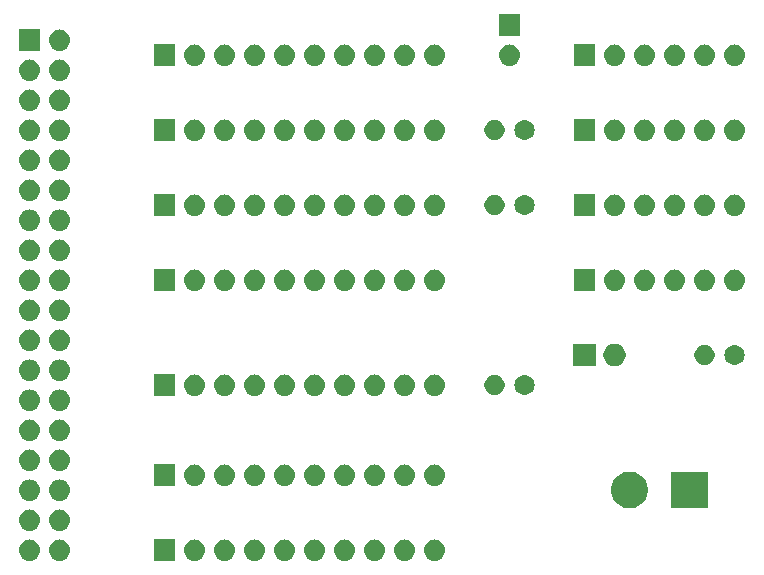
<source format=gbr>
G04 #@! TF.GenerationSoftware,KiCad,Pcbnew,(5.1.2-1)-1*
G04 #@! TF.CreationDate,2019-07-02T22:52:59+10:00*
G04 #@! TF.ProjectId,pcb_combined,7063625f-636f-46d6-9269-6e65642e6b69,rev?*
G04 #@! TF.SameCoordinates,Original*
G04 #@! TF.FileFunction,Soldermask,Bot*
G04 #@! TF.FilePolarity,Negative*
%FSLAX46Y46*%
G04 Gerber Fmt 4.6, Leading zero omitted, Abs format (unit mm)*
G04 Created by KiCad (PCBNEW (5.1.2-1)-1) date 2019-07-02 22:52:59*
%MOMM*%
%LPD*%
G04 APERTURE LIST*
%ADD10C,0.100000*%
G04 APERTURE END LIST*
D10*
G36*
X78850442Y-75305518D02*
G01*
X78916627Y-75312037D01*
X79086466Y-75363557D01*
X79242991Y-75447222D01*
X79278729Y-75476552D01*
X79380186Y-75559814D01*
X79463448Y-75661271D01*
X79492778Y-75697009D01*
X79576443Y-75853534D01*
X79627963Y-76023373D01*
X79645359Y-76200000D01*
X79627963Y-76376627D01*
X79576443Y-76546466D01*
X79492778Y-76702991D01*
X79463448Y-76738729D01*
X79380186Y-76840186D01*
X79278729Y-76923448D01*
X79242991Y-76952778D01*
X79086466Y-77036443D01*
X78916627Y-77087963D01*
X78850442Y-77094482D01*
X78784260Y-77101000D01*
X78695740Y-77101000D01*
X78629558Y-77094482D01*
X78563373Y-77087963D01*
X78393534Y-77036443D01*
X78237009Y-76952778D01*
X78201271Y-76923448D01*
X78099814Y-76840186D01*
X78016552Y-76738729D01*
X77987222Y-76702991D01*
X77903557Y-76546466D01*
X77852037Y-76376627D01*
X77834641Y-76200000D01*
X77852037Y-76023373D01*
X77903557Y-75853534D01*
X77987222Y-75697009D01*
X78016552Y-75661271D01*
X78099814Y-75559814D01*
X78201271Y-75476552D01*
X78237009Y-75447222D01*
X78393534Y-75363557D01*
X78563373Y-75312037D01*
X78629558Y-75305518D01*
X78695740Y-75299000D01*
X78784260Y-75299000D01*
X78850442Y-75305518D01*
X78850442Y-75305518D01*
G37*
G36*
X76310442Y-75305518D02*
G01*
X76376627Y-75312037D01*
X76546466Y-75363557D01*
X76702991Y-75447222D01*
X76738729Y-75476552D01*
X76840186Y-75559814D01*
X76923448Y-75661271D01*
X76952778Y-75697009D01*
X77036443Y-75853534D01*
X77087963Y-76023373D01*
X77105359Y-76200000D01*
X77087963Y-76376627D01*
X77036443Y-76546466D01*
X76952778Y-76702991D01*
X76923448Y-76738729D01*
X76840186Y-76840186D01*
X76738729Y-76923448D01*
X76702991Y-76952778D01*
X76546466Y-77036443D01*
X76376627Y-77087963D01*
X76310442Y-77094482D01*
X76244260Y-77101000D01*
X76155740Y-77101000D01*
X76089558Y-77094482D01*
X76023373Y-77087963D01*
X75853534Y-77036443D01*
X75697009Y-76952778D01*
X75661271Y-76923448D01*
X75559814Y-76840186D01*
X75476552Y-76738729D01*
X75447222Y-76702991D01*
X75363557Y-76546466D01*
X75312037Y-76376627D01*
X75294641Y-76200000D01*
X75312037Y-76023373D01*
X75363557Y-75853534D01*
X75447222Y-75697009D01*
X75476552Y-75661271D01*
X75559814Y-75559814D01*
X75661271Y-75476552D01*
X75697009Y-75447222D01*
X75853534Y-75363557D01*
X76023373Y-75312037D01*
X76089558Y-75305518D01*
X76155740Y-75299000D01*
X76244260Y-75299000D01*
X76310442Y-75305518D01*
X76310442Y-75305518D01*
G37*
G36*
X73770442Y-75305518D02*
G01*
X73836627Y-75312037D01*
X74006466Y-75363557D01*
X74162991Y-75447222D01*
X74198729Y-75476552D01*
X74300186Y-75559814D01*
X74383448Y-75661271D01*
X74412778Y-75697009D01*
X74496443Y-75853534D01*
X74547963Y-76023373D01*
X74565359Y-76200000D01*
X74547963Y-76376627D01*
X74496443Y-76546466D01*
X74412778Y-76702991D01*
X74383448Y-76738729D01*
X74300186Y-76840186D01*
X74198729Y-76923448D01*
X74162991Y-76952778D01*
X74006466Y-77036443D01*
X73836627Y-77087963D01*
X73770442Y-77094482D01*
X73704260Y-77101000D01*
X73615740Y-77101000D01*
X73549558Y-77094482D01*
X73483373Y-77087963D01*
X73313534Y-77036443D01*
X73157009Y-76952778D01*
X73121271Y-76923448D01*
X73019814Y-76840186D01*
X72936552Y-76738729D01*
X72907222Y-76702991D01*
X72823557Y-76546466D01*
X72772037Y-76376627D01*
X72754641Y-76200000D01*
X72772037Y-76023373D01*
X72823557Y-75853534D01*
X72907222Y-75697009D01*
X72936552Y-75661271D01*
X73019814Y-75559814D01*
X73121271Y-75476552D01*
X73157009Y-75447222D01*
X73313534Y-75363557D01*
X73483373Y-75312037D01*
X73549558Y-75305518D01*
X73615740Y-75299000D01*
X73704260Y-75299000D01*
X73770442Y-75305518D01*
X73770442Y-75305518D01*
G37*
G36*
X71230442Y-75305518D02*
G01*
X71296627Y-75312037D01*
X71466466Y-75363557D01*
X71622991Y-75447222D01*
X71658729Y-75476552D01*
X71760186Y-75559814D01*
X71843448Y-75661271D01*
X71872778Y-75697009D01*
X71956443Y-75853534D01*
X72007963Y-76023373D01*
X72025359Y-76200000D01*
X72007963Y-76376627D01*
X71956443Y-76546466D01*
X71872778Y-76702991D01*
X71843448Y-76738729D01*
X71760186Y-76840186D01*
X71658729Y-76923448D01*
X71622991Y-76952778D01*
X71466466Y-77036443D01*
X71296627Y-77087963D01*
X71230442Y-77094482D01*
X71164260Y-77101000D01*
X71075740Y-77101000D01*
X71009558Y-77094482D01*
X70943373Y-77087963D01*
X70773534Y-77036443D01*
X70617009Y-76952778D01*
X70581271Y-76923448D01*
X70479814Y-76840186D01*
X70396552Y-76738729D01*
X70367222Y-76702991D01*
X70283557Y-76546466D01*
X70232037Y-76376627D01*
X70214641Y-76200000D01*
X70232037Y-76023373D01*
X70283557Y-75853534D01*
X70367222Y-75697009D01*
X70396552Y-75661271D01*
X70479814Y-75559814D01*
X70581271Y-75476552D01*
X70617009Y-75447222D01*
X70773534Y-75363557D01*
X70943373Y-75312037D01*
X71009558Y-75305518D01*
X71075740Y-75299000D01*
X71164260Y-75299000D01*
X71230442Y-75305518D01*
X71230442Y-75305518D01*
G37*
G36*
X68690442Y-75305518D02*
G01*
X68756627Y-75312037D01*
X68926466Y-75363557D01*
X69082991Y-75447222D01*
X69118729Y-75476552D01*
X69220186Y-75559814D01*
X69303448Y-75661271D01*
X69332778Y-75697009D01*
X69416443Y-75853534D01*
X69467963Y-76023373D01*
X69485359Y-76200000D01*
X69467963Y-76376627D01*
X69416443Y-76546466D01*
X69332778Y-76702991D01*
X69303448Y-76738729D01*
X69220186Y-76840186D01*
X69118729Y-76923448D01*
X69082991Y-76952778D01*
X68926466Y-77036443D01*
X68756627Y-77087963D01*
X68690442Y-77094482D01*
X68624260Y-77101000D01*
X68535740Y-77101000D01*
X68469558Y-77094482D01*
X68403373Y-77087963D01*
X68233534Y-77036443D01*
X68077009Y-76952778D01*
X68041271Y-76923448D01*
X67939814Y-76840186D01*
X67856552Y-76738729D01*
X67827222Y-76702991D01*
X67743557Y-76546466D01*
X67692037Y-76376627D01*
X67674641Y-76200000D01*
X67692037Y-76023373D01*
X67743557Y-75853534D01*
X67827222Y-75697009D01*
X67856552Y-75661271D01*
X67939814Y-75559814D01*
X68041271Y-75476552D01*
X68077009Y-75447222D01*
X68233534Y-75363557D01*
X68403373Y-75312037D01*
X68469558Y-75305518D01*
X68535740Y-75299000D01*
X68624260Y-75299000D01*
X68690442Y-75305518D01*
X68690442Y-75305518D01*
G37*
G36*
X66150442Y-75305518D02*
G01*
X66216627Y-75312037D01*
X66386466Y-75363557D01*
X66542991Y-75447222D01*
X66578729Y-75476552D01*
X66680186Y-75559814D01*
X66763448Y-75661271D01*
X66792778Y-75697009D01*
X66876443Y-75853534D01*
X66927963Y-76023373D01*
X66945359Y-76200000D01*
X66927963Y-76376627D01*
X66876443Y-76546466D01*
X66792778Y-76702991D01*
X66763448Y-76738729D01*
X66680186Y-76840186D01*
X66578729Y-76923448D01*
X66542991Y-76952778D01*
X66386466Y-77036443D01*
X66216627Y-77087963D01*
X66150442Y-77094482D01*
X66084260Y-77101000D01*
X65995740Y-77101000D01*
X65929558Y-77094482D01*
X65863373Y-77087963D01*
X65693534Y-77036443D01*
X65537009Y-76952778D01*
X65501271Y-76923448D01*
X65399814Y-76840186D01*
X65316552Y-76738729D01*
X65287222Y-76702991D01*
X65203557Y-76546466D01*
X65152037Y-76376627D01*
X65134641Y-76200000D01*
X65152037Y-76023373D01*
X65203557Y-75853534D01*
X65287222Y-75697009D01*
X65316552Y-75661271D01*
X65399814Y-75559814D01*
X65501271Y-75476552D01*
X65537009Y-75447222D01*
X65693534Y-75363557D01*
X65863373Y-75312037D01*
X65929558Y-75305518D01*
X65995740Y-75299000D01*
X66084260Y-75299000D01*
X66150442Y-75305518D01*
X66150442Y-75305518D01*
G37*
G36*
X63610442Y-75305518D02*
G01*
X63676627Y-75312037D01*
X63846466Y-75363557D01*
X64002991Y-75447222D01*
X64038729Y-75476552D01*
X64140186Y-75559814D01*
X64223448Y-75661271D01*
X64252778Y-75697009D01*
X64336443Y-75853534D01*
X64387963Y-76023373D01*
X64405359Y-76200000D01*
X64387963Y-76376627D01*
X64336443Y-76546466D01*
X64252778Y-76702991D01*
X64223448Y-76738729D01*
X64140186Y-76840186D01*
X64038729Y-76923448D01*
X64002991Y-76952778D01*
X63846466Y-77036443D01*
X63676627Y-77087963D01*
X63610442Y-77094482D01*
X63544260Y-77101000D01*
X63455740Y-77101000D01*
X63389558Y-77094482D01*
X63323373Y-77087963D01*
X63153534Y-77036443D01*
X62997009Y-76952778D01*
X62961271Y-76923448D01*
X62859814Y-76840186D01*
X62776552Y-76738729D01*
X62747222Y-76702991D01*
X62663557Y-76546466D01*
X62612037Y-76376627D01*
X62594641Y-76200000D01*
X62612037Y-76023373D01*
X62663557Y-75853534D01*
X62747222Y-75697009D01*
X62776552Y-75661271D01*
X62859814Y-75559814D01*
X62961271Y-75476552D01*
X62997009Y-75447222D01*
X63153534Y-75363557D01*
X63323373Y-75312037D01*
X63389558Y-75305518D01*
X63455740Y-75299000D01*
X63544260Y-75299000D01*
X63610442Y-75305518D01*
X63610442Y-75305518D01*
G37*
G36*
X61070442Y-75305518D02*
G01*
X61136627Y-75312037D01*
X61306466Y-75363557D01*
X61462991Y-75447222D01*
X61498729Y-75476552D01*
X61600186Y-75559814D01*
X61683448Y-75661271D01*
X61712778Y-75697009D01*
X61796443Y-75853534D01*
X61847963Y-76023373D01*
X61865359Y-76200000D01*
X61847963Y-76376627D01*
X61796443Y-76546466D01*
X61712778Y-76702991D01*
X61683448Y-76738729D01*
X61600186Y-76840186D01*
X61498729Y-76923448D01*
X61462991Y-76952778D01*
X61306466Y-77036443D01*
X61136627Y-77087963D01*
X61070442Y-77094482D01*
X61004260Y-77101000D01*
X60915740Y-77101000D01*
X60849558Y-77094482D01*
X60783373Y-77087963D01*
X60613534Y-77036443D01*
X60457009Y-76952778D01*
X60421271Y-76923448D01*
X60319814Y-76840186D01*
X60236552Y-76738729D01*
X60207222Y-76702991D01*
X60123557Y-76546466D01*
X60072037Y-76376627D01*
X60054641Y-76200000D01*
X60072037Y-76023373D01*
X60123557Y-75853534D01*
X60207222Y-75697009D01*
X60236552Y-75661271D01*
X60319814Y-75559814D01*
X60421271Y-75476552D01*
X60457009Y-75447222D01*
X60613534Y-75363557D01*
X60783373Y-75312037D01*
X60849558Y-75305518D01*
X60915740Y-75299000D01*
X61004260Y-75299000D01*
X61070442Y-75305518D01*
X61070442Y-75305518D01*
G37*
G36*
X58530442Y-75305518D02*
G01*
X58596627Y-75312037D01*
X58766466Y-75363557D01*
X58922991Y-75447222D01*
X58958729Y-75476552D01*
X59060186Y-75559814D01*
X59143448Y-75661271D01*
X59172778Y-75697009D01*
X59256443Y-75853534D01*
X59307963Y-76023373D01*
X59325359Y-76200000D01*
X59307963Y-76376627D01*
X59256443Y-76546466D01*
X59172778Y-76702991D01*
X59143448Y-76738729D01*
X59060186Y-76840186D01*
X58958729Y-76923448D01*
X58922991Y-76952778D01*
X58766466Y-77036443D01*
X58596627Y-77087963D01*
X58530442Y-77094482D01*
X58464260Y-77101000D01*
X58375740Y-77101000D01*
X58309558Y-77094482D01*
X58243373Y-77087963D01*
X58073534Y-77036443D01*
X57917009Y-76952778D01*
X57881271Y-76923448D01*
X57779814Y-76840186D01*
X57696552Y-76738729D01*
X57667222Y-76702991D01*
X57583557Y-76546466D01*
X57532037Y-76376627D01*
X57514641Y-76200000D01*
X57532037Y-76023373D01*
X57583557Y-75853534D01*
X57667222Y-75697009D01*
X57696552Y-75661271D01*
X57779814Y-75559814D01*
X57881271Y-75476552D01*
X57917009Y-75447222D01*
X58073534Y-75363557D01*
X58243373Y-75312037D01*
X58309558Y-75305518D01*
X58375740Y-75299000D01*
X58464260Y-75299000D01*
X58530442Y-75305518D01*
X58530442Y-75305518D01*
G37*
G36*
X56781000Y-77101000D02*
G01*
X54979000Y-77101000D01*
X54979000Y-75299000D01*
X56781000Y-75299000D01*
X56781000Y-77101000D01*
X56781000Y-77101000D01*
G37*
G36*
X47100442Y-75305518D02*
G01*
X47166627Y-75312037D01*
X47336466Y-75363557D01*
X47492991Y-75447222D01*
X47528729Y-75476552D01*
X47630186Y-75559814D01*
X47713448Y-75661271D01*
X47742778Y-75697009D01*
X47826443Y-75853534D01*
X47877963Y-76023373D01*
X47895359Y-76200000D01*
X47877963Y-76376627D01*
X47826443Y-76546466D01*
X47742778Y-76702991D01*
X47713448Y-76738729D01*
X47630186Y-76840186D01*
X47528729Y-76923448D01*
X47492991Y-76952778D01*
X47336466Y-77036443D01*
X47166627Y-77087963D01*
X47100442Y-77094482D01*
X47034260Y-77101000D01*
X46945740Y-77101000D01*
X46879558Y-77094482D01*
X46813373Y-77087963D01*
X46643534Y-77036443D01*
X46487009Y-76952778D01*
X46451271Y-76923448D01*
X46349814Y-76840186D01*
X46266552Y-76738729D01*
X46237222Y-76702991D01*
X46153557Y-76546466D01*
X46102037Y-76376627D01*
X46084641Y-76200000D01*
X46102037Y-76023373D01*
X46153557Y-75853534D01*
X46237222Y-75697009D01*
X46266552Y-75661271D01*
X46349814Y-75559814D01*
X46451271Y-75476552D01*
X46487009Y-75447222D01*
X46643534Y-75363557D01*
X46813373Y-75312037D01*
X46879558Y-75305518D01*
X46945740Y-75299000D01*
X47034260Y-75299000D01*
X47100442Y-75305518D01*
X47100442Y-75305518D01*
G37*
G36*
X44560442Y-75305518D02*
G01*
X44626627Y-75312037D01*
X44796466Y-75363557D01*
X44952991Y-75447222D01*
X44988729Y-75476552D01*
X45090186Y-75559814D01*
X45173448Y-75661271D01*
X45202778Y-75697009D01*
X45286443Y-75853534D01*
X45337963Y-76023373D01*
X45355359Y-76200000D01*
X45337963Y-76376627D01*
X45286443Y-76546466D01*
X45202778Y-76702991D01*
X45173448Y-76738729D01*
X45090186Y-76840186D01*
X44988729Y-76923448D01*
X44952991Y-76952778D01*
X44796466Y-77036443D01*
X44626627Y-77087963D01*
X44560442Y-77094482D01*
X44494260Y-77101000D01*
X44405740Y-77101000D01*
X44339558Y-77094482D01*
X44273373Y-77087963D01*
X44103534Y-77036443D01*
X43947009Y-76952778D01*
X43911271Y-76923448D01*
X43809814Y-76840186D01*
X43726552Y-76738729D01*
X43697222Y-76702991D01*
X43613557Y-76546466D01*
X43562037Y-76376627D01*
X43544641Y-76200000D01*
X43562037Y-76023373D01*
X43613557Y-75853534D01*
X43697222Y-75697009D01*
X43726552Y-75661271D01*
X43809814Y-75559814D01*
X43911271Y-75476552D01*
X43947009Y-75447222D01*
X44103534Y-75363557D01*
X44273373Y-75312037D01*
X44339558Y-75305518D01*
X44405740Y-75299000D01*
X44494260Y-75299000D01*
X44560442Y-75305518D01*
X44560442Y-75305518D01*
G37*
G36*
X47100442Y-72765518D02*
G01*
X47166627Y-72772037D01*
X47336466Y-72823557D01*
X47492991Y-72907222D01*
X47528729Y-72936552D01*
X47630186Y-73019814D01*
X47713448Y-73121271D01*
X47742778Y-73157009D01*
X47826443Y-73313534D01*
X47877963Y-73483373D01*
X47895359Y-73660000D01*
X47877963Y-73836627D01*
X47826443Y-74006466D01*
X47742778Y-74162991D01*
X47713448Y-74198729D01*
X47630186Y-74300186D01*
X47528729Y-74383448D01*
X47492991Y-74412778D01*
X47336466Y-74496443D01*
X47166627Y-74547963D01*
X47100442Y-74554482D01*
X47034260Y-74561000D01*
X46945740Y-74561000D01*
X46879558Y-74554482D01*
X46813373Y-74547963D01*
X46643534Y-74496443D01*
X46487009Y-74412778D01*
X46451271Y-74383448D01*
X46349814Y-74300186D01*
X46266552Y-74198729D01*
X46237222Y-74162991D01*
X46153557Y-74006466D01*
X46102037Y-73836627D01*
X46084641Y-73660000D01*
X46102037Y-73483373D01*
X46153557Y-73313534D01*
X46237222Y-73157009D01*
X46266552Y-73121271D01*
X46349814Y-73019814D01*
X46451271Y-72936552D01*
X46487009Y-72907222D01*
X46643534Y-72823557D01*
X46813373Y-72772037D01*
X46879558Y-72765518D01*
X46945740Y-72759000D01*
X47034260Y-72759000D01*
X47100442Y-72765518D01*
X47100442Y-72765518D01*
G37*
G36*
X44560442Y-72765518D02*
G01*
X44626627Y-72772037D01*
X44796466Y-72823557D01*
X44952991Y-72907222D01*
X44988729Y-72936552D01*
X45090186Y-73019814D01*
X45173448Y-73121271D01*
X45202778Y-73157009D01*
X45286443Y-73313534D01*
X45337963Y-73483373D01*
X45355359Y-73660000D01*
X45337963Y-73836627D01*
X45286443Y-74006466D01*
X45202778Y-74162991D01*
X45173448Y-74198729D01*
X45090186Y-74300186D01*
X44988729Y-74383448D01*
X44952991Y-74412778D01*
X44796466Y-74496443D01*
X44626627Y-74547963D01*
X44560442Y-74554482D01*
X44494260Y-74561000D01*
X44405740Y-74561000D01*
X44339558Y-74554482D01*
X44273373Y-74547963D01*
X44103534Y-74496443D01*
X43947009Y-74412778D01*
X43911271Y-74383448D01*
X43809814Y-74300186D01*
X43726552Y-74198729D01*
X43697222Y-74162991D01*
X43613557Y-74006466D01*
X43562037Y-73836627D01*
X43544641Y-73660000D01*
X43562037Y-73483373D01*
X43613557Y-73313534D01*
X43697222Y-73157009D01*
X43726552Y-73121271D01*
X43809814Y-73019814D01*
X43911271Y-72936552D01*
X43947009Y-72907222D01*
X44103534Y-72823557D01*
X44273373Y-72772037D01*
X44339558Y-72765518D01*
X44405740Y-72759000D01*
X44494260Y-72759000D01*
X44560442Y-72765518D01*
X44560442Y-72765518D01*
G37*
G36*
X101881000Y-72671000D02*
G01*
X98779000Y-72671000D01*
X98779000Y-69569000D01*
X101881000Y-69569000D01*
X101881000Y-72671000D01*
X101881000Y-72671000D01*
G37*
G36*
X95552585Y-69598802D02*
G01*
X95702410Y-69628604D01*
X95984674Y-69745521D01*
X96238705Y-69915259D01*
X96454741Y-70131295D01*
X96624479Y-70385326D01*
X96741396Y-70667590D01*
X96801000Y-70967240D01*
X96801000Y-71272760D01*
X96741396Y-71572410D01*
X96624479Y-71854674D01*
X96454741Y-72108705D01*
X96238705Y-72324741D01*
X95984674Y-72494479D01*
X95702410Y-72611396D01*
X95552585Y-72641198D01*
X95402761Y-72671000D01*
X95097239Y-72671000D01*
X94947415Y-72641198D01*
X94797590Y-72611396D01*
X94515326Y-72494479D01*
X94261295Y-72324741D01*
X94045259Y-72108705D01*
X93875521Y-71854674D01*
X93758604Y-71572410D01*
X93699000Y-71272760D01*
X93699000Y-70967240D01*
X93758604Y-70667590D01*
X93875521Y-70385326D01*
X94045259Y-70131295D01*
X94261295Y-69915259D01*
X94515326Y-69745521D01*
X94797590Y-69628604D01*
X94947415Y-69598802D01*
X95097239Y-69569000D01*
X95402761Y-69569000D01*
X95552585Y-69598802D01*
X95552585Y-69598802D01*
G37*
G36*
X44560442Y-70225518D02*
G01*
X44626627Y-70232037D01*
X44796466Y-70283557D01*
X44952991Y-70367222D01*
X44975053Y-70385328D01*
X45090186Y-70479814D01*
X45173448Y-70581271D01*
X45202778Y-70617009D01*
X45286443Y-70773534D01*
X45337963Y-70943373D01*
X45355359Y-71120000D01*
X45337963Y-71296627D01*
X45286443Y-71466466D01*
X45202778Y-71622991D01*
X45173448Y-71658729D01*
X45090186Y-71760186D01*
X44988729Y-71843448D01*
X44952991Y-71872778D01*
X44796466Y-71956443D01*
X44626627Y-72007963D01*
X44560443Y-72014481D01*
X44494260Y-72021000D01*
X44405740Y-72021000D01*
X44339557Y-72014481D01*
X44273373Y-72007963D01*
X44103534Y-71956443D01*
X43947009Y-71872778D01*
X43911271Y-71843448D01*
X43809814Y-71760186D01*
X43726552Y-71658729D01*
X43697222Y-71622991D01*
X43613557Y-71466466D01*
X43562037Y-71296627D01*
X43544641Y-71120000D01*
X43562037Y-70943373D01*
X43613557Y-70773534D01*
X43697222Y-70617009D01*
X43726552Y-70581271D01*
X43809814Y-70479814D01*
X43924947Y-70385328D01*
X43947009Y-70367222D01*
X44103534Y-70283557D01*
X44273373Y-70232037D01*
X44339558Y-70225518D01*
X44405740Y-70219000D01*
X44494260Y-70219000D01*
X44560442Y-70225518D01*
X44560442Y-70225518D01*
G37*
G36*
X47100442Y-70225518D02*
G01*
X47166627Y-70232037D01*
X47336466Y-70283557D01*
X47492991Y-70367222D01*
X47515053Y-70385328D01*
X47630186Y-70479814D01*
X47713448Y-70581271D01*
X47742778Y-70617009D01*
X47826443Y-70773534D01*
X47877963Y-70943373D01*
X47895359Y-71120000D01*
X47877963Y-71296627D01*
X47826443Y-71466466D01*
X47742778Y-71622991D01*
X47713448Y-71658729D01*
X47630186Y-71760186D01*
X47528729Y-71843448D01*
X47492991Y-71872778D01*
X47336466Y-71956443D01*
X47166627Y-72007963D01*
X47100443Y-72014481D01*
X47034260Y-72021000D01*
X46945740Y-72021000D01*
X46879557Y-72014481D01*
X46813373Y-72007963D01*
X46643534Y-71956443D01*
X46487009Y-71872778D01*
X46451271Y-71843448D01*
X46349814Y-71760186D01*
X46266552Y-71658729D01*
X46237222Y-71622991D01*
X46153557Y-71466466D01*
X46102037Y-71296627D01*
X46084641Y-71120000D01*
X46102037Y-70943373D01*
X46153557Y-70773534D01*
X46237222Y-70617009D01*
X46266552Y-70581271D01*
X46349814Y-70479814D01*
X46464947Y-70385328D01*
X46487009Y-70367222D01*
X46643534Y-70283557D01*
X46813373Y-70232037D01*
X46879558Y-70225518D01*
X46945740Y-70219000D01*
X47034260Y-70219000D01*
X47100442Y-70225518D01*
X47100442Y-70225518D01*
G37*
G36*
X63610443Y-68955519D02*
G01*
X63676627Y-68962037D01*
X63846466Y-69013557D01*
X64002991Y-69097222D01*
X64038729Y-69126552D01*
X64140186Y-69209814D01*
X64223448Y-69311271D01*
X64252778Y-69347009D01*
X64336443Y-69503534D01*
X64387963Y-69673373D01*
X64405359Y-69850000D01*
X64387963Y-70026627D01*
X64336443Y-70196466D01*
X64252778Y-70352991D01*
X64223448Y-70388729D01*
X64140186Y-70490186D01*
X64038729Y-70573448D01*
X64002991Y-70602778D01*
X63846466Y-70686443D01*
X63676627Y-70737963D01*
X63610443Y-70744481D01*
X63544260Y-70751000D01*
X63455740Y-70751000D01*
X63389557Y-70744481D01*
X63323373Y-70737963D01*
X63153534Y-70686443D01*
X62997009Y-70602778D01*
X62961271Y-70573448D01*
X62859814Y-70490186D01*
X62776552Y-70388729D01*
X62747222Y-70352991D01*
X62663557Y-70196466D01*
X62612037Y-70026627D01*
X62594641Y-69850000D01*
X62612037Y-69673373D01*
X62663557Y-69503534D01*
X62747222Y-69347009D01*
X62776552Y-69311271D01*
X62859814Y-69209814D01*
X62961271Y-69126552D01*
X62997009Y-69097222D01*
X63153534Y-69013557D01*
X63323373Y-68962037D01*
X63389557Y-68955519D01*
X63455740Y-68949000D01*
X63544260Y-68949000D01*
X63610443Y-68955519D01*
X63610443Y-68955519D01*
G37*
G36*
X61070443Y-68955519D02*
G01*
X61136627Y-68962037D01*
X61306466Y-69013557D01*
X61462991Y-69097222D01*
X61498729Y-69126552D01*
X61600186Y-69209814D01*
X61683448Y-69311271D01*
X61712778Y-69347009D01*
X61796443Y-69503534D01*
X61847963Y-69673373D01*
X61865359Y-69850000D01*
X61847963Y-70026627D01*
X61796443Y-70196466D01*
X61712778Y-70352991D01*
X61683448Y-70388729D01*
X61600186Y-70490186D01*
X61498729Y-70573448D01*
X61462991Y-70602778D01*
X61306466Y-70686443D01*
X61136627Y-70737963D01*
X61070443Y-70744481D01*
X61004260Y-70751000D01*
X60915740Y-70751000D01*
X60849557Y-70744481D01*
X60783373Y-70737963D01*
X60613534Y-70686443D01*
X60457009Y-70602778D01*
X60421271Y-70573448D01*
X60319814Y-70490186D01*
X60236552Y-70388729D01*
X60207222Y-70352991D01*
X60123557Y-70196466D01*
X60072037Y-70026627D01*
X60054641Y-69850000D01*
X60072037Y-69673373D01*
X60123557Y-69503534D01*
X60207222Y-69347009D01*
X60236552Y-69311271D01*
X60319814Y-69209814D01*
X60421271Y-69126552D01*
X60457009Y-69097222D01*
X60613534Y-69013557D01*
X60783373Y-68962037D01*
X60849557Y-68955519D01*
X60915740Y-68949000D01*
X61004260Y-68949000D01*
X61070443Y-68955519D01*
X61070443Y-68955519D01*
G37*
G36*
X58530443Y-68955519D02*
G01*
X58596627Y-68962037D01*
X58766466Y-69013557D01*
X58922991Y-69097222D01*
X58958729Y-69126552D01*
X59060186Y-69209814D01*
X59143448Y-69311271D01*
X59172778Y-69347009D01*
X59256443Y-69503534D01*
X59307963Y-69673373D01*
X59325359Y-69850000D01*
X59307963Y-70026627D01*
X59256443Y-70196466D01*
X59172778Y-70352991D01*
X59143448Y-70388729D01*
X59060186Y-70490186D01*
X58958729Y-70573448D01*
X58922991Y-70602778D01*
X58766466Y-70686443D01*
X58596627Y-70737963D01*
X58530443Y-70744481D01*
X58464260Y-70751000D01*
X58375740Y-70751000D01*
X58309557Y-70744481D01*
X58243373Y-70737963D01*
X58073534Y-70686443D01*
X57917009Y-70602778D01*
X57881271Y-70573448D01*
X57779814Y-70490186D01*
X57696552Y-70388729D01*
X57667222Y-70352991D01*
X57583557Y-70196466D01*
X57532037Y-70026627D01*
X57514641Y-69850000D01*
X57532037Y-69673373D01*
X57583557Y-69503534D01*
X57667222Y-69347009D01*
X57696552Y-69311271D01*
X57779814Y-69209814D01*
X57881271Y-69126552D01*
X57917009Y-69097222D01*
X58073534Y-69013557D01*
X58243373Y-68962037D01*
X58309557Y-68955519D01*
X58375740Y-68949000D01*
X58464260Y-68949000D01*
X58530443Y-68955519D01*
X58530443Y-68955519D01*
G37*
G36*
X56781000Y-70751000D02*
G01*
X54979000Y-70751000D01*
X54979000Y-68949000D01*
X56781000Y-68949000D01*
X56781000Y-70751000D01*
X56781000Y-70751000D01*
G37*
G36*
X78850443Y-68955519D02*
G01*
X78916627Y-68962037D01*
X79086466Y-69013557D01*
X79242991Y-69097222D01*
X79278729Y-69126552D01*
X79380186Y-69209814D01*
X79463448Y-69311271D01*
X79492778Y-69347009D01*
X79576443Y-69503534D01*
X79627963Y-69673373D01*
X79645359Y-69850000D01*
X79627963Y-70026627D01*
X79576443Y-70196466D01*
X79492778Y-70352991D01*
X79463448Y-70388729D01*
X79380186Y-70490186D01*
X79278729Y-70573448D01*
X79242991Y-70602778D01*
X79086466Y-70686443D01*
X78916627Y-70737963D01*
X78850443Y-70744481D01*
X78784260Y-70751000D01*
X78695740Y-70751000D01*
X78629557Y-70744481D01*
X78563373Y-70737963D01*
X78393534Y-70686443D01*
X78237009Y-70602778D01*
X78201271Y-70573448D01*
X78099814Y-70490186D01*
X78016552Y-70388729D01*
X77987222Y-70352991D01*
X77903557Y-70196466D01*
X77852037Y-70026627D01*
X77834641Y-69850000D01*
X77852037Y-69673373D01*
X77903557Y-69503534D01*
X77987222Y-69347009D01*
X78016552Y-69311271D01*
X78099814Y-69209814D01*
X78201271Y-69126552D01*
X78237009Y-69097222D01*
X78393534Y-69013557D01*
X78563373Y-68962037D01*
X78629557Y-68955519D01*
X78695740Y-68949000D01*
X78784260Y-68949000D01*
X78850443Y-68955519D01*
X78850443Y-68955519D01*
G37*
G36*
X76310443Y-68955519D02*
G01*
X76376627Y-68962037D01*
X76546466Y-69013557D01*
X76702991Y-69097222D01*
X76738729Y-69126552D01*
X76840186Y-69209814D01*
X76923448Y-69311271D01*
X76952778Y-69347009D01*
X77036443Y-69503534D01*
X77087963Y-69673373D01*
X77105359Y-69850000D01*
X77087963Y-70026627D01*
X77036443Y-70196466D01*
X76952778Y-70352991D01*
X76923448Y-70388729D01*
X76840186Y-70490186D01*
X76738729Y-70573448D01*
X76702991Y-70602778D01*
X76546466Y-70686443D01*
X76376627Y-70737963D01*
X76310443Y-70744481D01*
X76244260Y-70751000D01*
X76155740Y-70751000D01*
X76089557Y-70744481D01*
X76023373Y-70737963D01*
X75853534Y-70686443D01*
X75697009Y-70602778D01*
X75661271Y-70573448D01*
X75559814Y-70490186D01*
X75476552Y-70388729D01*
X75447222Y-70352991D01*
X75363557Y-70196466D01*
X75312037Y-70026627D01*
X75294641Y-69850000D01*
X75312037Y-69673373D01*
X75363557Y-69503534D01*
X75447222Y-69347009D01*
X75476552Y-69311271D01*
X75559814Y-69209814D01*
X75661271Y-69126552D01*
X75697009Y-69097222D01*
X75853534Y-69013557D01*
X76023373Y-68962037D01*
X76089557Y-68955519D01*
X76155740Y-68949000D01*
X76244260Y-68949000D01*
X76310443Y-68955519D01*
X76310443Y-68955519D01*
G37*
G36*
X73770443Y-68955519D02*
G01*
X73836627Y-68962037D01*
X74006466Y-69013557D01*
X74162991Y-69097222D01*
X74198729Y-69126552D01*
X74300186Y-69209814D01*
X74383448Y-69311271D01*
X74412778Y-69347009D01*
X74496443Y-69503534D01*
X74547963Y-69673373D01*
X74565359Y-69850000D01*
X74547963Y-70026627D01*
X74496443Y-70196466D01*
X74412778Y-70352991D01*
X74383448Y-70388729D01*
X74300186Y-70490186D01*
X74198729Y-70573448D01*
X74162991Y-70602778D01*
X74006466Y-70686443D01*
X73836627Y-70737963D01*
X73770443Y-70744481D01*
X73704260Y-70751000D01*
X73615740Y-70751000D01*
X73549557Y-70744481D01*
X73483373Y-70737963D01*
X73313534Y-70686443D01*
X73157009Y-70602778D01*
X73121271Y-70573448D01*
X73019814Y-70490186D01*
X72936552Y-70388729D01*
X72907222Y-70352991D01*
X72823557Y-70196466D01*
X72772037Y-70026627D01*
X72754641Y-69850000D01*
X72772037Y-69673373D01*
X72823557Y-69503534D01*
X72907222Y-69347009D01*
X72936552Y-69311271D01*
X73019814Y-69209814D01*
X73121271Y-69126552D01*
X73157009Y-69097222D01*
X73313534Y-69013557D01*
X73483373Y-68962037D01*
X73549557Y-68955519D01*
X73615740Y-68949000D01*
X73704260Y-68949000D01*
X73770443Y-68955519D01*
X73770443Y-68955519D01*
G37*
G36*
X66150443Y-68955519D02*
G01*
X66216627Y-68962037D01*
X66386466Y-69013557D01*
X66542991Y-69097222D01*
X66578729Y-69126552D01*
X66680186Y-69209814D01*
X66763448Y-69311271D01*
X66792778Y-69347009D01*
X66876443Y-69503534D01*
X66927963Y-69673373D01*
X66945359Y-69850000D01*
X66927963Y-70026627D01*
X66876443Y-70196466D01*
X66792778Y-70352991D01*
X66763448Y-70388729D01*
X66680186Y-70490186D01*
X66578729Y-70573448D01*
X66542991Y-70602778D01*
X66386466Y-70686443D01*
X66216627Y-70737963D01*
X66150443Y-70744481D01*
X66084260Y-70751000D01*
X65995740Y-70751000D01*
X65929557Y-70744481D01*
X65863373Y-70737963D01*
X65693534Y-70686443D01*
X65537009Y-70602778D01*
X65501271Y-70573448D01*
X65399814Y-70490186D01*
X65316552Y-70388729D01*
X65287222Y-70352991D01*
X65203557Y-70196466D01*
X65152037Y-70026627D01*
X65134641Y-69850000D01*
X65152037Y-69673373D01*
X65203557Y-69503534D01*
X65287222Y-69347009D01*
X65316552Y-69311271D01*
X65399814Y-69209814D01*
X65501271Y-69126552D01*
X65537009Y-69097222D01*
X65693534Y-69013557D01*
X65863373Y-68962037D01*
X65929557Y-68955519D01*
X65995740Y-68949000D01*
X66084260Y-68949000D01*
X66150443Y-68955519D01*
X66150443Y-68955519D01*
G37*
G36*
X68690443Y-68955519D02*
G01*
X68756627Y-68962037D01*
X68926466Y-69013557D01*
X69082991Y-69097222D01*
X69118729Y-69126552D01*
X69220186Y-69209814D01*
X69303448Y-69311271D01*
X69332778Y-69347009D01*
X69416443Y-69503534D01*
X69467963Y-69673373D01*
X69485359Y-69850000D01*
X69467963Y-70026627D01*
X69416443Y-70196466D01*
X69332778Y-70352991D01*
X69303448Y-70388729D01*
X69220186Y-70490186D01*
X69118729Y-70573448D01*
X69082991Y-70602778D01*
X68926466Y-70686443D01*
X68756627Y-70737963D01*
X68690443Y-70744481D01*
X68624260Y-70751000D01*
X68535740Y-70751000D01*
X68469557Y-70744481D01*
X68403373Y-70737963D01*
X68233534Y-70686443D01*
X68077009Y-70602778D01*
X68041271Y-70573448D01*
X67939814Y-70490186D01*
X67856552Y-70388729D01*
X67827222Y-70352991D01*
X67743557Y-70196466D01*
X67692037Y-70026627D01*
X67674641Y-69850000D01*
X67692037Y-69673373D01*
X67743557Y-69503534D01*
X67827222Y-69347009D01*
X67856552Y-69311271D01*
X67939814Y-69209814D01*
X68041271Y-69126552D01*
X68077009Y-69097222D01*
X68233534Y-69013557D01*
X68403373Y-68962037D01*
X68469557Y-68955519D01*
X68535740Y-68949000D01*
X68624260Y-68949000D01*
X68690443Y-68955519D01*
X68690443Y-68955519D01*
G37*
G36*
X71230443Y-68955519D02*
G01*
X71296627Y-68962037D01*
X71466466Y-69013557D01*
X71622991Y-69097222D01*
X71658729Y-69126552D01*
X71760186Y-69209814D01*
X71843448Y-69311271D01*
X71872778Y-69347009D01*
X71956443Y-69503534D01*
X72007963Y-69673373D01*
X72025359Y-69850000D01*
X72007963Y-70026627D01*
X71956443Y-70196466D01*
X71872778Y-70352991D01*
X71843448Y-70388729D01*
X71760186Y-70490186D01*
X71658729Y-70573448D01*
X71622991Y-70602778D01*
X71466466Y-70686443D01*
X71296627Y-70737963D01*
X71230443Y-70744481D01*
X71164260Y-70751000D01*
X71075740Y-70751000D01*
X71009557Y-70744481D01*
X70943373Y-70737963D01*
X70773534Y-70686443D01*
X70617009Y-70602778D01*
X70581271Y-70573448D01*
X70479814Y-70490186D01*
X70396552Y-70388729D01*
X70367222Y-70352991D01*
X70283557Y-70196466D01*
X70232037Y-70026627D01*
X70214641Y-69850000D01*
X70232037Y-69673373D01*
X70283557Y-69503534D01*
X70367222Y-69347009D01*
X70396552Y-69311271D01*
X70479814Y-69209814D01*
X70581271Y-69126552D01*
X70617009Y-69097222D01*
X70773534Y-69013557D01*
X70943373Y-68962037D01*
X71009557Y-68955519D01*
X71075740Y-68949000D01*
X71164260Y-68949000D01*
X71230443Y-68955519D01*
X71230443Y-68955519D01*
G37*
G36*
X44560443Y-67685519D02*
G01*
X44626627Y-67692037D01*
X44796466Y-67743557D01*
X44952991Y-67827222D01*
X44988729Y-67856552D01*
X45090186Y-67939814D01*
X45173448Y-68041271D01*
X45202778Y-68077009D01*
X45286443Y-68233534D01*
X45337963Y-68403373D01*
X45355359Y-68580000D01*
X45337963Y-68756627D01*
X45286443Y-68926466D01*
X45202778Y-69082991D01*
X45173448Y-69118729D01*
X45090186Y-69220186D01*
X44988729Y-69303448D01*
X44952991Y-69332778D01*
X44796466Y-69416443D01*
X44626627Y-69467963D01*
X44560442Y-69474482D01*
X44494260Y-69481000D01*
X44405740Y-69481000D01*
X44339558Y-69474482D01*
X44273373Y-69467963D01*
X44103534Y-69416443D01*
X43947009Y-69332778D01*
X43911271Y-69303448D01*
X43809814Y-69220186D01*
X43726552Y-69118729D01*
X43697222Y-69082991D01*
X43613557Y-68926466D01*
X43562037Y-68756627D01*
X43544641Y-68580000D01*
X43562037Y-68403373D01*
X43613557Y-68233534D01*
X43697222Y-68077009D01*
X43726552Y-68041271D01*
X43809814Y-67939814D01*
X43911271Y-67856552D01*
X43947009Y-67827222D01*
X44103534Y-67743557D01*
X44273373Y-67692037D01*
X44339557Y-67685519D01*
X44405740Y-67679000D01*
X44494260Y-67679000D01*
X44560443Y-67685519D01*
X44560443Y-67685519D01*
G37*
G36*
X47100443Y-67685519D02*
G01*
X47166627Y-67692037D01*
X47336466Y-67743557D01*
X47492991Y-67827222D01*
X47528729Y-67856552D01*
X47630186Y-67939814D01*
X47713448Y-68041271D01*
X47742778Y-68077009D01*
X47826443Y-68233534D01*
X47877963Y-68403373D01*
X47895359Y-68580000D01*
X47877963Y-68756627D01*
X47826443Y-68926466D01*
X47742778Y-69082991D01*
X47713448Y-69118729D01*
X47630186Y-69220186D01*
X47528729Y-69303448D01*
X47492991Y-69332778D01*
X47336466Y-69416443D01*
X47166627Y-69467963D01*
X47100442Y-69474482D01*
X47034260Y-69481000D01*
X46945740Y-69481000D01*
X46879558Y-69474482D01*
X46813373Y-69467963D01*
X46643534Y-69416443D01*
X46487009Y-69332778D01*
X46451271Y-69303448D01*
X46349814Y-69220186D01*
X46266552Y-69118729D01*
X46237222Y-69082991D01*
X46153557Y-68926466D01*
X46102037Y-68756627D01*
X46084641Y-68580000D01*
X46102037Y-68403373D01*
X46153557Y-68233534D01*
X46237222Y-68077009D01*
X46266552Y-68041271D01*
X46349814Y-67939814D01*
X46451271Y-67856552D01*
X46487009Y-67827222D01*
X46643534Y-67743557D01*
X46813373Y-67692037D01*
X46879557Y-67685519D01*
X46945740Y-67679000D01*
X47034260Y-67679000D01*
X47100443Y-67685519D01*
X47100443Y-67685519D01*
G37*
G36*
X47100442Y-65145518D02*
G01*
X47166627Y-65152037D01*
X47336466Y-65203557D01*
X47492991Y-65287222D01*
X47528729Y-65316552D01*
X47630186Y-65399814D01*
X47713448Y-65501271D01*
X47742778Y-65537009D01*
X47826443Y-65693534D01*
X47877963Y-65863373D01*
X47895359Y-66040000D01*
X47877963Y-66216627D01*
X47826443Y-66386466D01*
X47742778Y-66542991D01*
X47713448Y-66578729D01*
X47630186Y-66680186D01*
X47528729Y-66763448D01*
X47492991Y-66792778D01*
X47336466Y-66876443D01*
X47166627Y-66927963D01*
X47100442Y-66934482D01*
X47034260Y-66941000D01*
X46945740Y-66941000D01*
X46879558Y-66934482D01*
X46813373Y-66927963D01*
X46643534Y-66876443D01*
X46487009Y-66792778D01*
X46451271Y-66763448D01*
X46349814Y-66680186D01*
X46266552Y-66578729D01*
X46237222Y-66542991D01*
X46153557Y-66386466D01*
X46102037Y-66216627D01*
X46084641Y-66040000D01*
X46102037Y-65863373D01*
X46153557Y-65693534D01*
X46237222Y-65537009D01*
X46266552Y-65501271D01*
X46349814Y-65399814D01*
X46451271Y-65316552D01*
X46487009Y-65287222D01*
X46643534Y-65203557D01*
X46813373Y-65152037D01*
X46879558Y-65145518D01*
X46945740Y-65139000D01*
X47034260Y-65139000D01*
X47100442Y-65145518D01*
X47100442Y-65145518D01*
G37*
G36*
X44560442Y-65145518D02*
G01*
X44626627Y-65152037D01*
X44796466Y-65203557D01*
X44952991Y-65287222D01*
X44988729Y-65316552D01*
X45090186Y-65399814D01*
X45173448Y-65501271D01*
X45202778Y-65537009D01*
X45286443Y-65693534D01*
X45337963Y-65863373D01*
X45355359Y-66040000D01*
X45337963Y-66216627D01*
X45286443Y-66386466D01*
X45202778Y-66542991D01*
X45173448Y-66578729D01*
X45090186Y-66680186D01*
X44988729Y-66763448D01*
X44952991Y-66792778D01*
X44796466Y-66876443D01*
X44626627Y-66927963D01*
X44560442Y-66934482D01*
X44494260Y-66941000D01*
X44405740Y-66941000D01*
X44339558Y-66934482D01*
X44273373Y-66927963D01*
X44103534Y-66876443D01*
X43947009Y-66792778D01*
X43911271Y-66763448D01*
X43809814Y-66680186D01*
X43726552Y-66578729D01*
X43697222Y-66542991D01*
X43613557Y-66386466D01*
X43562037Y-66216627D01*
X43544641Y-66040000D01*
X43562037Y-65863373D01*
X43613557Y-65693534D01*
X43697222Y-65537009D01*
X43726552Y-65501271D01*
X43809814Y-65399814D01*
X43911271Y-65316552D01*
X43947009Y-65287222D01*
X44103534Y-65203557D01*
X44273373Y-65152037D01*
X44339558Y-65145518D01*
X44405740Y-65139000D01*
X44494260Y-65139000D01*
X44560442Y-65145518D01*
X44560442Y-65145518D01*
G37*
G36*
X47100442Y-62605518D02*
G01*
X47166627Y-62612037D01*
X47336466Y-62663557D01*
X47492991Y-62747222D01*
X47523768Y-62772480D01*
X47630186Y-62859814D01*
X47713448Y-62961271D01*
X47742778Y-62997009D01*
X47826443Y-63153534D01*
X47877963Y-63323373D01*
X47895359Y-63500000D01*
X47877963Y-63676627D01*
X47826443Y-63846466D01*
X47742778Y-64002991D01*
X47713448Y-64038729D01*
X47630186Y-64140186D01*
X47528729Y-64223448D01*
X47492991Y-64252778D01*
X47336466Y-64336443D01*
X47166627Y-64387963D01*
X47100442Y-64394482D01*
X47034260Y-64401000D01*
X46945740Y-64401000D01*
X46879558Y-64394482D01*
X46813373Y-64387963D01*
X46643534Y-64336443D01*
X46487009Y-64252778D01*
X46451271Y-64223448D01*
X46349814Y-64140186D01*
X46266552Y-64038729D01*
X46237222Y-64002991D01*
X46153557Y-63846466D01*
X46102037Y-63676627D01*
X46084641Y-63500000D01*
X46102037Y-63323373D01*
X46153557Y-63153534D01*
X46237222Y-62997009D01*
X46266552Y-62961271D01*
X46349814Y-62859814D01*
X46456232Y-62772480D01*
X46487009Y-62747222D01*
X46643534Y-62663557D01*
X46813373Y-62612037D01*
X46879558Y-62605518D01*
X46945740Y-62599000D01*
X47034260Y-62599000D01*
X47100442Y-62605518D01*
X47100442Y-62605518D01*
G37*
G36*
X44560442Y-62605518D02*
G01*
X44626627Y-62612037D01*
X44796466Y-62663557D01*
X44952991Y-62747222D01*
X44983768Y-62772480D01*
X45090186Y-62859814D01*
X45173448Y-62961271D01*
X45202778Y-62997009D01*
X45286443Y-63153534D01*
X45337963Y-63323373D01*
X45355359Y-63500000D01*
X45337963Y-63676627D01*
X45286443Y-63846466D01*
X45202778Y-64002991D01*
X45173448Y-64038729D01*
X45090186Y-64140186D01*
X44988729Y-64223448D01*
X44952991Y-64252778D01*
X44796466Y-64336443D01*
X44626627Y-64387963D01*
X44560442Y-64394482D01*
X44494260Y-64401000D01*
X44405740Y-64401000D01*
X44339558Y-64394482D01*
X44273373Y-64387963D01*
X44103534Y-64336443D01*
X43947009Y-64252778D01*
X43911271Y-64223448D01*
X43809814Y-64140186D01*
X43726552Y-64038729D01*
X43697222Y-64002991D01*
X43613557Y-63846466D01*
X43562037Y-63676627D01*
X43544641Y-63500000D01*
X43562037Y-63323373D01*
X43613557Y-63153534D01*
X43697222Y-62997009D01*
X43726552Y-62961271D01*
X43809814Y-62859814D01*
X43916232Y-62772480D01*
X43947009Y-62747222D01*
X44103534Y-62663557D01*
X44273373Y-62612037D01*
X44339558Y-62605518D01*
X44405740Y-62599000D01*
X44494260Y-62599000D01*
X44560442Y-62605518D01*
X44560442Y-62605518D01*
G37*
G36*
X71230443Y-61335519D02*
G01*
X71296627Y-61342037D01*
X71466466Y-61393557D01*
X71622991Y-61477222D01*
X71658729Y-61506552D01*
X71760186Y-61589814D01*
X71840369Y-61687519D01*
X71872778Y-61727009D01*
X71956443Y-61883534D01*
X72007963Y-62053373D01*
X72025359Y-62230000D01*
X72007963Y-62406627D01*
X71956443Y-62576466D01*
X71872778Y-62732991D01*
X71843448Y-62768729D01*
X71760186Y-62870186D01*
X71658729Y-62953448D01*
X71622991Y-62982778D01*
X71466466Y-63066443D01*
X71296627Y-63117963D01*
X71230443Y-63124481D01*
X71164260Y-63131000D01*
X71075740Y-63131000D01*
X71009557Y-63124481D01*
X70943373Y-63117963D01*
X70773534Y-63066443D01*
X70617009Y-62982778D01*
X70581271Y-62953448D01*
X70479814Y-62870186D01*
X70396552Y-62768729D01*
X70367222Y-62732991D01*
X70283557Y-62576466D01*
X70232037Y-62406627D01*
X70214641Y-62230000D01*
X70232037Y-62053373D01*
X70283557Y-61883534D01*
X70367222Y-61727009D01*
X70399631Y-61687519D01*
X70479814Y-61589814D01*
X70581271Y-61506552D01*
X70617009Y-61477222D01*
X70773534Y-61393557D01*
X70943373Y-61342037D01*
X71009557Y-61335519D01*
X71075740Y-61329000D01*
X71164260Y-61329000D01*
X71230443Y-61335519D01*
X71230443Y-61335519D01*
G37*
G36*
X73770443Y-61335519D02*
G01*
X73836627Y-61342037D01*
X74006466Y-61393557D01*
X74162991Y-61477222D01*
X74198729Y-61506552D01*
X74300186Y-61589814D01*
X74380369Y-61687519D01*
X74412778Y-61727009D01*
X74496443Y-61883534D01*
X74547963Y-62053373D01*
X74565359Y-62230000D01*
X74547963Y-62406627D01*
X74496443Y-62576466D01*
X74412778Y-62732991D01*
X74383448Y-62768729D01*
X74300186Y-62870186D01*
X74198729Y-62953448D01*
X74162991Y-62982778D01*
X74006466Y-63066443D01*
X73836627Y-63117963D01*
X73770443Y-63124481D01*
X73704260Y-63131000D01*
X73615740Y-63131000D01*
X73549557Y-63124481D01*
X73483373Y-63117963D01*
X73313534Y-63066443D01*
X73157009Y-62982778D01*
X73121271Y-62953448D01*
X73019814Y-62870186D01*
X72936552Y-62768729D01*
X72907222Y-62732991D01*
X72823557Y-62576466D01*
X72772037Y-62406627D01*
X72754641Y-62230000D01*
X72772037Y-62053373D01*
X72823557Y-61883534D01*
X72907222Y-61727009D01*
X72939631Y-61687519D01*
X73019814Y-61589814D01*
X73121271Y-61506552D01*
X73157009Y-61477222D01*
X73313534Y-61393557D01*
X73483373Y-61342037D01*
X73549557Y-61335519D01*
X73615740Y-61329000D01*
X73704260Y-61329000D01*
X73770443Y-61335519D01*
X73770443Y-61335519D01*
G37*
G36*
X76310443Y-61335519D02*
G01*
X76376627Y-61342037D01*
X76546466Y-61393557D01*
X76702991Y-61477222D01*
X76738729Y-61506552D01*
X76840186Y-61589814D01*
X76920369Y-61687519D01*
X76952778Y-61727009D01*
X77036443Y-61883534D01*
X77087963Y-62053373D01*
X77105359Y-62230000D01*
X77087963Y-62406627D01*
X77036443Y-62576466D01*
X76952778Y-62732991D01*
X76923448Y-62768729D01*
X76840186Y-62870186D01*
X76738729Y-62953448D01*
X76702991Y-62982778D01*
X76546466Y-63066443D01*
X76376627Y-63117963D01*
X76310443Y-63124481D01*
X76244260Y-63131000D01*
X76155740Y-63131000D01*
X76089557Y-63124481D01*
X76023373Y-63117963D01*
X75853534Y-63066443D01*
X75697009Y-62982778D01*
X75661271Y-62953448D01*
X75559814Y-62870186D01*
X75476552Y-62768729D01*
X75447222Y-62732991D01*
X75363557Y-62576466D01*
X75312037Y-62406627D01*
X75294641Y-62230000D01*
X75312037Y-62053373D01*
X75363557Y-61883534D01*
X75447222Y-61727009D01*
X75479631Y-61687519D01*
X75559814Y-61589814D01*
X75661271Y-61506552D01*
X75697009Y-61477222D01*
X75853534Y-61393557D01*
X76023373Y-61342037D01*
X76089557Y-61335519D01*
X76155740Y-61329000D01*
X76244260Y-61329000D01*
X76310443Y-61335519D01*
X76310443Y-61335519D01*
G37*
G36*
X78850443Y-61335519D02*
G01*
X78916627Y-61342037D01*
X79086466Y-61393557D01*
X79242991Y-61477222D01*
X79278729Y-61506552D01*
X79380186Y-61589814D01*
X79460369Y-61687519D01*
X79492778Y-61727009D01*
X79576443Y-61883534D01*
X79627963Y-62053373D01*
X79645359Y-62230000D01*
X79627963Y-62406627D01*
X79576443Y-62576466D01*
X79492778Y-62732991D01*
X79463448Y-62768729D01*
X79380186Y-62870186D01*
X79278729Y-62953448D01*
X79242991Y-62982778D01*
X79086466Y-63066443D01*
X78916627Y-63117963D01*
X78850443Y-63124481D01*
X78784260Y-63131000D01*
X78695740Y-63131000D01*
X78629557Y-63124481D01*
X78563373Y-63117963D01*
X78393534Y-63066443D01*
X78237009Y-62982778D01*
X78201271Y-62953448D01*
X78099814Y-62870186D01*
X78016552Y-62768729D01*
X77987222Y-62732991D01*
X77903557Y-62576466D01*
X77852037Y-62406627D01*
X77834641Y-62230000D01*
X77852037Y-62053373D01*
X77903557Y-61883534D01*
X77987222Y-61727009D01*
X78019631Y-61687519D01*
X78099814Y-61589814D01*
X78201271Y-61506552D01*
X78237009Y-61477222D01*
X78393534Y-61393557D01*
X78563373Y-61342037D01*
X78629557Y-61335519D01*
X78695740Y-61329000D01*
X78784260Y-61329000D01*
X78850443Y-61335519D01*
X78850443Y-61335519D01*
G37*
G36*
X68690443Y-61335519D02*
G01*
X68756627Y-61342037D01*
X68926466Y-61393557D01*
X69082991Y-61477222D01*
X69118729Y-61506552D01*
X69220186Y-61589814D01*
X69300369Y-61687519D01*
X69332778Y-61727009D01*
X69416443Y-61883534D01*
X69467963Y-62053373D01*
X69485359Y-62230000D01*
X69467963Y-62406627D01*
X69416443Y-62576466D01*
X69332778Y-62732991D01*
X69303448Y-62768729D01*
X69220186Y-62870186D01*
X69118729Y-62953448D01*
X69082991Y-62982778D01*
X68926466Y-63066443D01*
X68756627Y-63117963D01*
X68690443Y-63124481D01*
X68624260Y-63131000D01*
X68535740Y-63131000D01*
X68469557Y-63124481D01*
X68403373Y-63117963D01*
X68233534Y-63066443D01*
X68077009Y-62982778D01*
X68041271Y-62953448D01*
X67939814Y-62870186D01*
X67856552Y-62768729D01*
X67827222Y-62732991D01*
X67743557Y-62576466D01*
X67692037Y-62406627D01*
X67674641Y-62230000D01*
X67692037Y-62053373D01*
X67743557Y-61883534D01*
X67827222Y-61727009D01*
X67859631Y-61687519D01*
X67939814Y-61589814D01*
X68041271Y-61506552D01*
X68077009Y-61477222D01*
X68233534Y-61393557D01*
X68403373Y-61342037D01*
X68469557Y-61335519D01*
X68535740Y-61329000D01*
X68624260Y-61329000D01*
X68690443Y-61335519D01*
X68690443Y-61335519D01*
G37*
G36*
X66150443Y-61335519D02*
G01*
X66216627Y-61342037D01*
X66386466Y-61393557D01*
X66542991Y-61477222D01*
X66578729Y-61506552D01*
X66680186Y-61589814D01*
X66760369Y-61687519D01*
X66792778Y-61727009D01*
X66876443Y-61883534D01*
X66927963Y-62053373D01*
X66945359Y-62230000D01*
X66927963Y-62406627D01*
X66876443Y-62576466D01*
X66792778Y-62732991D01*
X66763448Y-62768729D01*
X66680186Y-62870186D01*
X66578729Y-62953448D01*
X66542991Y-62982778D01*
X66386466Y-63066443D01*
X66216627Y-63117963D01*
X66150443Y-63124481D01*
X66084260Y-63131000D01*
X65995740Y-63131000D01*
X65929557Y-63124481D01*
X65863373Y-63117963D01*
X65693534Y-63066443D01*
X65537009Y-62982778D01*
X65501271Y-62953448D01*
X65399814Y-62870186D01*
X65316552Y-62768729D01*
X65287222Y-62732991D01*
X65203557Y-62576466D01*
X65152037Y-62406627D01*
X65134641Y-62230000D01*
X65152037Y-62053373D01*
X65203557Y-61883534D01*
X65287222Y-61727009D01*
X65319631Y-61687519D01*
X65399814Y-61589814D01*
X65501271Y-61506552D01*
X65537009Y-61477222D01*
X65693534Y-61393557D01*
X65863373Y-61342037D01*
X65929557Y-61335519D01*
X65995740Y-61329000D01*
X66084260Y-61329000D01*
X66150443Y-61335519D01*
X66150443Y-61335519D01*
G37*
G36*
X63610443Y-61335519D02*
G01*
X63676627Y-61342037D01*
X63846466Y-61393557D01*
X64002991Y-61477222D01*
X64038729Y-61506552D01*
X64140186Y-61589814D01*
X64220369Y-61687519D01*
X64252778Y-61727009D01*
X64336443Y-61883534D01*
X64387963Y-62053373D01*
X64405359Y-62230000D01*
X64387963Y-62406627D01*
X64336443Y-62576466D01*
X64252778Y-62732991D01*
X64223448Y-62768729D01*
X64140186Y-62870186D01*
X64038729Y-62953448D01*
X64002991Y-62982778D01*
X63846466Y-63066443D01*
X63676627Y-63117963D01*
X63610443Y-63124481D01*
X63544260Y-63131000D01*
X63455740Y-63131000D01*
X63389557Y-63124481D01*
X63323373Y-63117963D01*
X63153534Y-63066443D01*
X62997009Y-62982778D01*
X62961271Y-62953448D01*
X62859814Y-62870186D01*
X62776552Y-62768729D01*
X62747222Y-62732991D01*
X62663557Y-62576466D01*
X62612037Y-62406627D01*
X62594641Y-62230000D01*
X62612037Y-62053373D01*
X62663557Y-61883534D01*
X62747222Y-61727009D01*
X62779631Y-61687519D01*
X62859814Y-61589814D01*
X62961271Y-61506552D01*
X62997009Y-61477222D01*
X63153534Y-61393557D01*
X63323373Y-61342037D01*
X63389557Y-61335519D01*
X63455740Y-61329000D01*
X63544260Y-61329000D01*
X63610443Y-61335519D01*
X63610443Y-61335519D01*
G37*
G36*
X61070443Y-61335519D02*
G01*
X61136627Y-61342037D01*
X61306466Y-61393557D01*
X61462991Y-61477222D01*
X61498729Y-61506552D01*
X61600186Y-61589814D01*
X61680369Y-61687519D01*
X61712778Y-61727009D01*
X61796443Y-61883534D01*
X61847963Y-62053373D01*
X61865359Y-62230000D01*
X61847963Y-62406627D01*
X61796443Y-62576466D01*
X61712778Y-62732991D01*
X61683448Y-62768729D01*
X61600186Y-62870186D01*
X61498729Y-62953448D01*
X61462991Y-62982778D01*
X61306466Y-63066443D01*
X61136627Y-63117963D01*
X61070443Y-63124481D01*
X61004260Y-63131000D01*
X60915740Y-63131000D01*
X60849557Y-63124481D01*
X60783373Y-63117963D01*
X60613534Y-63066443D01*
X60457009Y-62982778D01*
X60421271Y-62953448D01*
X60319814Y-62870186D01*
X60236552Y-62768729D01*
X60207222Y-62732991D01*
X60123557Y-62576466D01*
X60072037Y-62406627D01*
X60054641Y-62230000D01*
X60072037Y-62053373D01*
X60123557Y-61883534D01*
X60207222Y-61727009D01*
X60239631Y-61687519D01*
X60319814Y-61589814D01*
X60421271Y-61506552D01*
X60457009Y-61477222D01*
X60613534Y-61393557D01*
X60783373Y-61342037D01*
X60849557Y-61335519D01*
X60915740Y-61329000D01*
X61004260Y-61329000D01*
X61070443Y-61335519D01*
X61070443Y-61335519D01*
G37*
G36*
X58530443Y-61335519D02*
G01*
X58596627Y-61342037D01*
X58766466Y-61393557D01*
X58922991Y-61477222D01*
X58958729Y-61506552D01*
X59060186Y-61589814D01*
X59140369Y-61687519D01*
X59172778Y-61727009D01*
X59256443Y-61883534D01*
X59307963Y-62053373D01*
X59325359Y-62230000D01*
X59307963Y-62406627D01*
X59256443Y-62576466D01*
X59172778Y-62732991D01*
X59143448Y-62768729D01*
X59060186Y-62870186D01*
X58958729Y-62953448D01*
X58922991Y-62982778D01*
X58766466Y-63066443D01*
X58596627Y-63117963D01*
X58530443Y-63124481D01*
X58464260Y-63131000D01*
X58375740Y-63131000D01*
X58309557Y-63124481D01*
X58243373Y-63117963D01*
X58073534Y-63066443D01*
X57917009Y-62982778D01*
X57881271Y-62953448D01*
X57779814Y-62870186D01*
X57696552Y-62768729D01*
X57667222Y-62732991D01*
X57583557Y-62576466D01*
X57532037Y-62406627D01*
X57514641Y-62230000D01*
X57532037Y-62053373D01*
X57583557Y-61883534D01*
X57667222Y-61727009D01*
X57699631Y-61687519D01*
X57779814Y-61589814D01*
X57881271Y-61506552D01*
X57917009Y-61477222D01*
X58073534Y-61393557D01*
X58243373Y-61342037D01*
X58309557Y-61335519D01*
X58375740Y-61329000D01*
X58464260Y-61329000D01*
X58530443Y-61335519D01*
X58530443Y-61335519D01*
G37*
G36*
X56781000Y-63131000D02*
G01*
X54979000Y-63131000D01*
X54979000Y-61329000D01*
X56781000Y-61329000D01*
X56781000Y-63131000D01*
X56781000Y-63131000D01*
G37*
G36*
X86526823Y-61391313D02*
G01*
X86687242Y-61439976D01*
X86754361Y-61475852D01*
X86835078Y-61518996D01*
X86964659Y-61625341D01*
X87071004Y-61754922D01*
X87071005Y-61754924D01*
X87150024Y-61902758D01*
X87198687Y-62063177D01*
X87215117Y-62230000D01*
X87198687Y-62396823D01*
X87150024Y-62557242D01*
X87109477Y-62633100D01*
X87071004Y-62705078D01*
X86964659Y-62834659D01*
X86835078Y-62941004D01*
X86835076Y-62941005D01*
X86687242Y-63020024D01*
X86526823Y-63068687D01*
X86401804Y-63081000D01*
X86318196Y-63081000D01*
X86193177Y-63068687D01*
X86032758Y-63020024D01*
X85884924Y-62941005D01*
X85884922Y-62941004D01*
X85755341Y-62834659D01*
X85648996Y-62705078D01*
X85610523Y-62633100D01*
X85569976Y-62557242D01*
X85521313Y-62396823D01*
X85504883Y-62230000D01*
X85521313Y-62063177D01*
X85569976Y-61902758D01*
X85648995Y-61754924D01*
X85648996Y-61754922D01*
X85755341Y-61625341D01*
X85884922Y-61518996D01*
X85965639Y-61475852D01*
X86032758Y-61439976D01*
X86193177Y-61391313D01*
X86318196Y-61379000D01*
X86401804Y-61379000D01*
X86526823Y-61391313D01*
X86526823Y-61391313D01*
G37*
G36*
X84068228Y-61411703D02*
G01*
X84223100Y-61475853D01*
X84362481Y-61568985D01*
X84481015Y-61687519D01*
X84574147Y-61826900D01*
X84638297Y-61981772D01*
X84671000Y-62146184D01*
X84671000Y-62313816D01*
X84638297Y-62478228D01*
X84574147Y-62633100D01*
X84481015Y-62772481D01*
X84362481Y-62891015D01*
X84223100Y-62984147D01*
X84068228Y-63048297D01*
X83903816Y-63081000D01*
X83736184Y-63081000D01*
X83571772Y-63048297D01*
X83416900Y-62984147D01*
X83277519Y-62891015D01*
X83158985Y-62772481D01*
X83065853Y-62633100D01*
X83001703Y-62478228D01*
X82969000Y-62313816D01*
X82969000Y-62146184D01*
X83001703Y-61981772D01*
X83065853Y-61826900D01*
X83158985Y-61687519D01*
X83277519Y-61568985D01*
X83416900Y-61475853D01*
X83571772Y-61411703D01*
X83736184Y-61379000D01*
X83903816Y-61379000D01*
X84068228Y-61411703D01*
X84068228Y-61411703D01*
G37*
G36*
X47100442Y-60065518D02*
G01*
X47166627Y-60072037D01*
X47336466Y-60123557D01*
X47492991Y-60207222D01*
X47523768Y-60232480D01*
X47630186Y-60319814D01*
X47713448Y-60421271D01*
X47742778Y-60457009D01*
X47826443Y-60613534D01*
X47877963Y-60783373D01*
X47895359Y-60960000D01*
X47877963Y-61136627D01*
X47826443Y-61306466D01*
X47742778Y-61462991D01*
X47713448Y-61498729D01*
X47630186Y-61600186D01*
X47528729Y-61683448D01*
X47492991Y-61712778D01*
X47336466Y-61796443D01*
X47166627Y-61847963D01*
X47100443Y-61854481D01*
X47034260Y-61861000D01*
X46945740Y-61861000D01*
X46879557Y-61854481D01*
X46813373Y-61847963D01*
X46643534Y-61796443D01*
X46487009Y-61712778D01*
X46451271Y-61683448D01*
X46349814Y-61600186D01*
X46266552Y-61498729D01*
X46237222Y-61462991D01*
X46153557Y-61306466D01*
X46102037Y-61136627D01*
X46084641Y-60960000D01*
X46102037Y-60783373D01*
X46153557Y-60613534D01*
X46237222Y-60457009D01*
X46266552Y-60421271D01*
X46349814Y-60319814D01*
X46456232Y-60232480D01*
X46487009Y-60207222D01*
X46643534Y-60123557D01*
X46813373Y-60072037D01*
X46879558Y-60065518D01*
X46945740Y-60059000D01*
X47034260Y-60059000D01*
X47100442Y-60065518D01*
X47100442Y-60065518D01*
G37*
G36*
X44560442Y-60065518D02*
G01*
X44626627Y-60072037D01*
X44796466Y-60123557D01*
X44952991Y-60207222D01*
X44983768Y-60232480D01*
X45090186Y-60319814D01*
X45173448Y-60421271D01*
X45202778Y-60457009D01*
X45286443Y-60613534D01*
X45337963Y-60783373D01*
X45355359Y-60960000D01*
X45337963Y-61136627D01*
X45286443Y-61306466D01*
X45202778Y-61462991D01*
X45173448Y-61498729D01*
X45090186Y-61600186D01*
X44988729Y-61683448D01*
X44952991Y-61712778D01*
X44796466Y-61796443D01*
X44626627Y-61847963D01*
X44560443Y-61854481D01*
X44494260Y-61861000D01*
X44405740Y-61861000D01*
X44339557Y-61854481D01*
X44273373Y-61847963D01*
X44103534Y-61796443D01*
X43947009Y-61712778D01*
X43911271Y-61683448D01*
X43809814Y-61600186D01*
X43726552Y-61498729D01*
X43697222Y-61462991D01*
X43613557Y-61306466D01*
X43562037Y-61136627D01*
X43544641Y-60960000D01*
X43562037Y-60783373D01*
X43613557Y-60613534D01*
X43697222Y-60457009D01*
X43726552Y-60421271D01*
X43809814Y-60319814D01*
X43916232Y-60232480D01*
X43947009Y-60207222D01*
X44103534Y-60123557D01*
X44273373Y-60072037D01*
X44339558Y-60065518D01*
X44405740Y-60059000D01*
X44494260Y-60059000D01*
X44560442Y-60065518D01*
X44560442Y-60065518D01*
G37*
G36*
X92391000Y-60641000D02*
G01*
X90489000Y-60641000D01*
X90489000Y-58739000D01*
X92391000Y-58739000D01*
X92391000Y-60641000D01*
X92391000Y-60641000D01*
G37*
G36*
X94257395Y-58775546D02*
G01*
X94430466Y-58847234D01*
X94436572Y-58851314D01*
X94586227Y-58951310D01*
X94718690Y-59083773D01*
X94761284Y-59147520D01*
X94822766Y-59239534D01*
X94894454Y-59412605D01*
X94931000Y-59596333D01*
X94931000Y-59783667D01*
X94894454Y-59967395D01*
X94822766Y-60140466D01*
X94822765Y-60140467D01*
X94718690Y-60296227D01*
X94586227Y-60428690D01*
X94563092Y-60444148D01*
X94430466Y-60532766D01*
X94257395Y-60604454D01*
X94073667Y-60641000D01*
X93886333Y-60641000D01*
X93702605Y-60604454D01*
X93529534Y-60532766D01*
X93396908Y-60444148D01*
X93373773Y-60428690D01*
X93241310Y-60296227D01*
X93137235Y-60140467D01*
X93137234Y-60140466D01*
X93065546Y-59967395D01*
X93029000Y-59783667D01*
X93029000Y-59596333D01*
X93065546Y-59412605D01*
X93137234Y-59239534D01*
X93198716Y-59147520D01*
X93241310Y-59083773D01*
X93373773Y-58951310D01*
X93523428Y-58851314D01*
X93529534Y-58847234D01*
X93702605Y-58775546D01*
X93886333Y-58739000D01*
X94073667Y-58739000D01*
X94257395Y-58775546D01*
X94257395Y-58775546D01*
G37*
G36*
X104306823Y-58851313D02*
G01*
X104467242Y-58899976D01*
X104534361Y-58935852D01*
X104615078Y-58978996D01*
X104744659Y-59085341D01*
X104851004Y-59214922D01*
X104851005Y-59214924D01*
X104930024Y-59362758D01*
X104978687Y-59523177D01*
X104995117Y-59690000D01*
X104978687Y-59856823D01*
X104930024Y-60017242D01*
X104889477Y-60093100D01*
X104851004Y-60165078D01*
X104744659Y-60294659D01*
X104615078Y-60401004D01*
X104615076Y-60401005D01*
X104467242Y-60480024D01*
X104306823Y-60528687D01*
X104181804Y-60541000D01*
X104098196Y-60541000D01*
X103973177Y-60528687D01*
X103812758Y-60480024D01*
X103664924Y-60401005D01*
X103664922Y-60401004D01*
X103535341Y-60294659D01*
X103428996Y-60165078D01*
X103390523Y-60093100D01*
X103349976Y-60017242D01*
X103301313Y-59856823D01*
X103284883Y-59690000D01*
X103301313Y-59523177D01*
X103349976Y-59362758D01*
X103428995Y-59214924D01*
X103428996Y-59214922D01*
X103535341Y-59085341D01*
X103664922Y-58978996D01*
X103745639Y-58935852D01*
X103812758Y-58899976D01*
X103973177Y-58851313D01*
X104098196Y-58839000D01*
X104181804Y-58839000D01*
X104306823Y-58851313D01*
X104306823Y-58851313D01*
G37*
G36*
X101848228Y-58871703D02*
G01*
X102003100Y-58935853D01*
X102142481Y-59028985D01*
X102261015Y-59147519D01*
X102354147Y-59286900D01*
X102418297Y-59441772D01*
X102451000Y-59606184D01*
X102451000Y-59773816D01*
X102418297Y-59938228D01*
X102354147Y-60093100D01*
X102261015Y-60232481D01*
X102142481Y-60351015D01*
X102003100Y-60444147D01*
X101848228Y-60508297D01*
X101683816Y-60541000D01*
X101516184Y-60541000D01*
X101351772Y-60508297D01*
X101196900Y-60444147D01*
X101057519Y-60351015D01*
X100938985Y-60232481D01*
X100845853Y-60093100D01*
X100781703Y-59938228D01*
X100749000Y-59773816D01*
X100749000Y-59606184D01*
X100781703Y-59441772D01*
X100845853Y-59286900D01*
X100938985Y-59147519D01*
X101057519Y-59028985D01*
X101196900Y-58935853D01*
X101351772Y-58871703D01*
X101516184Y-58839000D01*
X101683816Y-58839000D01*
X101848228Y-58871703D01*
X101848228Y-58871703D01*
G37*
G36*
X44560443Y-57525519D02*
G01*
X44626627Y-57532037D01*
X44796466Y-57583557D01*
X44952991Y-57667222D01*
X44988729Y-57696552D01*
X45090186Y-57779814D01*
X45173448Y-57881271D01*
X45202778Y-57917009D01*
X45286443Y-58073534D01*
X45337963Y-58243373D01*
X45355359Y-58420000D01*
X45337963Y-58596627D01*
X45286443Y-58766466D01*
X45202778Y-58922991D01*
X45192223Y-58935852D01*
X45090186Y-59060186D01*
X44988729Y-59143448D01*
X44952991Y-59172778D01*
X44796466Y-59256443D01*
X44626627Y-59307963D01*
X44560442Y-59314482D01*
X44494260Y-59321000D01*
X44405740Y-59321000D01*
X44339558Y-59314482D01*
X44273373Y-59307963D01*
X44103534Y-59256443D01*
X43947009Y-59172778D01*
X43911271Y-59143448D01*
X43809814Y-59060186D01*
X43707777Y-58935852D01*
X43697222Y-58922991D01*
X43613557Y-58766466D01*
X43562037Y-58596627D01*
X43544641Y-58420000D01*
X43562037Y-58243373D01*
X43613557Y-58073534D01*
X43697222Y-57917009D01*
X43726552Y-57881271D01*
X43809814Y-57779814D01*
X43911271Y-57696552D01*
X43947009Y-57667222D01*
X44103534Y-57583557D01*
X44273373Y-57532037D01*
X44339557Y-57525519D01*
X44405740Y-57519000D01*
X44494260Y-57519000D01*
X44560443Y-57525519D01*
X44560443Y-57525519D01*
G37*
G36*
X47100443Y-57525519D02*
G01*
X47166627Y-57532037D01*
X47336466Y-57583557D01*
X47492991Y-57667222D01*
X47528729Y-57696552D01*
X47630186Y-57779814D01*
X47713448Y-57881271D01*
X47742778Y-57917009D01*
X47826443Y-58073534D01*
X47877963Y-58243373D01*
X47895359Y-58420000D01*
X47877963Y-58596627D01*
X47826443Y-58766466D01*
X47742778Y-58922991D01*
X47732223Y-58935852D01*
X47630186Y-59060186D01*
X47528729Y-59143448D01*
X47492991Y-59172778D01*
X47336466Y-59256443D01*
X47166627Y-59307963D01*
X47100442Y-59314482D01*
X47034260Y-59321000D01*
X46945740Y-59321000D01*
X46879558Y-59314482D01*
X46813373Y-59307963D01*
X46643534Y-59256443D01*
X46487009Y-59172778D01*
X46451271Y-59143448D01*
X46349814Y-59060186D01*
X46247777Y-58935852D01*
X46237222Y-58922991D01*
X46153557Y-58766466D01*
X46102037Y-58596627D01*
X46084641Y-58420000D01*
X46102037Y-58243373D01*
X46153557Y-58073534D01*
X46237222Y-57917009D01*
X46266552Y-57881271D01*
X46349814Y-57779814D01*
X46451271Y-57696552D01*
X46487009Y-57667222D01*
X46643534Y-57583557D01*
X46813373Y-57532037D01*
X46879557Y-57525519D01*
X46945740Y-57519000D01*
X47034260Y-57519000D01*
X47100443Y-57525519D01*
X47100443Y-57525519D01*
G37*
G36*
X44560443Y-54985519D02*
G01*
X44626627Y-54992037D01*
X44796466Y-55043557D01*
X44952991Y-55127222D01*
X44988729Y-55156552D01*
X45090186Y-55239814D01*
X45173448Y-55341271D01*
X45202778Y-55377009D01*
X45286443Y-55533534D01*
X45337963Y-55703373D01*
X45355359Y-55880000D01*
X45337963Y-56056627D01*
X45286443Y-56226466D01*
X45202778Y-56382991D01*
X45173448Y-56418729D01*
X45090186Y-56520186D01*
X44988729Y-56603448D01*
X44952991Y-56632778D01*
X44796466Y-56716443D01*
X44626627Y-56767963D01*
X44560443Y-56774481D01*
X44494260Y-56781000D01*
X44405740Y-56781000D01*
X44339557Y-56774481D01*
X44273373Y-56767963D01*
X44103534Y-56716443D01*
X43947009Y-56632778D01*
X43911271Y-56603448D01*
X43809814Y-56520186D01*
X43726552Y-56418729D01*
X43697222Y-56382991D01*
X43613557Y-56226466D01*
X43562037Y-56056627D01*
X43544641Y-55880000D01*
X43562037Y-55703373D01*
X43613557Y-55533534D01*
X43697222Y-55377009D01*
X43726552Y-55341271D01*
X43809814Y-55239814D01*
X43911271Y-55156552D01*
X43947009Y-55127222D01*
X44103534Y-55043557D01*
X44273373Y-54992037D01*
X44339557Y-54985519D01*
X44405740Y-54979000D01*
X44494260Y-54979000D01*
X44560443Y-54985519D01*
X44560443Y-54985519D01*
G37*
G36*
X47100443Y-54985519D02*
G01*
X47166627Y-54992037D01*
X47336466Y-55043557D01*
X47492991Y-55127222D01*
X47528729Y-55156552D01*
X47630186Y-55239814D01*
X47713448Y-55341271D01*
X47742778Y-55377009D01*
X47826443Y-55533534D01*
X47877963Y-55703373D01*
X47895359Y-55880000D01*
X47877963Y-56056627D01*
X47826443Y-56226466D01*
X47742778Y-56382991D01*
X47713448Y-56418729D01*
X47630186Y-56520186D01*
X47528729Y-56603448D01*
X47492991Y-56632778D01*
X47336466Y-56716443D01*
X47166627Y-56767963D01*
X47100443Y-56774481D01*
X47034260Y-56781000D01*
X46945740Y-56781000D01*
X46879557Y-56774481D01*
X46813373Y-56767963D01*
X46643534Y-56716443D01*
X46487009Y-56632778D01*
X46451271Y-56603448D01*
X46349814Y-56520186D01*
X46266552Y-56418729D01*
X46237222Y-56382991D01*
X46153557Y-56226466D01*
X46102037Y-56056627D01*
X46084641Y-55880000D01*
X46102037Y-55703373D01*
X46153557Y-55533534D01*
X46237222Y-55377009D01*
X46266552Y-55341271D01*
X46349814Y-55239814D01*
X46451271Y-55156552D01*
X46487009Y-55127222D01*
X46643534Y-55043557D01*
X46813373Y-54992037D01*
X46879557Y-54985519D01*
X46945740Y-54979000D01*
X47034260Y-54979000D01*
X47100443Y-54985519D01*
X47100443Y-54985519D01*
G37*
G36*
X47100443Y-52445519D02*
G01*
X47166627Y-52452037D01*
X47336466Y-52503557D01*
X47492991Y-52587222D01*
X47528729Y-52616552D01*
X47630186Y-52699814D01*
X47713448Y-52801271D01*
X47742778Y-52837009D01*
X47826443Y-52993534D01*
X47877963Y-53163373D01*
X47895359Y-53340000D01*
X47877963Y-53516627D01*
X47826443Y-53686466D01*
X47742778Y-53842991D01*
X47713448Y-53878729D01*
X47630186Y-53980186D01*
X47528729Y-54063448D01*
X47492991Y-54092778D01*
X47336466Y-54176443D01*
X47166627Y-54227963D01*
X47100442Y-54234482D01*
X47034260Y-54241000D01*
X46945740Y-54241000D01*
X46879558Y-54234482D01*
X46813373Y-54227963D01*
X46643534Y-54176443D01*
X46487009Y-54092778D01*
X46451271Y-54063448D01*
X46349814Y-53980186D01*
X46266552Y-53878729D01*
X46237222Y-53842991D01*
X46153557Y-53686466D01*
X46102037Y-53516627D01*
X46084641Y-53340000D01*
X46102037Y-53163373D01*
X46153557Y-52993534D01*
X46237222Y-52837009D01*
X46266552Y-52801271D01*
X46349814Y-52699814D01*
X46451271Y-52616552D01*
X46487009Y-52587222D01*
X46643534Y-52503557D01*
X46813373Y-52452037D01*
X46879558Y-52445518D01*
X46945740Y-52439000D01*
X47034260Y-52439000D01*
X47100443Y-52445519D01*
X47100443Y-52445519D01*
G37*
G36*
X44560443Y-52445519D02*
G01*
X44626627Y-52452037D01*
X44796466Y-52503557D01*
X44952991Y-52587222D01*
X44988729Y-52616552D01*
X45090186Y-52699814D01*
X45173448Y-52801271D01*
X45202778Y-52837009D01*
X45286443Y-52993534D01*
X45337963Y-53163373D01*
X45355359Y-53340000D01*
X45337963Y-53516627D01*
X45286443Y-53686466D01*
X45202778Y-53842991D01*
X45173448Y-53878729D01*
X45090186Y-53980186D01*
X44988729Y-54063448D01*
X44952991Y-54092778D01*
X44796466Y-54176443D01*
X44626627Y-54227963D01*
X44560442Y-54234482D01*
X44494260Y-54241000D01*
X44405740Y-54241000D01*
X44339558Y-54234482D01*
X44273373Y-54227963D01*
X44103534Y-54176443D01*
X43947009Y-54092778D01*
X43911271Y-54063448D01*
X43809814Y-53980186D01*
X43726552Y-53878729D01*
X43697222Y-53842991D01*
X43613557Y-53686466D01*
X43562037Y-53516627D01*
X43544641Y-53340000D01*
X43562037Y-53163373D01*
X43613557Y-52993534D01*
X43697222Y-52837009D01*
X43726552Y-52801271D01*
X43809814Y-52699814D01*
X43911271Y-52616552D01*
X43947009Y-52587222D01*
X44103534Y-52503557D01*
X44273373Y-52452037D01*
X44339558Y-52445518D01*
X44405740Y-52439000D01*
X44494260Y-52439000D01*
X44560443Y-52445519D01*
X44560443Y-52445519D01*
G37*
G36*
X63610443Y-52445519D02*
G01*
X63676627Y-52452037D01*
X63846466Y-52503557D01*
X64002991Y-52587222D01*
X64038729Y-52616552D01*
X64140186Y-52699814D01*
X64223448Y-52801271D01*
X64252778Y-52837009D01*
X64336443Y-52993534D01*
X64387963Y-53163373D01*
X64405359Y-53340000D01*
X64387963Y-53516627D01*
X64336443Y-53686466D01*
X64252778Y-53842991D01*
X64223448Y-53878729D01*
X64140186Y-53980186D01*
X64038729Y-54063448D01*
X64002991Y-54092778D01*
X63846466Y-54176443D01*
X63676627Y-54227963D01*
X63610442Y-54234482D01*
X63544260Y-54241000D01*
X63455740Y-54241000D01*
X63389558Y-54234482D01*
X63323373Y-54227963D01*
X63153534Y-54176443D01*
X62997009Y-54092778D01*
X62961271Y-54063448D01*
X62859814Y-53980186D01*
X62776552Y-53878729D01*
X62747222Y-53842991D01*
X62663557Y-53686466D01*
X62612037Y-53516627D01*
X62594641Y-53340000D01*
X62612037Y-53163373D01*
X62663557Y-52993534D01*
X62747222Y-52837009D01*
X62776552Y-52801271D01*
X62859814Y-52699814D01*
X62961271Y-52616552D01*
X62997009Y-52587222D01*
X63153534Y-52503557D01*
X63323373Y-52452037D01*
X63389558Y-52445518D01*
X63455740Y-52439000D01*
X63544260Y-52439000D01*
X63610443Y-52445519D01*
X63610443Y-52445519D01*
G37*
G36*
X66150443Y-52445519D02*
G01*
X66216627Y-52452037D01*
X66386466Y-52503557D01*
X66542991Y-52587222D01*
X66578729Y-52616552D01*
X66680186Y-52699814D01*
X66763448Y-52801271D01*
X66792778Y-52837009D01*
X66876443Y-52993534D01*
X66927963Y-53163373D01*
X66945359Y-53340000D01*
X66927963Y-53516627D01*
X66876443Y-53686466D01*
X66792778Y-53842991D01*
X66763448Y-53878729D01*
X66680186Y-53980186D01*
X66578729Y-54063448D01*
X66542991Y-54092778D01*
X66386466Y-54176443D01*
X66216627Y-54227963D01*
X66150442Y-54234482D01*
X66084260Y-54241000D01*
X65995740Y-54241000D01*
X65929558Y-54234482D01*
X65863373Y-54227963D01*
X65693534Y-54176443D01*
X65537009Y-54092778D01*
X65501271Y-54063448D01*
X65399814Y-53980186D01*
X65316552Y-53878729D01*
X65287222Y-53842991D01*
X65203557Y-53686466D01*
X65152037Y-53516627D01*
X65134641Y-53340000D01*
X65152037Y-53163373D01*
X65203557Y-52993534D01*
X65287222Y-52837009D01*
X65316552Y-52801271D01*
X65399814Y-52699814D01*
X65501271Y-52616552D01*
X65537009Y-52587222D01*
X65693534Y-52503557D01*
X65863373Y-52452037D01*
X65929558Y-52445518D01*
X65995740Y-52439000D01*
X66084260Y-52439000D01*
X66150443Y-52445519D01*
X66150443Y-52445519D01*
G37*
G36*
X68690443Y-52445519D02*
G01*
X68756627Y-52452037D01*
X68926466Y-52503557D01*
X69082991Y-52587222D01*
X69118729Y-52616552D01*
X69220186Y-52699814D01*
X69303448Y-52801271D01*
X69332778Y-52837009D01*
X69416443Y-52993534D01*
X69467963Y-53163373D01*
X69485359Y-53340000D01*
X69467963Y-53516627D01*
X69416443Y-53686466D01*
X69332778Y-53842991D01*
X69303448Y-53878729D01*
X69220186Y-53980186D01*
X69118729Y-54063448D01*
X69082991Y-54092778D01*
X68926466Y-54176443D01*
X68756627Y-54227963D01*
X68690442Y-54234482D01*
X68624260Y-54241000D01*
X68535740Y-54241000D01*
X68469558Y-54234482D01*
X68403373Y-54227963D01*
X68233534Y-54176443D01*
X68077009Y-54092778D01*
X68041271Y-54063448D01*
X67939814Y-53980186D01*
X67856552Y-53878729D01*
X67827222Y-53842991D01*
X67743557Y-53686466D01*
X67692037Y-53516627D01*
X67674641Y-53340000D01*
X67692037Y-53163373D01*
X67743557Y-52993534D01*
X67827222Y-52837009D01*
X67856552Y-52801271D01*
X67939814Y-52699814D01*
X68041271Y-52616552D01*
X68077009Y-52587222D01*
X68233534Y-52503557D01*
X68403373Y-52452037D01*
X68469558Y-52445518D01*
X68535740Y-52439000D01*
X68624260Y-52439000D01*
X68690443Y-52445519D01*
X68690443Y-52445519D01*
G37*
G36*
X104250443Y-52445519D02*
G01*
X104316627Y-52452037D01*
X104486466Y-52503557D01*
X104642991Y-52587222D01*
X104678729Y-52616552D01*
X104780186Y-52699814D01*
X104863448Y-52801271D01*
X104892778Y-52837009D01*
X104976443Y-52993534D01*
X105027963Y-53163373D01*
X105045359Y-53340000D01*
X105027963Y-53516627D01*
X104976443Y-53686466D01*
X104892778Y-53842991D01*
X104863448Y-53878729D01*
X104780186Y-53980186D01*
X104678729Y-54063448D01*
X104642991Y-54092778D01*
X104486466Y-54176443D01*
X104316627Y-54227963D01*
X104250442Y-54234482D01*
X104184260Y-54241000D01*
X104095740Y-54241000D01*
X104029558Y-54234482D01*
X103963373Y-54227963D01*
X103793534Y-54176443D01*
X103637009Y-54092778D01*
X103601271Y-54063448D01*
X103499814Y-53980186D01*
X103416552Y-53878729D01*
X103387222Y-53842991D01*
X103303557Y-53686466D01*
X103252037Y-53516627D01*
X103234641Y-53340000D01*
X103252037Y-53163373D01*
X103303557Y-52993534D01*
X103387222Y-52837009D01*
X103416552Y-52801271D01*
X103499814Y-52699814D01*
X103601271Y-52616552D01*
X103637009Y-52587222D01*
X103793534Y-52503557D01*
X103963373Y-52452037D01*
X104029558Y-52445518D01*
X104095740Y-52439000D01*
X104184260Y-52439000D01*
X104250443Y-52445519D01*
X104250443Y-52445519D01*
G37*
G36*
X101710443Y-52445519D02*
G01*
X101776627Y-52452037D01*
X101946466Y-52503557D01*
X102102991Y-52587222D01*
X102138729Y-52616552D01*
X102240186Y-52699814D01*
X102323448Y-52801271D01*
X102352778Y-52837009D01*
X102436443Y-52993534D01*
X102487963Y-53163373D01*
X102505359Y-53340000D01*
X102487963Y-53516627D01*
X102436443Y-53686466D01*
X102352778Y-53842991D01*
X102323448Y-53878729D01*
X102240186Y-53980186D01*
X102138729Y-54063448D01*
X102102991Y-54092778D01*
X101946466Y-54176443D01*
X101776627Y-54227963D01*
X101710442Y-54234482D01*
X101644260Y-54241000D01*
X101555740Y-54241000D01*
X101489558Y-54234482D01*
X101423373Y-54227963D01*
X101253534Y-54176443D01*
X101097009Y-54092778D01*
X101061271Y-54063448D01*
X100959814Y-53980186D01*
X100876552Y-53878729D01*
X100847222Y-53842991D01*
X100763557Y-53686466D01*
X100712037Y-53516627D01*
X100694641Y-53340000D01*
X100712037Y-53163373D01*
X100763557Y-52993534D01*
X100847222Y-52837009D01*
X100876552Y-52801271D01*
X100959814Y-52699814D01*
X101061271Y-52616552D01*
X101097009Y-52587222D01*
X101253534Y-52503557D01*
X101423373Y-52452037D01*
X101489558Y-52445518D01*
X101555740Y-52439000D01*
X101644260Y-52439000D01*
X101710443Y-52445519D01*
X101710443Y-52445519D01*
G37*
G36*
X99170443Y-52445519D02*
G01*
X99236627Y-52452037D01*
X99406466Y-52503557D01*
X99562991Y-52587222D01*
X99598729Y-52616552D01*
X99700186Y-52699814D01*
X99783448Y-52801271D01*
X99812778Y-52837009D01*
X99896443Y-52993534D01*
X99947963Y-53163373D01*
X99965359Y-53340000D01*
X99947963Y-53516627D01*
X99896443Y-53686466D01*
X99812778Y-53842991D01*
X99783448Y-53878729D01*
X99700186Y-53980186D01*
X99598729Y-54063448D01*
X99562991Y-54092778D01*
X99406466Y-54176443D01*
X99236627Y-54227963D01*
X99170442Y-54234482D01*
X99104260Y-54241000D01*
X99015740Y-54241000D01*
X98949558Y-54234482D01*
X98883373Y-54227963D01*
X98713534Y-54176443D01*
X98557009Y-54092778D01*
X98521271Y-54063448D01*
X98419814Y-53980186D01*
X98336552Y-53878729D01*
X98307222Y-53842991D01*
X98223557Y-53686466D01*
X98172037Y-53516627D01*
X98154641Y-53340000D01*
X98172037Y-53163373D01*
X98223557Y-52993534D01*
X98307222Y-52837009D01*
X98336552Y-52801271D01*
X98419814Y-52699814D01*
X98521271Y-52616552D01*
X98557009Y-52587222D01*
X98713534Y-52503557D01*
X98883373Y-52452037D01*
X98949558Y-52445518D01*
X99015740Y-52439000D01*
X99104260Y-52439000D01*
X99170443Y-52445519D01*
X99170443Y-52445519D01*
G37*
G36*
X96630443Y-52445519D02*
G01*
X96696627Y-52452037D01*
X96866466Y-52503557D01*
X97022991Y-52587222D01*
X97058729Y-52616552D01*
X97160186Y-52699814D01*
X97243448Y-52801271D01*
X97272778Y-52837009D01*
X97356443Y-52993534D01*
X97407963Y-53163373D01*
X97425359Y-53340000D01*
X97407963Y-53516627D01*
X97356443Y-53686466D01*
X97272778Y-53842991D01*
X97243448Y-53878729D01*
X97160186Y-53980186D01*
X97058729Y-54063448D01*
X97022991Y-54092778D01*
X96866466Y-54176443D01*
X96696627Y-54227963D01*
X96630442Y-54234482D01*
X96564260Y-54241000D01*
X96475740Y-54241000D01*
X96409558Y-54234482D01*
X96343373Y-54227963D01*
X96173534Y-54176443D01*
X96017009Y-54092778D01*
X95981271Y-54063448D01*
X95879814Y-53980186D01*
X95796552Y-53878729D01*
X95767222Y-53842991D01*
X95683557Y-53686466D01*
X95632037Y-53516627D01*
X95614641Y-53340000D01*
X95632037Y-53163373D01*
X95683557Y-52993534D01*
X95767222Y-52837009D01*
X95796552Y-52801271D01*
X95879814Y-52699814D01*
X95981271Y-52616552D01*
X96017009Y-52587222D01*
X96173534Y-52503557D01*
X96343373Y-52452037D01*
X96409558Y-52445518D01*
X96475740Y-52439000D01*
X96564260Y-52439000D01*
X96630443Y-52445519D01*
X96630443Y-52445519D01*
G37*
G36*
X94090443Y-52445519D02*
G01*
X94156627Y-52452037D01*
X94326466Y-52503557D01*
X94482991Y-52587222D01*
X94518729Y-52616552D01*
X94620186Y-52699814D01*
X94703448Y-52801271D01*
X94732778Y-52837009D01*
X94816443Y-52993534D01*
X94867963Y-53163373D01*
X94885359Y-53340000D01*
X94867963Y-53516627D01*
X94816443Y-53686466D01*
X94732778Y-53842991D01*
X94703448Y-53878729D01*
X94620186Y-53980186D01*
X94518729Y-54063448D01*
X94482991Y-54092778D01*
X94326466Y-54176443D01*
X94156627Y-54227963D01*
X94090442Y-54234482D01*
X94024260Y-54241000D01*
X93935740Y-54241000D01*
X93869558Y-54234482D01*
X93803373Y-54227963D01*
X93633534Y-54176443D01*
X93477009Y-54092778D01*
X93441271Y-54063448D01*
X93339814Y-53980186D01*
X93256552Y-53878729D01*
X93227222Y-53842991D01*
X93143557Y-53686466D01*
X93092037Y-53516627D01*
X93074641Y-53340000D01*
X93092037Y-53163373D01*
X93143557Y-52993534D01*
X93227222Y-52837009D01*
X93256552Y-52801271D01*
X93339814Y-52699814D01*
X93441271Y-52616552D01*
X93477009Y-52587222D01*
X93633534Y-52503557D01*
X93803373Y-52452037D01*
X93869558Y-52445518D01*
X93935740Y-52439000D01*
X94024260Y-52439000D01*
X94090443Y-52445519D01*
X94090443Y-52445519D01*
G37*
G36*
X92341000Y-54241000D02*
G01*
X90539000Y-54241000D01*
X90539000Y-52439000D01*
X92341000Y-52439000D01*
X92341000Y-54241000D01*
X92341000Y-54241000D01*
G37*
G36*
X78850443Y-52445519D02*
G01*
X78916627Y-52452037D01*
X79086466Y-52503557D01*
X79242991Y-52587222D01*
X79278729Y-52616552D01*
X79380186Y-52699814D01*
X79463448Y-52801271D01*
X79492778Y-52837009D01*
X79576443Y-52993534D01*
X79627963Y-53163373D01*
X79645359Y-53340000D01*
X79627963Y-53516627D01*
X79576443Y-53686466D01*
X79492778Y-53842991D01*
X79463448Y-53878729D01*
X79380186Y-53980186D01*
X79278729Y-54063448D01*
X79242991Y-54092778D01*
X79086466Y-54176443D01*
X78916627Y-54227963D01*
X78850442Y-54234482D01*
X78784260Y-54241000D01*
X78695740Y-54241000D01*
X78629558Y-54234482D01*
X78563373Y-54227963D01*
X78393534Y-54176443D01*
X78237009Y-54092778D01*
X78201271Y-54063448D01*
X78099814Y-53980186D01*
X78016552Y-53878729D01*
X77987222Y-53842991D01*
X77903557Y-53686466D01*
X77852037Y-53516627D01*
X77834641Y-53340000D01*
X77852037Y-53163373D01*
X77903557Y-52993534D01*
X77987222Y-52837009D01*
X78016552Y-52801271D01*
X78099814Y-52699814D01*
X78201271Y-52616552D01*
X78237009Y-52587222D01*
X78393534Y-52503557D01*
X78563373Y-52452037D01*
X78629558Y-52445518D01*
X78695740Y-52439000D01*
X78784260Y-52439000D01*
X78850443Y-52445519D01*
X78850443Y-52445519D01*
G37*
G36*
X76310443Y-52445519D02*
G01*
X76376627Y-52452037D01*
X76546466Y-52503557D01*
X76702991Y-52587222D01*
X76738729Y-52616552D01*
X76840186Y-52699814D01*
X76923448Y-52801271D01*
X76952778Y-52837009D01*
X77036443Y-52993534D01*
X77087963Y-53163373D01*
X77105359Y-53340000D01*
X77087963Y-53516627D01*
X77036443Y-53686466D01*
X76952778Y-53842991D01*
X76923448Y-53878729D01*
X76840186Y-53980186D01*
X76738729Y-54063448D01*
X76702991Y-54092778D01*
X76546466Y-54176443D01*
X76376627Y-54227963D01*
X76310442Y-54234482D01*
X76244260Y-54241000D01*
X76155740Y-54241000D01*
X76089558Y-54234482D01*
X76023373Y-54227963D01*
X75853534Y-54176443D01*
X75697009Y-54092778D01*
X75661271Y-54063448D01*
X75559814Y-53980186D01*
X75476552Y-53878729D01*
X75447222Y-53842991D01*
X75363557Y-53686466D01*
X75312037Y-53516627D01*
X75294641Y-53340000D01*
X75312037Y-53163373D01*
X75363557Y-52993534D01*
X75447222Y-52837009D01*
X75476552Y-52801271D01*
X75559814Y-52699814D01*
X75661271Y-52616552D01*
X75697009Y-52587222D01*
X75853534Y-52503557D01*
X76023373Y-52452037D01*
X76089558Y-52445518D01*
X76155740Y-52439000D01*
X76244260Y-52439000D01*
X76310443Y-52445519D01*
X76310443Y-52445519D01*
G37*
G36*
X73770443Y-52445519D02*
G01*
X73836627Y-52452037D01*
X74006466Y-52503557D01*
X74162991Y-52587222D01*
X74198729Y-52616552D01*
X74300186Y-52699814D01*
X74383448Y-52801271D01*
X74412778Y-52837009D01*
X74496443Y-52993534D01*
X74547963Y-53163373D01*
X74565359Y-53340000D01*
X74547963Y-53516627D01*
X74496443Y-53686466D01*
X74412778Y-53842991D01*
X74383448Y-53878729D01*
X74300186Y-53980186D01*
X74198729Y-54063448D01*
X74162991Y-54092778D01*
X74006466Y-54176443D01*
X73836627Y-54227963D01*
X73770442Y-54234482D01*
X73704260Y-54241000D01*
X73615740Y-54241000D01*
X73549558Y-54234482D01*
X73483373Y-54227963D01*
X73313534Y-54176443D01*
X73157009Y-54092778D01*
X73121271Y-54063448D01*
X73019814Y-53980186D01*
X72936552Y-53878729D01*
X72907222Y-53842991D01*
X72823557Y-53686466D01*
X72772037Y-53516627D01*
X72754641Y-53340000D01*
X72772037Y-53163373D01*
X72823557Y-52993534D01*
X72907222Y-52837009D01*
X72936552Y-52801271D01*
X73019814Y-52699814D01*
X73121271Y-52616552D01*
X73157009Y-52587222D01*
X73313534Y-52503557D01*
X73483373Y-52452037D01*
X73549558Y-52445518D01*
X73615740Y-52439000D01*
X73704260Y-52439000D01*
X73770443Y-52445519D01*
X73770443Y-52445519D01*
G37*
G36*
X71230443Y-52445519D02*
G01*
X71296627Y-52452037D01*
X71466466Y-52503557D01*
X71622991Y-52587222D01*
X71658729Y-52616552D01*
X71760186Y-52699814D01*
X71843448Y-52801271D01*
X71872778Y-52837009D01*
X71956443Y-52993534D01*
X72007963Y-53163373D01*
X72025359Y-53340000D01*
X72007963Y-53516627D01*
X71956443Y-53686466D01*
X71872778Y-53842991D01*
X71843448Y-53878729D01*
X71760186Y-53980186D01*
X71658729Y-54063448D01*
X71622991Y-54092778D01*
X71466466Y-54176443D01*
X71296627Y-54227963D01*
X71230442Y-54234482D01*
X71164260Y-54241000D01*
X71075740Y-54241000D01*
X71009558Y-54234482D01*
X70943373Y-54227963D01*
X70773534Y-54176443D01*
X70617009Y-54092778D01*
X70581271Y-54063448D01*
X70479814Y-53980186D01*
X70396552Y-53878729D01*
X70367222Y-53842991D01*
X70283557Y-53686466D01*
X70232037Y-53516627D01*
X70214641Y-53340000D01*
X70232037Y-53163373D01*
X70283557Y-52993534D01*
X70367222Y-52837009D01*
X70396552Y-52801271D01*
X70479814Y-52699814D01*
X70581271Y-52616552D01*
X70617009Y-52587222D01*
X70773534Y-52503557D01*
X70943373Y-52452037D01*
X71009558Y-52445518D01*
X71075740Y-52439000D01*
X71164260Y-52439000D01*
X71230443Y-52445519D01*
X71230443Y-52445519D01*
G37*
G36*
X61070443Y-52445519D02*
G01*
X61136627Y-52452037D01*
X61306466Y-52503557D01*
X61462991Y-52587222D01*
X61498729Y-52616552D01*
X61600186Y-52699814D01*
X61683448Y-52801271D01*
X61712778Y-52837009D01*
X61796443Y-52993534D01*
X61847963Y-53163373D01*
X61865359Y-53340000D01*
X61847963Y-53516627D01*
X61796443Y-53686466D01*
X61712778Y-53842991D01*
X61683448Y-53878729D01*
X61600186Y-53980186D01*
X61498729Y-54063448D01*
X61462991Y-54092778D01*
X61306466Y-54176443D01*
X61136627Y-54227963D01*
X61070442Y-54234482D01*
X61004260Y-54241000D01*
X60915740Y-54241000D01*
X60849558Y-54234482D01*
X60783373Y-54227963D01*
X60613534Y-54176443D01*
X60457009Y-54092778D01*
X60421271Y-54063448D01*
X60319814Y-53980186D01*
X60236552Y-53878729D01*
X60207222Y-53842991D01*
X60123557Y-53686466D01*
X60072037Y-53516627D01*
X60054641Y-53340000D01*
X60072037Y-53163373D01*
X60123557Y-52993534D01*
X60207222Y-52837009D01*
X60236552Y-52801271D01*
X60319814Y-52699814D01*
X60421271Y-52616552D01*
X60457009Y-52587222D01*
X60613534Y-52503557D01*
X60783373Y-52452037D01*
X60849558Y-52445518D01*
X60915740Y-52439000D01*
X61004260Y-52439000D01*
X61070443Y-52445519D01*
X61070443Y-52445519D01*
G37*
G36*
X58530443Y-52445519D02*
G01*
X58596627Y-52452037D01*
X58766466Y-52503557D01*
X58922991Y-52587222D01*
X58958729Y-52616552D01*
X59060186Y-52699814D01*
X59143448Y-52801271D01*
X59172778Y-52837009D01*
X59256443Y-52993534D01*
X59307963Y-53163373D01*
X59325359Y-53340000D01*
X59307963Y-53516627D01*
X59256443Y-53686466D01*
X59172778Y-53842991D01*
X59143448Y-53878729D01*
X59060186Y-53980186D01*
X58958729Y-54063448D01*
X58922991Y-54092778D01*
X58766466Y-54176443D01*
X58596627Y-54227963D01*
X58530442Y-54234482D01*
X58464260Y-54241000D01*
X58375740Y-54241000D01*
X58309558Y-54234482D01*
X58243373Y-54227963D01*
X58073534Y-54176443D01*
X57917009Y-54092778D01*
X57881271Y-54063448D01*
X57779814Y-53980186D01*
X57696552Y-53878729D01*
X57667222Y-53842991D01*
X57583557Y-53686466D01*
X57532037Y-53516627D01*
X57514641Y-53340000D01*
X57532037Y-53163373D01*
X57583557Y-52993534D01*
X57667222Y-52837009D01*
X57696552Y-52801271D01*
X57779814Y-52699814D01*
X57881271Y-52616552D01*
X57917009Y-52587222D01*
X58073534Y-52503557D01*
X58243373Y-52452037D01*
X58309558Y-52445518D01*
X58375740Y-52439000D01*
X58464260Y-52439000D01*
X58530443Y-52445519D01*
X58530443Y-52445519D01*
G37*
G36*
X56781000Y-54241000D02*
G01*
X54979000Y-54241000D01*
X54979000Y-52439000D01*
X56781000Y-52439000D01*
X56781000Y-54241000D01*
X56781000Y-54241000D01*
G37*
G36*
X47100442Y-49905518D02*
G01*
X47166627Y-49912037D01*
X47336466Y-49963557D01*
X47492991Y-50047222D01*
X47528729Y-50076552D01*
X47630186Y-50159814D01*
X47713448Y-50261271D01*
X47742778Y-50297009D01*
X47826443Y-50453534D01*
X47877963Y-50623373D01*
X47895359Y-50800000D01*
X47877963Y-50976627D01*
X47826443Y-51146466D01*
X47742778Y-51302991D01*
X47713448Y-51338729D01*
X47630186Y-51440186D01*
X47528729Y-51523448D01*
X47492991Y-51552778D01*
X47336466Y-51636443D01*
X47166627Y-51687963D01*
X47100442Y-51694482D01*
X47034260Y-51701000D01*
X46945740Y-51701000D01*
X46879558Y-51694482D01*
X46813373Y-51687963D01*
X46643534Y-51636443D01*
X46487009Y-51552778D01*
X46451271Y-51523448D01*
X46349814Y-51440186D01*
X46266552Y-51338729D01*
X46237222Y-51302991D01*
X46153557Y-51146466D01*
X46102037Y-50976627D01*
X46084641Y-50800000D01*
X46102037Y-50623373D01*
X46153557Y-50453534D01*
X46237222Y-50297009D01*
X46266552Y-50261271D01*
X46349814Y-50159814D01*
X46451271Y-50076552D01*
X46487009Y-50047222D01*
X46643534Y-49963557D01*
X46813373Y-49912037D01*
X46879557Y-49905519D01*
X46945740Y-49899000D01*
X47034260Y-49899000D01*
X47100442Y-49905518D01*
X47100442Y-49905518D01*
G37*
G36*
X44560442Y-49905518D02*
G01*
X44626627Y-49912037D01*
X44796466Y-49963557D01*
X44952991Y-50047222D01*
X44988729Y-50076552D01*
X45090186Y-50159814D01*
X45173448Y-50261271D01*
X45202778Y-50297009D01*
X45286443Y-50453534D01*
X45337963Y-50623373D01*
X45355359Y-50800000D01*
X45337963Y-50976627D01*
X45286443Y-51146466D01*
X45202778Y-51302991D01*
X45173448Y-51338729D01*
X45090186Y-51440186D01*
X44988729Y-51523448D01*
X44952991Y-51552778D01*
X44796466Y-51636443D01*
X44626627Y-51687963D01*
X44560442Y-51694482D01*
X44494260Y-51701000D01*
X44405740Y-51701000D01*
X44339558Y-51694482D01*
X44273373Y-51687963D01*
X44103534Y-51636443D01*
X43947009Y-51552778D01*
X43911271Y-51523448D01*
X43809814Y-51440186D01*
X43726552Y-51338729D01*
X43697222Y-51302991D01*
X43613557Y-51146466D01*
X43562037Y-50976627D01*
X43544641Y-50800000D01*
X43562037Y-50623373D01*
X43613557Y-50453534D01*
X43697222Y-50297009D01*
X43726552Y-50261271D01*
X43809814Y-50159814D01*
X43911271Y-50076552D01*
X43947009Y-50047222D01*
X44103534Y-49963557D01*
X44273373Y-49912037D01*
X44339557Y-49905519D01*
X44405740Y-49899000D01*
X44494260Y-49899000D01*
X44560442Y-49905518D01*
X44560442Y-49905518D01*
G37*
G36*
X47100443Y-47365519D02*
G01*
X47166627Y-47372037D01*
X47336466Y-47423557D01*
X47492991Y-47507222D01*
X47523768Y-47532480D01*
X47630186Y-47619814D01*
X47713448Y-47721271D01*
X47742778Y-47757009D01*
X47826443Y-47913534D01*
X47877963Y-48083373D01*
X47895359Y-48260000D01*
X47877963Y-48436627D01*
X47826443Y-48606466D01*
X47742778Y-48762991D01*
X47713448Y-48798729D01*
X47630186Y-48900186D01*
X47528729Y-48983448D01*
X47492991Y-49012778D01*
X47336466Y-49096443D01*
X47166627Y-49147963D01*
X47100443Y-49154481D01*
X47034260Y-49161000D01*
X46945740Y-49161000D01*
X46879557Y-49154481D01*
X46813373Y-49147963D01*
X46643534Y-49096443D01*
X46487009Y-49012778D01*
X46451271Y-48983448D01*
X46349814Y-48900186D01*
X46266552Y-48798729D01*
X46237222Y-48762991D01*
X46153557Y-48606466D01*
X46102037Y-48436627D01*
X46084641Y-48260000D01*
X46102037Y-48083373D01*
X46153557Y-47913534D01*
X46237222Y-47757009D01*
X46266552Y-47721271D01*
X46349814Y-47619814D01*
X46456232Y-47532480D01*
X46487009Y-47507222D01*
X46643534Y-47423557D01*
X46813373Y-47372037D01*
X46879557Y-47365519D01*
X46945740Y-47359000D01*
X47034260Y-47359000D01*
X47100443Y-47365519D01*
X47100443Y-47365519D01*
G37*
G36*
X44560443Y-47365519D02*
G01*
X44626627Y-47372037D01*
X44796466Y-47423557D01*
X44952991Y-47507222D01*
X44983768Y-47532480D01*
X45090186Y-47619814D01*
X45173448Y-47721271D01*
X45202778Y-47757009D01*
X45286443Y-47913534D01*
X45337963Y-48083373D01*
X45355359Y-48260000D01*
X45337963Y-48436627D01*
X45286443Y-48606466D01*
X45202778Y-48762991D01*
X45173448Y-48798729D01*
X45090186Y-48900186D01*
X44988729Y-48983448D01*
X44952991Y-49012778D01*
X44796466Y-49096443D01*
X44626627Y-49147963D01*
X44560443Y-49154481D01*
X44494260Y-49161000D01*
X44405740Y-49161000D01*
X44339557Y-49154481D01*
X44273373Y-49147963D01*
X44103534Y-49096443D01*
X43947009Y-49012778D01*
X43911271Y-48983448D01*
X43809814Y-48900186D01*
X43726552Y-48798729D01*
X43697222Y-48762991D01*
X43613557Y-48606466D01*
X43562037Y-48436627D01*
X43544641Y-48260000D01*
X43562037Y-48083373D01*
X43613557Y-47913534D01*
X43697222Y-47757009D01*
X43726552Y-47721271D01*
X43809814Y-47619814D01*
X43916232Y-47532480D01*
X43947009Y-47507222D01*
X44103534Y-47423557D01*
X44273373Y-47372037D01*
X44339557Y-47365519D01*
X44405740Y-47359000D01*
X44494260Y-47359000D01*
X44560443Y-47365519D01*
X44560443Y-47365519D01*
G37*
G36*
X94090442Y-46095518D02*
G01*
X94156627Y-46102037D01*
X94326466Y-46153557D01*
X94482991Y-46237222D01*
X94518729Y-46266552D01*
X94620186Y-46349814D01*
X94700369Y-46447519D01*
X94732778Y-46487009D01*
X94816443Y-46643534D01*
X94867963Y-46813373D01*
X94885359Y-46990000D01*
X94867963Y-47166627D01*
X94816443Y-47336466D01*
X94732778Y-47492991D01*
X94703448Y-47528729D01*
X94620186Y-47630186D01*
X94518729Y-47713448D01*
X94482991Y-47742778D01*
X94326466Y-47826443D01*
X94156627Y-47877963D01*
X94090443Y-47884481D01*
X94024260Y-47891000D01*
X93935740Y-47891000D01*
X93869557Y-47884481D01*
X93803373Y-47877963D01*
X93633534Y-47826443D01*
X93477009Y-47742778D01*
X93441271Y-47713448D01*
X93339814Y-47630186D01*
X93256552Y-47528729D01*
X93227222Y-47492991D01*
X93143557Y-47336466D01*
X93092037Y-47166627D01*
X93074641Y-46990000D01*
X93092037Y-46813373D01*
X93143557Y-46643534D01*
X93227222Y-46487009D01*
X93259631Y-46447519D01*
X93339814Y-46349814D01*
X93441271Y-46266552D01*
X93477009Y-46237222D01*
X93633534Y-46153557D01*
X93803373Y-46102037D01*
X93869558Y-46095518D01*
X93935740Y-46089000D01*
X94024260Y-46089000D01*
X94090442Y-46095518D01*
X94090442Y-46095518D01*
G37*
G36*
X92341000Y-47891000D02*
G01*
X90539000Y-47891000D01*
X90539000Y-46089000D01*
X92341000Y-46089000D01*
X92341000Y-47891000D01*
X92341000Y-47891000D01*
G37*
G36*
X78850442Y-46095518D02*
G01*
X78916627Y-46102037D01*
X79086466Y-46153557D01*
X79242991Y-46237222D01*
X79278729Y-46266552D01*
X79380186Y-46349814D01*
X79460369Y-46447519D01*
X79492778Y-46487009D01*
X79576443Y-46643534D01*
X79627963Y-46813373D01*
X79645359Y-46990000D01*
X79627963Y-47166627D01*
X79576443Y-47336466D01*
X79492778Y-47492991D01*
X79463448Y-47528729D01*
X79380186Y-47630186D01*
X79278729Y-47713448D01*
X79242991Y-47742778D01*
X79086466Y-47826443D01*
X78916627Y-47877963D01*
X78850443Y-47884481D01*
X78784260Y-47891000D01*
X78695740Y-47891000D01*
X78629557Y-47884481D01*
X78563373Y-47877963D01*
X78393534Y-47826443D01*
X78237009Y-47742778D01*
X78201271Y-47713448D01*
X78099814Y-47630186D01*
X78016552Y-47528729D01*
X77987222Y-47492991D01*
X77903557Y-47336466D01*
X77852037Y-47166627D01*
X77834641Y-46990000D01*
X77852037Y-46813373D01*
X77903557Y-46643534D01*
X77987222Y-46487009D01*
X78019631Y-46447519D01*
X78099814Y-46349814D01*
X78201271Y-46266552D01*
X78237009Y-46237222D01*
X78393534Y-46153557D01*
X78563373Y-46102037D01*
X78629558Y-46095518D01*
X78695740Y-46089000D01*
X78784260Y-46089000D01*
X78850442Y-46095518D01*
X78850442Y-46095518D01*
G37*
G36*
X76310442Y-46095518D02*
G01*
X76376627Y-46102037D01*
X76546466Y-46153557D01*
X76702991Y-46237222D01*
X76738729Y-46266552D01*
X76840186Y-46349814D01*
X76920369Y-46447519D01*
X76952778Y-46487009D01*
X77036443Y-46643534D01*
X77087963Y-46813373D01*
X77105359Y-46990000D01*
X77087963Y-47166627D01*
X77036443Y-47336466D01*
X76952778Y-47492991D01*
X76923448Y-47528729D01*
X76840186Y-47630186D01*
X76738729Y-47713448D01*
X76702991Y-47742778D01*
X76546466Y-47826443D01*
X76376627Y-47877963D01*
X76310443Y-47884481D01*
X76244260Y-47891000D01*
X76155740Y-47891000D01*
X76089557Y-47884481D01*
X76023373Y-47877963D01*
X75853534Y-47826443D01*
X75697009Y-47742778D01*
X75661271Y-47713448D01*
X75559814Y-47630186D01*
X75476552Y-47528729D01*
X75447222Y-47492991D01*
X75363557Y-47336466D01*
X75312037Y-47166627D01*
X75294641Y-46990000D01*
X75312037Y-46813373D01*
X75363557Y-46643534D01*
X75447222Y-46487009D01*
X75479631Y-46447519D01*
X75559814Y-46349814D01*
X75661271Y-46266552D01*
X75697009Y-46237222D01*
X75853534Y-46153557D01*
X76023373Y-46102037D01*
X76089558Y-46095518D01*
X76155740Y-46089000D01*
X76244260Y-46089000D01*
X76310442Y-46095518D01*
X76310442Y-46095518D01*
G37*
G36*
X73770442Y-46095518D02*
G01*
X73836627Y-46102037D01*
X74006466Y-46153557D01*
X74162991Y-46237222D01*
X74198729Y-46266552D01*
X74300186Y-46349814D01*
X74380369Y-46447519D01*
X74412778Y-46487009D01*
X74496443Y-46643534D01*
X74547963Y-46813373D01*
X74565359Y-46990000D01*
X74547963Y-47166627D01*
X74496443Y-47336466D01*
X74412778Y-47492991D01*
X74383448Y-47528729D01*
X74300186Y-47630186D01*
X74198729Y-47713448D01*
X74162991Y-47742778D01*
X74006466Y-47826443D01*
X73836627Y-47877963D01*
X73770443Y-47884481D01*
X73704260Y-47891000D01*
X73615740Y-47891000D01*
X73549557Y-47884481D01*
X73483373Y-47877963D01*
X73313534Y-47826443D01*
X73157009Y-47742778D01*
X73121271Y-47713448D01*
X73019814Y-47630186D01*
X72936552Y-47528729D01*
X72907222Y-47492991D01*
X72823557Y-47336466D01*
X72772037Y-47166627D01*
X72754641Y-46990000D01*
X72772037Y-46813373D01*
X72823557Y-46643534D01*
X72907222Y-46487009D01*
X72939631Y-46447519D01*
X73019814Y-46349814D01*
X73121271Y-46266552D01*
X73157009Y-46237222D01*
X73313534Y-46153557D01*
X73483373Y-46102037D01*
X73549558Y-46095518D01*
X73615740Y-46089000D01*
X73704260Y-46089000D01*
X73770442Y-46095518D01*
X73770442Y-46095518D01*
G37*
G36*
X71230442Y-46095518D02*
G01*
X71296627Y-46102037D01*
X71466466Y-46153557D01*
X71622991Y-46237222D01*
X71658729Y-46266552D01*
X71760186Y-46349814D01*
X71840369Y-46447519D01*
X71872778Y-46487009D01*
X71956443Y-46643534D01*
X72007963Y-46813373D01*
X72025359Y-46990000D01*
X72007963Y-47166627D01*
X71956443Y-47336466D01*
X71872778Y-47492991D01*
X71843448Y-47528729D01*
X71760186Y-47630186D01*
X71658729Y-47713448D01*
X71622991Y-47742778D01*
X71466466Y-47826443D01*
X71296627Y-47877963D01*
X71230443Y-47884481D01*
X71164260Y-47891000D01*
X71075740Y-47891000D01*
X71009557Y-47884481D01*
X70943373Y-47877963D01*
X70773534Y-47826443D01*
X70617009Y-47742778D01*
X70581271Y-47713448D01*
X70479814Y-47630186D01*
X70396552Y-47528729D01*
X70367222Y-47492991D01*
X70283557Y-47336466D01*
X70232037Y-47166627D01*
X70214641Y-46990000D01*
X70232037Y-46813373D01*
X70283557Y-46643534D01*
X70367222Y-46487009D01*
X70399631Y-46447519D01*
X70479814Y-46349814D01*
X70581271Y-46266552D01*
X70617009Y-46237222D01*
X70773534Y-46153557D01*
X70943373Y-46102037D01*
X71009558Y-46095518D01*
X71075740Y-46089000D01*
X71164260Y-46089000D01*
X71230442Y-46095518D01*
X71230442Y-46095518D01*
G37*
G36*
X68690442Y-46095518D02*
G01*
X68756627Y-46102037D01*
X68926466Y-46153557D01*
X69082991Y-46237222D01*
X69118729Y-46266552D01*
X69220186Y-46349814D01*
X69300369Y-46447519D01*
X69332778Y-46487009D01*
X69416443Y-46643534D01*
X69467963Y-46813373D01*
X69485359Y-46990000D01*
X69467963Y-47166627D01*
X69416443Y-47336466D01*
X69332778Y-47492991D01*
X69303448Y-47528729D01*
X69220186Y-47630186D01*
X69118729Y-47713448D01*
X69082991Y-47742778D01*
X68926466Y-47826443D01*
X68756627Y-47877963D01*
X68690443Y-47884481D01*
X68624260Y-47891000D01*
X68535740Y-47891000D01*
X68469557Y-47884481D01*
X68403373Y-47877963D01*
X68233534Y-47826443D01*
X68077009Y-47742778D01*
X68041271Y-47713448D01*
X67939814Y-47630186D01*
X67856552Y-47528729D01*
X67827222Y-47492991D01*
X67743557Y-47336466D01*
X67692037Y-47166627D01*
X67674641Y-46990000D01*
X67692037Y-46813373D01*
X67743557Y-46643534D01*
X67827222Y-46487009D01*
X67859631Y-46447519D01*
X67939814Y-46349814D01*
X68041271Y-46266552D01*
X68077009Y-46237222D01*
X68233534Y-46153557D01*
X68403373Y-46102037D01*
X68469558Y-46095518D01*
X68535740Y-46089000D01*
X68624260Y-46089000D01*
X68690442Y-46095518D01*
X68690442Y-46095518D01*
G37*
G36*
X66150442Y-46095518D02*
G01*
X66216627Y-46102037D01*
X66386466Y-46153557D01*
X66542991Y-46237222D01*
X66578729Y-46266552D01*
X66680186Y-46349814D01*
X66760369Y-46447519D01*
X66792778Y-46487009D01*
X66876443Y-46643534D01*
X66927963Y-46813373D01*
X66945359Y-46990000D01*
X66927963Y-47166627D01*
X66876443Y-47336466D01*
X66792778Y-47492991D01*
X66763448Y-47528729D01*
X66680186Y-47630186D01*
X66578729Y-47713448D01*
X66542991Y-47742778D01*
X66386466Y-47826443D01*
X66216627Y-47877963D01*
X66150443Y-47884481D01*
X66084260Y-47891000D01*
X65995740Y-47891000D01*
X65929557Y-47884481D01*
X65863373Y-47877963D01*
X65693534Y-47826443D01*
X65537009Y-47742778D01*
X65501271Y-47713448D01*
X65399814Y-47630186D01*
X65316552Y-47528729D01*
X65287222Y-47492991D01*
X65203557Y-47336466D01*
X65152037Y-47166627D01*
X65134641Y-46990000D01*
X65152037Y-46813373D01*
X65203557Y-46643534D01*
X65287222Y-46487009D01*
X65319631Y-46447519D01*
X65399814Y-46349814D01*
X65501271Y-46266552D01*
X65537009Y-46237222D01*
X65693534Y-46153557D01*
X65863373Y-46102037D01*
X65929558Y-46095518D01*
X65995740Y-46089000D01*
X66084260Y-46089000D01*
X66150442Y-46095518D01*
X66150442Y-46095518D01*
G37*
G36*
X56781000Y-47891000D02*
G01*
X54979000Y-47891000D01*
X54979000Y-46089000D01*
X56781000Y-46089000D01*
X56781000Y-47891000D01*
X56781000Y-47891000D01*
G37*
G36*
X58530442Y-46095518D02*
G01*
X58596627Y-46102037D01*
X58766466Y-46153557D01*
X58922991Y-46237222D01*
X58958729Y-46266552D01*
X59060186Y-46349814D01*
X59140369Y-46447519D01*
X59172778Y-46487009D01*
X59256443Y-46643534D01*
X59307963Y-46813373D01*
X59325359Y-46990000D01*
X59307963Y-47166627D01*
X59256443Y-47336466D01*
X59172778Y-47492991D01*
X59143448Y-47528729D01*
X59060186Y-47630186D01*
X58958729Y-47713448D01*
X58922991Y-47742778D01*
X58766466Y-47826443D01*
X58596627Y-47877963D01*
X58530443Y-47884481D01*
X58464260Y-47891000D01*
X58375740Y-47891000D01*
X58309557Y-47884481D01*
X58243373Y-47877963D01*
X58073534Y-47826443D01*
X57917009Y-47742778D01*
X57881271Y-47713448D01*
X57779814Y-47630186D01*
X57696552Y-47528729D01*
X57667222Y-47492991D01*
X57583557Y-47336466D01*
X57532037Y-47166627D01*
X57514641Y-46990000D01*
X57532037Y-46813373D01*
X57583557Y-46643534D01*
X57667222Y-46487009D01*
X57699631Y-46447519D01*
X57779814Y-46349814D01*
X57881271Y-46266552D01*
X57917009Y-46237222D01*
X58073534Y-46153557D01*
X58243373Y-46102037D01*
X58309558Y-46095518D01*
X58375740Y-46089000D01*
X58464260Y-46089000D01*
X58530442Y-46095518D01*
X58530442Y-46095518D01*
G37*
G36*
X61070442Y-46095518D02*
G01*
X61136627Y-46102037D01*
X61306466Y-46153557D01*
X61462991Y-46237222D01*
X61498729Y-46266552D01*
X61600186Y-46349814D01*
X61680369Y-46447519D01*
X61712778Y-46487009D01*
X61796443Y-46643534D01*
X61847963Y-46813373D01*
X61865359Y-46990000D01*
X61847963Y-47166627D01*
X61796443Y-47336466D01*
X61712778Y-47492991D01*
X61683448Y-47528729D01*
X61600186Y-47630186D01*
X61498729Y-47713448D01*
X61462991Y-47742778D01*
X61306466Y-47826443D01*
X61136627Y-47877963D01*
X61070443Y-47884481D01*
X61004260Y-47891000D01*
X60915740Y-47891000D01*
X60849557Y-47884481D01*
X60783373Y-47877963D01*
X60613534Y-47826443D01*
X60457009Y-47742778D01*
X60421271Y-47713448D01*
X60319814Y-47630186D01*
X60236552Y-47528729D01*
X60207222Y-47492991D01*
X60123557Y-47336466D01*
X60072037Y-47166627D01*
X60054641Y-46990000D01*
X60072037Y-46813373D01*
X60123557Y-46643534D01*
X60207222Y-46487009D01*
X60239631Y-46447519D01*
X60319814Y-46349814D01*
X60421271Y-46266552D01*
X60457009Y-46237222D01*
X60613534Y-46153557D01*
X60783373Y-46102037D01*
X60849558Y-46095518D01*
X60915740Y-46089000D01*
X61004260Y-46089000D01*
X61070442Y-46095518D01*
X61070442Y-46095518D01*
G37*
G36*
X63610442Y-46095518D02*
G01*
X63676627Y-46102037D01*
X63846466Y-46153557D01*
X64002991Y-46237222D01*
X64038729Y-46266552D01*
X64140186Y-46349814D01*
X64220369Y-46447519D01*
X64252778Y-46487009D01*
X64336443Y-46643534D01*
X64387963Y-46813373D01*
X64405359Y-46990000D01*
X64387963Y-47166627D01*
X64336443Y-47336466D01*
X64252778Y-47492991D01*
X64223448Y-47528729D01*
X64140186Y-47630186D01*
X64038729Y-47713448D01*
X64002991Y-47742778D01*
X63846466Y-47826443D01*
X63676627Y-47877963D01*
X63610443Y-47884481D01*
X63544260Y-47891000D01*
X63455740Y-47891000D01*
X63389557Y-47884481D01*
X63323373Y-47877963D01*
X63153534Y-47826443D01*
X62997009Y-47742778D01*
X62961271Y-47713448D01*
X62859814Y-47630186D01*
X62776552Y-47528729D01*
X62747222Y-47492991D01*
X62663557Y-47336466D01*
X62612037Y-47166627D01*
X62594641Y-46990000D01*
X62612037Y-46813373D01*
X62663557Y-46643534D01*
X62747222Y-46487009D01*
X62779631Y-46447519D01*
X62859814Y-46349814D01*
X62961271Y-46266552D01*
X62997009Y-46237222D01*
X63153534Y-46153557D01*
X63323373Y-46102037D01*
X63389558Y-46095518D01*
X63455740Y-46089000D01*
X63544260Y-46089000D01*
X63610442Y-46095518D01*
X63610442Y-46095518D01*
G37*
G36*
X104250442Y-46095518D02*
G01*
X104316627Y-46102037D01*
X104486466Y-46153557D01*
X104642991Y-46237222D01*
X104678729Y-46266552D01*
X104780186Y-46349814D01*
X104860369Y-46447519D01*
X104892778Y-46487009D01*
X104976443Y-46643534D01*
X105027963Y-46813373D01*
X105045359Y-46990000D01*
X105027963Y-47166627D01*
X104976443Y-47336466D01*
X104892778Y-47492991D01*
X104863448Y-47528729D01*
X104780186Y-47630186D01*
X104678729Y-47713448D01*
X104642991Y-47742778D01*
X104486466Y-47826443D01*
X104316627Y-47877963D01*
X104250443Y-47884481D01*
X104184260Y-47891000D01*
X104095740Y-47891000D01*
X104029557Y-47884481D01*
X103963373Y-47877963D01*
X103793534Y-47826443D01*
X103637009Y-47742778D01*
X103601271Y-47713448D01*
X103499814Y-47630186D01*
X103416552Y-47528729D01*
X103387222Y-47492991D01*
X103303557Y-47336466D01*
X103252037Y-47166627D01*
X103234641Y-46990000D01*
X103252037Y-46813373D01*
X103303557Y-46643534D01*
X103387222Y-46487009D01*
X103419631Y-46447519D01*
X103499814Y-46349814D01*
X103601271Y-46266552D01*
X103637009Y-46237222D01*
X103793534Y-46153557D01*
X103963373Y-46102037D01*
X104029558Y-46095518D01*
X104095740Y-46089000D01*
X104184260Y-46089000D01*
X104250442Y-46095518D01*
X104250442Y-46095518D01*
G37*
G36*
X96630442Y-46095518D02*
G01*
X96696627Y-46102037D01*
X96866466Y-46153557D01*
X97022991Y-46237222D01*
X97058729Y-46266552D01*
X97160186Y-46349814D01*
X97240369Y-46447519D01*
X97272778Y-46487009D01*
X97356443Y-46643534D01*
X97407963Y-46813373D01*
X97425359Y-46990000D01*
X97407963Y-47166627D01*
X97356443Y-47336466D01*
X97272778Y-47492991D01*
X97243448Y-47528729D01*
X97160186Y-47630186D01*
X97058729Y-47713448D01*
X97022991Y-47742778D01*
X96866466Y-47826443D01*
X96696627Y-47877963D01*
X96630443Y-47884481D01*
X96564260Y-47891000D01*
X96475740Y-47891000D01*
X96409557Y-47884481D01*
X96343373Y-47877963D01*
X96173534Y-47826443D01*
X96017009Y-47742778D01*
X95981271Y-47713448D01*
X95879814Y-47630186D01*
X95796552Y-47528729D01*
X95767222Y-47492991D01*
X95683557Y-47336466D01*
X95632037Y-47166627D01*
X95614641Y-46990000D01*
X95632037Y-46813373D01*
X95683557Y-46643534D01*
X95767222Y-46487009D01*
X95799631Y-46447519D01*
X95879814Y-46349814D01*
X95981271Y-46266552D01*
X96017009Y-46237222D01*
X96173534Y-46153557D01*
X96343373Y-46102037D01*
X96409558Y-46095518D01*
X96475740Y-46089000D01*
X96564260Y-46089000D01*
X96630442Y-46095518D01*
X96630442Y-46095518D01*
G37*
G36*
X99170442Y-46095518D02*
G01*
X99236627Y-46102037D01*
X99406466Y-46153557D01*
X99562991Y-46237222D01*
X99598729Y-46266552D01*
X99700186Y-46349814D01*
X99780369Y-46447519D01*
X99812778Y-46487009D01*
X99896443Y-46643534D01*
X99947963Y-46813373D01*
X99965359Y-46990000D01*
X99947963Y-47166627D01*
X99896443Y-47336466D01*
X99812778Y-47492991D01*
X99783448Y-47528729D01*
X99700186Y-47630186D01*
X99598729Y-47713448D01*
X99562991Y-47742778D01*
X99406466Y-47826443D01*
X99236627Y-47877963D01*
X99170443Y-47884481D01*
X99104260Y-47891000D01*
X99015740Y-47891000D01*
X98949557Y-47884481D01*
X98883373Y-47877963D01*
X98713534Y-47826443D01*
X98557009Y-47742778D01*
X98521271Y-47713448D01*
X98419814Y-47630186D01*
X98336552Y-47528729D01*
X98307222Y-47492991D01*
X98223557Y-47336466D01*
X98172037Y-47166627D01*
X98154641Y-46990000D01*
X98172037Y-46813373D01*
X98223557Y-46643534D01*
X98307222Y-46487009D01*
X98339631Y-46447519D01*
X98419814Y-46349814D01*
X98521271Y-46266552D01*
X98557009Y-46237222D01*
X98713534Y-46153557D01*
X98883373Y-46102037D01*
X98949558Y-46095518D01*
X99015740Y-46089000D01*
X99104260Y-46089000D01*
X99170442Y-46095518D01*
X99170442Y-46095518D01*
G37*
G36*
X101710442Y-46095518D02*
G01*
X101776627Y-46102037D01*
X101946466Y-46153557D01*
X102102991Y-46237222D01*
X102138729Y-46266552D01*
X102240186Y-46349814D01*
X102320369Y-46447519D01*
X102352778Y-46487009D01*
X102436443Y-46643534D01*
X102487963Y-46813373D01*
X102505359Y-46990000D01*
X102487963Y-47166627D01*
X102436443Y-47336466D01*
X102352778Y-47492991D01*
X102323448Y-47528729D01*
X102240186Y-47630186D01*
X102138729Y-47713448D01*
X102102991Y-47742778D01*
X101946466Y-47826443D01*
X101776627Y-47877963D01*
X101710443Y-47884481D01*
X101644260Y-47891000D01*
X101555740Y-47891000D01*
X101489557Y-47884481D01*
X101423373Y-47877963D01*
X101253534Y-47826443D01*
X101097009Y-47742778D01*
X101061271Y-47713448D01*
X100959814Y-47630186D01*
X100876552Y-47528729D01*
X100847222Y-47492991D01*
X100763557Y-47336466D01*
X100712037Y-47166627D01*
X100694641Y-46990000D01*
X100712037Y-46813373D01*
X100763557Y-46643534D01*
X100847222Y-46487009D01*
X100879631Y-46447519D01*
X100959814Y-46349814D01*
X101061271Y-46266552D01*
X101097009Y-46237222D01*
X101253534Y-46153557D01*
X101423373Y-46102037D01*
X101489558Y-46095518D01*
X101555740Y-46089000D01*
X101644260Y-46089000D01*
X101710442Y-46095518D01*
X101710442Y-46095518D01*
G37*
G36*
X84068228Y-46171703D02*
G01*
X84223100Y-46235853D01*
X84362481Y-46328985D01*
X84481015Y-46447519D01*
X84574147Y-46586900D01*
X84638297Y-46741772D01*
X84671000Y-46906184D01*
X84671000Y-47073816D01*
X84638297Y-47238228D01*
X84574147Y-47393100D01*
X84481015Y-47532481D01*
X84362481Y-47651015D01*
X84223100Y-47744147D01*
X84068228Y-47808297D01*
X83903816Y-47841000D01*
X83736184Y-47841000D01*
X83571772Y-47808297D01*
X83416900Y-47744147D01*
X83277519Y-47651015D01*
X83158985Y-47532481D01*
X83065853Y-47393100D01*
X83001703Y-47238228D01*
X82969000Y-47073816D01*
X82969000Y-46906184D01*
X83001703Y-46741772D01*
X83065853Y-46586900D01*
X83158985Y-46447519D01*
X83277519Y-46328985D01*
X83416900Y-46235853D01*
X83571772Y-46171703D01*
X83736184Y-46139000D01*
X83903816Y-46139000D01*
X84068228Y-46171703D01*
X84068228Y-46171703D01*
G37*
G36*
X86526823Y-46151313D02*
G01*
X86687242Y-46199976D01*
X86754361Y-46235852D01*
X86835078Y-46278996D01*
X86964659Y-46385341D01*
X87071004Y-46514922D01*
X87071005Y-46514924D01*
X87150024Y-46662758D01*
X87198687Y-46823177D01*
X87215117Y-46990000D01*
X87198687Y-47156823D01*
X87150024Y-47317242D01*
X87109477Y-47393100D01*
X87071004Y-47465078D01*
X86964659Y-47594659D01*
X86835078Y-47701004D01*
X86835076Y-47701005D01*
X86687242Y-47780024D01*
X86526823Y-47828687D01*
X86401804Y-47841000D01*
X86318196Y-47841000D01*
X86193177Y-47828687D01*
X86032758Y-47780024D01*
X85884924Y-47701005D01*
X85884922Y-47701004D01*
X85755341Y-47594659D01*
X85648996Y-47465078D01*
X85610523Y-47393100D01*
X85569976Y-47317242D01*
X85521313Y-47156823D01*
X85504883Y-46990000D01*
X85521313Y-46823177D01*
X85569976Y-46662758D01*
X85648995Y-46514924D01*
X85648996Y-46514922D01*
X85755341Y-46385341D01*
X85884922Y-46278996D01*
X85965639Y-46235852D01*
X86032758Y-46199976D01*
X86193177Y-46151313D01*
X86318196Y-46139000D01*
X86401804Y-46139000D01*
X86526823Y-46151313D01*
X86526823Y-46151313D01*
G37*
G36*
X44560442Y-44825518D02*
G01*
X44626627Y-44832037D01*
X44796466Y-44883557D01*
X44952991Y-44967222D01*
X44988729Y-44996552D01*
X45090186Y-45079814D01*
X45173448Y-45181271D01*
X45202778Y-45217009D01*
X45286443Y-45373534D01*
X45337963Y-45543373D01*
X45355359Y-45720000D01*
X45337963Y-45896627D01*
X45286443Y-46066466D01*
X45202778Y-46222991D01*
X45173448Y-46258729D01*
X45090186Y-46360186D01*
X44988729Y-46443448D01*
X44952991Y-46472778D01*
X44796466Y-46556443D01*
X44626627Y-46607963D01*
X44560442Y-46614482D01*
X44494260Y-46621000D01*
X44405740Y-46621000D01*
X44339558Y-46614482D01*
X44273373Y-46607963D01*
X44103534Y-46556443D01*
X43947009Y-46472778D01*
X43911271Y-46443448D01*
X43809814Y-46360186D01*
X43726552Y-46258729D01*
X43697222Y-46222991D01*
X43613557Y-46066466D01*
X43562037Y-45896627D01*
X43544641Y-45720000D01*
X43562037Y-45543373D01*
X43613557Y-45373534D01*
X43697222Y-45217009D01*
X43726552Y-45181271D01*
X43809814Y-45079814D01*
X43911271Y-44996552D01*
X43947009Y-44967222D01*
X44103534Y-44883557D01*
X44273373Y-44832037D01*
X44339558Y-44825518D01*
X44405740Y-44819000D01*
X44494260Y-44819000D01*
X44560442Y-44825518D01*
X44560442Y-44825518D01*
G37*
G36*
X47100442Y-44825518D02*
G01*
X47166627Y-44832037D01*
X47336466Y-44883557D01*
X47492991Y-44967222D01*
X47528729Y-44996552D01*
X47630186Y-45079814D01*
X47713448Y-45181271D01*
X47742778Y-45217009D01*
X47826443Y-45373534D01*
X47877963Y-45543373D01*
X47895359Y-45720000D01*
X47877963Y-45896627D01*
X47826443Y-46066466D01*
X47742778Y-46222991D01*
X47713448Y-46258729D01*
X47630186Y-46360186D01*
X47528729Y-46443448D01*
X47492991Y-46472778D01*
X47336466Y-46556443D01*
X47166627Y-46607963D01*
X47100442Y-46614482D01*
X47034260Y-46621000D01*
X46945740Y-46621000D01*
X46879558Y-46614482D01*
X46813373Y-46607963D01*
X46643534Y-46556443D01*
X46487009Y-46472778D01*
X46451271Y-46443448D01*
X46349814Y-46360186D01*
X46266552Y-46258729D01*
X46237222Y-46222991D01*
X46153557Y-46066466D01*
X46102037Y-45896627D01*
X46084641Y-45720000D01*
X46102037Y-45543373D01*
X46153557Y-45373534D01*
X46237222Y-45217009D01*
X46266552Y-45181271D01*
X46349814Y-45079814D01*
X46451271Y-44996552D01*
X46487009Y-44967222D01*
X46643534Y-44883557D01*
X46813373Y-44832037D01*
X46879558Y-44825518D01*
X46945740Y-44819000D01*
X47034260Y-44819000D01*
X47100442Y-44825518D01*
X47100442Y-44825518D01*
G37*
G36*
X47100442Y-42285518D02*
G01*
X47166627Y-42292037D01*
X47336466Y-42343557D01*
X47492991Y-42427222D01*
X47528729Y-42456552D01*
X47630186Y-42539814D01*
X47713448Y-42641271D01*
X47742778Y-42677009D01*
X47826443Y-42833534D01*
X47877963Y-43003373D01*
X47895359Y-43180000D01*
X47877963Y-43356627D01*
X47826443Y-43526466D01*
X47742778Y-43682991D01*
X47713448Y-43718729D01*
X47630186Y-43820186D01*
X47528729Y-43903448D01*
X47492991Y-43932778D01*
X47336466Y-44016443D01*
X47166627Y-44067963D01*
X47100443Y-44074481D01*
X47034260Y-44081000D01*
X46945740Y-44081000D01*
X46879557Y-44074481D01*
X46813373Y-44067963D01*
X46643534Y-44016443D01*
X46487009Y-43932778D01*
X46451271Y-43903448D01*
X46349814Y-43820186D01*
X46266552Y-43718729D01*
X46237222Y-43682991D01*
X46153557Y-43526466D01*
X46102037Y-43356627D01*
X46084641Y-43180000D01*
X46102037Y-43003373D01*
X46153557Y-42833534D01*
X46237222Y-42677009D01*
X46266552Y-42641271D01*
X46349814Y-42539814D01*
X46451271Y-42456552D01*
X46487009Y-42427222D01*
X46643534Y-42343557D01*
X46813373Y-42292037D01*
X46879558Y-42285518D01*
X46945740Y-42279000D01*
X47034260Y-42279000D01*
X47100442Y-42285518D01*
X47100442Y-42285518D01*
G37*
G36*
X44560442Y-42285518D02*
G01*
X44626627Y-42292037D01*
X44796466Y-42343557D01*
X44952991Y-42427222D01*
X44988729Y-42456552D01*
X45090186Y-42539814D01*
X45173448Y-42641271D01*
X45202778Y-42677009D01*
X45286443Y-42833534D01*
X45337963Y-43003373D01*
X45355359Y-43180000D01*
X45337963Y-43356627D01*
X45286443Y-43526466D01*
X45202778Y-43682991D01*
X45173448Y-43718729D01*
X45090186Y-43820186D01*
X44988729Y-43903448D01*
X44952991Y-43932778D01*
X44796466Y-44016443D01*
X44626627Y-44067963D01*
X44560443Y-44074481D01*
X44494260Y-44081000D01*
X44405740Y-44081000D01*
X44339557Y-44074481D01*
X44273373Y-44067963D01*
X44103534Y-44016443D01*
X43947009Y-43932778D01*
X43911271Y-43903448D01*
X43809814Y-43820186D01*
X43726552Y-43718729D01*
X43697222Y-43682991D01*
X43613557Y-43526466D01*
X43562037Y-43356627D01*
X43544641Y-43180000D01*
X43562037Y-43003373D01*
X43613557Y-42833534D01*
X43697222Y-42677009D01*
X43726552Y-42641271D01*
X43809814Y-42539814D01*
X43911271Y-42456552D01*
X43947009Y-42427222D01*
X44103534Y-42343557D01*
X44273373Y-42292037D01*
X44339558Y-42285518D01*
X44405740Y-42279000D01*
X44494260Y-42279000D01*
X44560442Y-42285518D01*
X44560442Y-42285518D01*
G37*
G36*
X63610442Y-39745518D02*
G01*
X63676627Y-39752037D01*
X63846466Y-39803557D01*
X64002991Y-39887222D01*
X64038729Y-39916552D01*
X64140186Y-39999814D01*
X64220369Y-40097519D01*
X64252778Y-40137009D01*
X64336443Y-40293534D01*
X64387963Y-40463373D01*
X64405359Y-40640000D01*
X64387963Y-40816627D01*
X64336443Y-40986466D01*
X64252778Y-41142991D01*
X64223448Y-41178729D01*
X64140186Y-41280186D01*
X64038729Y-41363448D01*
X64002991Y-41392778D01*
X63846466Y-41476443D01*
X63676627Y-41527963D01*
X63610442Y-41534482D01*
X63544260Y-41541000D01*
X63455740Y-41541000D01*
X63389558Y-41534482D01*
X63323373Y-41527963D01*
X63153534Y-41476443D01*
X62997009Y-41392778D01*
X62961271Y-41363448D01*
X62859814Y-41280186D01*
X62776552Y-41178729D01*
X62747222Y-41142991D01*
X62663557Y-40986466D01*
X62612037Y-40816627D01*
X62594641Y-40640000D01*
X62612037Y-40463373D01*
X62663557Y-40293534D01*
X62747222Y-40137009D01*
X62779631Y-40097519D01*
X62859814Y-39999814D01*
X62961271Y-39916552D01*
X62997009Y-39887222D01*
X63153534Y-39803557D01*
X63323373Y-39752037D01*
X63389558Y-39745518D01*
X63455740Y-39739000D01*
X63544260Y-39739000D01*
X63610442Y-39745518D01*
X63610442Y-39745518D01*
G37*
G36*
X61070442Y-39745518D02*
G01*
X61136627Y-39752037D01*
X61306466Y-39803557D01*
X61462991Y-39887222D01*
X61498729Y-39916552D01*
X61600186Y-39999814D01*
X61680369Y-40097519D01*
X61712778Y-40137009D01*
X61796443Y-40293534D01*
X61847963Y-40463373D01*
X61865359Y-40640000D01*
X61847963Y-40816627D01*
X61796443Y-40986466D01*
X61712778Y-41142991D01*
X61683448Y-41178729D01*
X61600186Y-41280186D01*
X61498729Y-41363448D01*
X61462991Y-41392778D01*
X61306466Y-41476443D01*
X61136627Y-41527963D01*
X61070442Y-41534482D01*
X61004260Y-41541000D01*
X60915740Y-41541000D01*
X60849558Y-41534482D01*
X60783373Y-41527963D01*
X60613534Y-41476443D01*
X60457009Y-41392778D01*
X60421271Y-41363448D01*
X60319814Y-41280186D01*
X60236552Y-41178729D01*
X60207222Y-41142991D01*
X60123557Y-40986466D01*
X60072037Y-40816627D01*
X60054641Y-40640000D01*
X60072037Y-40463373D01*
X60123557Y-40293534D01*
X60207222Y-40137009D01*
X60239631Y-40097519D01*
X60319814Y-39999814D01*
X60421271Y-39916552D01*
X60457009Y-39887222D01*
X60613534Y-39803557D01*
X60783373Y-39752037D01*
X60849558Y-39745518D01*
X60915740Y-39739000D01*
X61004260Y-39739000D01*
X61070442Y-39745518D01*
X61070442Y-39745518D01*
G37*
G36*
X58530442Y-39745518D02*
G01*
X58596627Y-39752037D01*
X58766466Y-39803557D01*
X58922991Y-39887222D01*
X58958729Y-39916552D01*
X59060186Y-39999814D01*
X59140369Y-40097519D01*
X59172778Y-40137009D01*
X59256443Y-40293534D01*
X59307963Y-40463373D01*
X59325359Y-40640000D01*
X59307963Y-40816627D01*
X59256443Y-40986466D01*
X59172778Y-41142991D01*
X59143448Y-41178729D01*
X59060186Y-41280186D01*
X58958729Y-41363448D01*
X58922991Y-41392778D01*
X58766466Y-41476443D01*
X58596627Y-41527963D01*
X58530442Y-41534482D01*
X58464260Y-41541000D01*
X58375740Y-41541000D01*
X58309558Y-41534482D01*
X58243373Y-41527963D01*
X58073534Y-41476443D01*
X57917009Y-41392778D01*
X57881271Y-41363448D01*
X57779814Y-41280186D01*
X57696552Y-41178729D01*
X57667222Y-41142991D01*
X57583557Y-40986466D01*
X57532037Y-40816627D01*
X57514641Y-40640000D01*
X57532037Y-40463373D01*
X57583557Y-40293534D01*
X57667222Y-40137009D01*
X57699631Y-40097519D01*
X57779814Y-39999814D01*
X57881271Y-39916552D01*
X57917009Y-39887222D01*
X58073534Y-39803557D01*
X58243373Y-39752037D01*
X58309558Y-39745518D01*
X58375740Y-39739000D01*
X58464260Y-39739000D01*
X58530442Y-39745518D01*
X58530442Y-39745518D01*
G37*
G36*
X56781000Y-41541000D02*
G01*
X54979000Y-41541000D01*
X54979000Y-39739000D01*
X56781000Y-39739000D01*
X56781000Y-41541000D01*
X56781000Y-41541000D01*
G37*
G36*
X44560442Y-39745518D02*
G01*
X44626627Y-39752037D01*
X44796466Y-39803557D01*
X44952991Y-39887222D01*
X44988729Y-39916552D01*
X45090186Y-39999814D01*
X45170369Y-40097519D01*
X45202778Y-40137009D01*
X45286443Y-40293534D01*
X45337963Y-40463373D01*
X45355359Y-40640000D01*
X45337963Y-40816627D01*
X45286443Y-40986466D01*
X45202778Y-41142991D01*
X45173448Y-41178729D01*
X45090186Y-41280186D01*
X44988729Y-41363448D01*
X44952991Y-41392778D01*
X44796466Y-41476443D01*
X44626627Y-41527963D01*
X44560442Y-41534482D01*
X44494260Y-41541000D01*
X44405740Y-41541000D01*
X44339558Y-41534482D01*
X44273373Y-41527963D01*
X44103534Y-41476443D01*
X43947009Y-41392778D01*
X43911271Y-41363448D01*
X43809814Y-41280186D01*
X43726552Y-41178729D01*
X43697222Y-41142991D01*
X43613557Y-40986466D01*
X43562037Y-40816627D01*
X43544641Y-40640000D01*
X43562037Y-40463373D01*
X43613557Y-40293534D01*
X43697222Y-40137009D01*
X43729631Y-40097519D01*
X43809814Y-39999814D01*
X43911271Y-39916552D01*
X43947009Y-39887222D01*
X44103534Y-39803557D01*
X44273373Y-39752037D01*
X44339558Y-39745518D01*
X44405740Y-39739000D01*
X44494260Y-39739000D01*
X44560442Y-39745518D01*
X44560442Y-39745518D01*
G37*
G36*
X66150442Y-39745518D02*
G01*
X66216627Y-39752037D01*
X66386466Y-39803557D01*
X66542991Y-39887222D01*
X66578729Y-39916552D01*
X66680186Y-39999814D01*
X66760369Y-40097519D01*
X66792778Y-40137009D01*
X66876443Y-40293534D01*
X66927963Y-40463373D01*
X66945359Y-40640000D01*
X66927963Y-40816627D01*
X66876443Y-40986466D01*
X66792778Y-41142991D01*
X66763448Y-41178729D01*
X66680186Y-41280186D01*
X66578729Y-41363448D01*
X66542991Y-41392778D01*
X66386466Y-41476443D01*
X66216627Y-41527963D01*
X66150442Y-41534482D01*
X66084260Y-41541000D01*
X65995740Y-41541000D01*
X65929558Y-41534482D01*
X65863373Y-41527963D01*
X65693534Y-41476443D01*
X65537009Y-41392778D01*
X65501271Y-41363448D01*
X65399814Y-41280186D01*
X65316552Y-41178729D01*
X65287222Y-41142991D01*
X65203557Y-40986466D01*
X65152037Y-40816627D01*
X65134641Y-40640000D01*
X65152037Y-40463373D01*
X65203557Y-40293534D01*
X65287222Y-40137009D01*
X65319631Y-40097519D01*
X65399814Y-39999814D01*
X65501271Y-39916552D01*
X65537009Y-39887222D01*
X65693534Y-39803557D01*
X65863373Y-39752037D01*
X65929558Y-39745518D01*
X65995740Y-39739000D01*
X66084260Y-39739000D01*
X66150442Y-39745518D01*
X66150442Y-39745518D01*
G37*
G36*
X68690442Y-39745518D02*
G01*
X68756627Y-39752037D01*
X68926466Y-39803557D01*
X69082991Y-39887222D01*
X69118729Y-39916552D01*
X69220186Y-39999814D01*
X69300369Y-40097519D01*
X69332778Y-40137009D01*
X69416443Y-40293534D01*
X69467963Y-40463373D01*
X69485359Y-40640000D01*
X69467963Y-40816627D01*
X69416443Y-40986466D01*
X69332778Y-41142991D01*
X69303448Y-41178729D01*
X69220186Y-41280186D01*
X69118729Y-41363448D01*
X69082991Y-41392778D01*
X68926466Y-41476443D01*
X68756627Y-41527963D01*
X68690442Y-41534482D01*
X68624260Y-41541000D01*
X68535740Y-41541000D01*
X68469558Y-41534482D01*
X68403373Y-41527963D01*
X68233534Y-41476443D01*
X68077009Y-41392778D01*
X68041271Y-41363448D01*
X67939814Y-41280186D01*
X67856552Y-41178729D01*
X67827222Y-41142991D01*
X67743557Y-40986466D01*
X67692037Y-40816627D01*
X67674641Y-40640000D01*
X67692037Y-40463373D01*
X67743557Y-40293534D01*
X67827222Y-40137009D01*
X67859631Y-40097519D01*
X67939814Y-39999814D01*
X68041271Y-39916552D01*
X68077009Y-39887222D01*
X68233534Y-39803557D01*
X68403373Y-39752037D01*
X68469558Y-39745518D01*
X68535740Y-39739000D01*
X68624260Y-39739000D01*
X68690442Y-39745518D01*
X68690442Y-39745518D01*
G37*
G36*
X47100442Y-39745518D02*
G01*
X47166627Y-39752037D01*
X47336466Y-39803557D01*
X47492991Y-39887222D01*
X47528729Y-39916552D01*
X47630186Y-39999814D01*
X47710369Y-40097519D01*
X47742778Y-40137009D01*
X47826443Y-40293534D01*
X47877963Y-40463373D01*
X47895359Y-40640000D01*
X47877963Y-40816627D01*
X47826443Y-40986466D01*
X47742778Y-41142991D01*
X47713448Y-41178729D01*
X47630186Y-41280186D01*
X47528729Y-41363448D01*
X47492991Y-41392778D01*
X47336466Y-41476443D01*
X47166627Y-41527963D01*
X47100442Y-41534482D01*
X47034260Y-41541000D01*
X46945740Y-41541000D01*
X46879558Y-41534482D01*
X46813373Y-41527963D01*
X46643534Y-41476443D01*
X46487009Y-41392778D01*
X46451271Y-41363448D01*
X46349814Y-41280186D01*
X46266552Y-41178729D01*
X46237222Y-41142991D01*
X46153557Y-40986466D01*
X46102037Y-40816627D01*
X46084641Y-40640000D01*
X46102037Y-40463373D01*
X46153557Y-40293534D01*
X46237222Y-40137009D01*
X46269631Y-40097519D01*
X46349814Y-39999814D01*
X46451271Y-39916552D01*
X46487009Y-39887222D01*
X46643534Y-39803557D01*
X46813373Y-39752037D01*
X46879558Y-39745518D01*
X46945740Y-39739000D01*
X47034260Y-39739000D01*
X47100442Y-39745518D01*
X47100442Y-39745518D01*
G37*
G36*
X104250442Y-39745518D02*
G01*
X104316627Y-39752037D01*
X104486466Y-39803557D01*
X104642991Y-39887222D01*
X104678729Y-39916552D01*
X104780186Y-39999814D01*
X104860369Y-40097519D01*
X104892778Y-40137009D01*
X104976443Y-40293534D01*
X105027963Y-40463373D01*
X105045359Y-40640000D01*
X105027963Y-40816627D01*
X104976443Y-40986466D01*
X104892778Y-41142991D01*
X104863448Y-41178729D01*
X104780186Y-41280186D01*
X104678729Y-41363448D01*
X104642991Y-41392778D01*
X104486466Y-41476443D01*
X104316627Y-41527963D01*
X104250442Y-41534482D01*
X104184260Y-41541000D01*
X104095740Y-41541000D01*
X104029558Y-41534482D01*
X103963373Y-41527963D01*
X103793534Y-41476443D01*
X103637009Y-41392778D01*
X103601271Y-41363448D01*
X103499814Y-41280186D01*
X103416552Y-41178729D01*
X103387222Y-41142991D01*
X103303557Y-40986466D01*
X103252037Y-40816627D01*
X103234641Y-40640000D01*
X103252037Y-40463373D01*
X103303557Y-40293534D01*
X103387222Y-40137009D01*
X103419631Y-40097519D01*
X103499814Y-39999814D01*
X103601271Y-39916552D01*
X103637009Y-39887222D01*
X103793534Y-39803557D01*
X103963373Y-39752037D01*
X104029558Y-39745518D01*
X104095740Y-39739000D01*
X104184260Y-39739000D01*
X104250442Y-39745518D01*
X104250442Y-39745518D01*
G37*
G36*
X101710442Y-39745518D02*
G01*
X101776627Y-39752037D01*
X101946466Y-39803557D01*
X102102991Y-39887222D01*
X102138729Y-39916552D01*
X102240186Y-39999814D01*
X102320369Y-40097519D01*
X102352778Y-40137009D01*
X102436443Y-40293534D01*
X102487963Y-40463373D01*
X102505359Y-40640000D01*
X102487963Y-40816627D01*
X102436443Y-40986466D01*
X102352778Y-41142991D01*
X102323448Y-41178729D01*
X102240186Y-41280186D01*
X102138729Y-41363448D01*
X102102991Y-41392778D01*
X101946466Y-41476443D01*
X101776627Y-41527963D01*
X101710442Y-41534482D01*
X101644260Y-41541000D01*
X101555740Y-41541000D01*
X101489558Y-41534482D01*
X101423373Y-41527963D01*
X101253534Y-41476443D01*
X101097009Y-41392778D01*
X101061271Y-41363448D01*
X100959814Y-41280186D01*
X100876552Y-41178729D01*
X100847222Y-41142991D01*
X100763557Y-40986466D01*
X100712037Y-40816627D01*
X100694641Y-40640000D01*
X100712037Y-40463373D01*
X100763557Y-40293534D01*
X100847222Y-40137009D01*
X100879631Y-40097519D01*
X100959814Y-39999814D01*
X101061271Y-39916552D01*
X101097009Y-39887222D01*
X101253534Y-39803557D01*
X101423373Y-39752037D01*
X101489558Y-39745518D01*
X101555740Y-39739000D01*
X101644260Y-39739000D01*
X101710442Y-39745518D01*
X101710442Y-39745518D01*
G37*
G36*
X99170442Y-39745518D02*
G01*
X99236627Y-39752037D01*
X99406466Y-39803557D01*
X99562991Y-39887222D01*
X99598729Y-39916552D01*
X99700186Y-39999814D01*
X99780369Y-40097519D01*
X99812778Y-40137009D01*
X99896443Y-40293534D01*
X99947963Y-40463373D01*
X99965359Y-40640000D01*
X99947963Y-40816627D01*
X99896443Y-40986466D01*
X99812778Y-41142991D01*
X99783448Y-41178729D01*
X99700186Y-41280186D01*
X99598729Y-41363448D01*
X99562991Y-41392778D01*
X99406466Y-41476443D01*
X99236627Y-41527963D01*
X99170442Y-41534482D01*
X99104260Y-41541000D01*
X99015740Y-41541000D01*
X98949558Y-41534482D01*
X98883373Y-41527963D01*
X98713534Y-41476443D01*
X98557009Y-41392778D01*
X98521271Y-41363448D01*
X98419814Y-41280186D01*
X98336552Y-41178729D01*
X98307222Y-41142991D01*
X98223557Y-40986466D01*
X98172037Y-40816627D01*
X98154641Y-40640000D01*
X98172037Y-40463373D01*
X98223557Y-40293534D01*
X98307222Y-40137009D01*
X98339631Y-40097519D01*
X98419814Y-39999814D01*
X98521271Y-39916552D01*
X98557009Y-39887222D01*
X98713534Y-39803557D01*
X98883373Y-39752037D01*
X98949558Y-39745518D01*
X99015740Y-39739000D01*
X99104260Y-39739000D01*
X99170442Y-39745518D01*
X99170442Y-39745518D01*
G37*
G36*
X96630442Y-39745518D02*
G01*
X96696627Y-39752037D01*
X96866466Y-39803557D01*
X97022991Y-39887222D01*
X97058729Y-39916552D01*
X97160186Y-39999814D01*
X97240369Y-40097519D01*
X97272778Y-40137009D01*
X97356443Y-40293534D01*
X97407963Y-40463373D01*
X97425359Y-40640000D01*
X97407963Y-40816627D01*
X97356443Y-40986466D01*
X97272778Y-41142991D01*
X97243448Y-41178729D01*
X97160186Y-41280186D01*
X97058729Y-41363448D01*
X97022991Y-41392778D01*
X96866466Y-41476443D01*
X96696627Y-41527963D01*
X96630442Y-41534482D01*
X96564260Y-41541000D01*
X96475740Y-41541000D01*
X96409558Y-41534482D01*
X96343373Y-41527963D01*
X96173534Y-41476443D01*
X96017009Y-41392778D01*
X95981271Y-41363448D01*
X95879814Y-41280186D01*
X95796552Y-41178729D01*
X95767222Y-41142991D01*
X95683557Y-40986466D01*
X95632037Y-40816627D01*
X95614641Y-40640000D01*
X95632037Y-40463373D01*
X95683557Y-40293534D01*
X95767222Y-40137009D01*
X95799631Y-40097519D01*
X95879814Y-39999814D01*
X95981271Y-39916552D01*
X96017009Y-39887222D01*
X96173534Y-39803557D01*
X96343373Y-39752037D01*
X96409558Y-39745518D01*
X96475740Y-39739000D01*
X96564260Y-39739000D01*
X96630442Y-39745518D01*
X96630442Y-39745518D01*
G37*
G36*
X94090442Y-39745518D02*
G01*
X94156627Y-39752037D01*
X94326466Y-39803557D01*
X94482991Y-39887222D01*
X94518729Y-39916552D01*
X94620186Y-39999814D01*
X94700369Y-40097519D01*
X94732778Y-40137009D01*
X94816443Y-40293534D01*
X94867963Y-40463373D01*
X94885359Y-40640000D01*
X94867963Y-40816627D01*
X94816443Y-40986466D01*
X94732778Y-41142991D01*
X94703448Y-41178729D01*
X94620186Y-41280186D01*
X94518729Y-41363448D01*
X94482991Y-41392778D01*
X94326466Y-41476443D01*
X94156627Y-41527963D01*
X94090442Y-41534482D01*
X94024260Y-41541000D01*
X93935740Y-41541000D01*
X93869558Y-41534482D01*
X93803373Y-41527963D01*
X93633534Y-41476443D01*
X93477009Y-41392778D01*
X93441271Y-41363448D01*
X93339814Y-41280186D01*
X93256552Y-41178729D01*
X93227222Y-41142991D01*
X93143557Y-40986466D01*
X93092037Y-40816627D01*
X93074641Y-40640000D01*
X93092037Y-40463373D01*
X93143557Y-40293534D01*
X93227222Y-40137009D01*
X93259631Y-40097519D01*
X93339814Y-39999814D01*
X93441271Y-39916552D01*
X93477009Y-39887222D01*
X93633534Y-39803557D01*
X93803373Y-39752037D01*
X93869558Y-39745518D01*
X93935740Y-39739000D01*
X94024260Y-39739000D01*
X94090442Y-39745518D01*
X94090442Y-39745518D01*
G37*
G36*
X92341000Y-41541000D02*
G01*
X90539000Y-41541000D01*
X90539000Y-39739000D01*
X92341000Y-39739000D01*
X92341000Y-41541000D01*
X92341000Y-41541000D01*
G37*
G36*
X71230442Y-39745518D02*
G01*
X71296627Y-39752037D01*
X71466466Y-39803557D01*
X71622991Y-39887222D01*
X71658729Y-39916552D01*
X71760186Y-39999814D01*
X71840369Y-40097519D01*
X71872778Y-40137009D01*
X71956443Y-40293534D01*
X72007963Y-40463373D01*
X72025359Y-40640000D01*
X72007963Y-40816627D01*
X71956443Y-40986466D01*
X71872778Y-41142991D01*
X71843448Y-41178729D01*
X71760186Y-41280186D01*
X71658729Y-41363448D01*
X71622991Y-41392778D01*
X71466466Y-41476443D01*
X71296627Y-41527963D01*
X71230442Y-41534482D01*
X71164260Y-41541000D01*
X71075740Y-41541000D01*
X71009558Y-41534482D01*
X70943373Y-41527963D01*
X70773534Y-41476443D01*
X70617009Y-41392778D01*
X70581271Y-41363448D01*
X70479814Y-41280186D01*
X70396552Y-41178729D01*
X70367222Y-41142991D01*
X70283557Y-40986466D01*
X70232037Y-40816627D01*
X70214641Y-40640000D01*
X70232037Y-40463373D01*
X70283557Y-40293534D01*
X70367222Y-40137009D01*
X70399631Y-40097519D01*
X70479814Y-39999814D01*
X70581271Y-39916552D01*
X70617009Y-39887222D01*
X70773534Y-39803557D01*
X70943373Y-39752037D01*
X71009558Y-39745518D01*
X71075740Y-39739000D01*
X71164260Y-39739000D01*
X71230442Y-39745518D01*
X71230442Y-39745518D01*
G37*
G36*
X73770442Y-39745518D02*
G01*
X73836627Y-39752037D01*
X74006466Y-39803557D01*
X74162991Y-39887222D01*
X74198729Y-39916552D01*
X74300186Y-39999814D01*
X74380369Y-40097519D01*
X74412778Y-40137009D01*
X74496443Y-40293534D01*
X74547963Y-40463373D01*
X74565359Y-40640000D01*
X74547963Y-40816627D01*
X74496443Y-40986466D01*
X74412778Y-41142991D01*
X74383448Y-41178729D01*
X74300186Y-41280186D01*
X74198729Y-41363448D01*
X74162991Y-41392778D01*
X74006466Y-41476443D01*
X73836627Y-41527963D01*
X73770442Y-41534482D01*
X73704260Y-41541000D01*
X73615740Y-41541000D01*
X73549558Y-41534482D01*
X73483373Y-41527963D01*
X73313534Y-41476443D01*
X73157009Y-41392778D01*
X73121271Y-41363448D01*
X73019814Y-41280186D01*
X72936552Y-41178729D01*
X72907222Y-41142991D01*
X72823557Y-40986466D01*
X72772037Y-40816627D01*
X72754641Y-40640000D01*
X72772037Y-40463373D01*
X72823557Y-40293534D01*
X72907222Y-40137009D01*
X72939631Y-40097519D01*
X73019814Y-39999814D01*
X73121271Y-39916552D01*
X73157009Y-39887222D01*
X73313534Y-39803557D01*
X73483373Y-39752037D01*
X73549558Y-39745518D01*
X73615740Y-39739000D01*
X73704260Y-39739000D01*
X73770442Y-39745518D01*
X73770442Y-39745518D01*
G37*
G36*
X76310442Y-39745518D02*
G01*
X76376627Y-39752037D01*
X76546466Y-39803557D01*
X76702991Y-39887222D01*
X76738729Y-39916552D01*
X76840186Y-39999814D01*
X76920369Y-40097519D01*
X76952778Y-40137009D01*
X77036443Y-40293534D01*
X77087963Y-40463373D01*
X77105359Y-40640000D01*
X77087963Y-40816627D01*
X77036443Y-40986466D01*
X76952778Y-41142991D01*
X76923448Y-41178729D01*
X76840186Y-41280186D01*
X76738729Y-41363448D01*
X76702991Y-41392778D01*
X76546466Y-41476443D01*
X76376627Y-41527963D01*
X76310442Y-41534482D01*
X76244260Y-41541000D01*
X76155740Y-41541000D01*
X76089558Y-41534482D01*
X76023373Y-41527963D01*
X75853534Y-41476443D01*
X75697009Y-41392778D01*
X75661271Y-41363448D01*
X75559814Y-41280186D01*
X75476552Y-41178729D01*
X75447222Y-41142991D01*
X75363557Y-40986466D01*
X75312037Y-40816627D01*
X75294641Y-40640000D01*
X75312037Y-40463373D01*
X75363557Y-40293534D01*
X75447222Y-40137009D01*
X75479631Y-40097519D01*
X75559814Y-39999814D01*
X75661271Y-39916552D01*
X75697009Y-39887222D01*
X75853534Y-39803557D01*
X76023373Y-39752037D01*
X76089558Y-39745518D01*
X76155740Y-39739000D01*
X76244260Y-39739000D01*
X76310442Y-39745518D01*
X76310442Y-39745518D01*
G37*
G36*
X78850442Y-39745518D02*
G01*
X78916627Y-39752037D01*
X79086466Y-39803557D01*
X79242991Y-39887222D01*
X79278729Y-39916552D01*
X79380186Y-39999814D01*
X79460369Y-40097519D01*
X79492778Y-40137009D01*
X79576443Y-40293534D01*
X79627963Y-40463373D01*
X79645359Y-40640000D01*
X79627963Y-40816627D01*
X79576443Y-40986466D01*
X79492778Y-41142991D01*
X79463448Y-41178729D01*
X79380186Y-41280186D01*
X79278729Y-41363448D01*
X79242991Y-41392778D01*
X79086466Y-41476443D01*
X78916627Y-41527963D01*
X78850442Y-41534482D01*
X78784260Y-41541000D01*
X78695740Y-41541000D01*
X78629558Y-41534482D01*
X78563373Y-41527963D01*
X78393534Y-41476443D01*
X78237009Y-41392778D01*
X78201271Y-41363448D01*
X78099814Y-41280186D01*
X78016552Y-41178729D01*
X77987222Y-41142991D01*
X77903557Y-40986466D01*
X77852037Y-40816627D01*
X77834641Y-40640000D01*
X77852037Y-40463373D01*
X77903557Y-40293534D01*
X77987222Y-40137009D01*
X78019631Y-40097519D01*
X78099814Y-39999814D01*
X78201271Y-39916552D01*
X78237009Y-39887222D01*
X78393534Y-39803557D01*
X78563373Y-39752037D01*
X78629558Y-39745518D01*
X78695740Y-39739000D01*
X78784260Y-39739000D01*
X78850442Y-39745518D01*
X78850442Y-39745518D01*
G37*
G36*
X84068228Y-39821703D02*
G01*
X84223100Y-39885853D01*
X84362481Y-39978985D01*
X84481015Y-40097519D01*
X84574147Y-40236900D01*
X84638297Y-40391772D01*
X84671000Y-40556184D01*
X84671000Y-40723816D01*
X84638297Y-40888228D01*
X84574147Y-41043100D01*
X84481015Y-41182481D01*
X84362481Y-41301015D01*
X84223100Y-41394147D01*
X84068228Y-41458297D01*
X83903816Y-41491000D01*
X83736184Y-41491000D01*
X83571772Y-41458297D01*
X83416900Y-41394147D01*
X83277519Y-41301015D01*
X83158985Y-41182481D01*
X83065853Y-41043100D01*
X83001703Y-40888228D01*
X82969000Y-40723816D01*
X82969000Y-40556184D01*
X83001703Y-40391772D01*
X83065853Y-40236900D01*
X83158985Y-40097519D01*
X83277519Y-39978985D01*
X83416900Y-39885853D01*
X83571772Y-39821703D01*
X83736184Y-39789000D01*
X83903816Y-39789000D01*
X84068228Y-39821703D01*
X84068228Y-39821703D01*
G37*
G36*
X86526823Y-39801313D02*
G01*
X86687242Y-39849976D01*
X86754361Y-39885852D01*
X86835078Y-39928996D01*
X86964659Y-40035341D01*
X87071004Y-40164922D01*
X87071005Y-40164924D01*
X87150024Y-40312758D01*
X87198687Y-40473177D01*
X87215117Y-40640000D01*
X87198687Y-40806823D01*
X87150024Y-40967242D01*
X87109477Y-41043100D01*
X87071004Y-41115078D01*
X86964659Y-41244659D01*
X86835078Y-41351004D01*
X86835076Y-41351005D01*
X86687242Y-41430024D01*
X86526823Y-41478687D01*
X86401804Y-41491000D01*
X86318196Y-41491000D01*
X86193177Y-41478687D01*
X86032758Y-41430024D01*
X85884924Y-41351005D01*
X85884922Y-41351004D01*
X85755341Y-41244659D01*
X85648996Y-41115078D01*
X85610523Y-41043100D01*
X85569976Y-40967242D01*
X85521313Y-40806823D01*
X85504883Y-40640000D01*
X85521313Y-40473177D01*
X85569976Y-40312758D01*
X85648995Y-40164924D01*
X85648996Y-40164922D01*
X85755341Y-40035341D01*
X85884922Y-39928996D01*
X85965639Y-39885852D01*
X86032758Y-39849976D01*
X86193177Y-39801313D01*
X86318196Y-39789000D01*
X86401804Y-39789000D01*
X86526823Y-39801313D01*
X86526823Y-39801313D01*
G37*
G36*
X47100442Y-37205518D02*
G01*
X47166627Y-37212037D01*
X47336466Y-37263557D01*
X47492991Y-37347222D01*
X47528729Y-37376552D01*
X47630186Y-37459814D01*
X47713448Y-37561271D01*
X47742778Y-37597009D01*
X47826443Y-37753534D01*
X47877963Y-37923373D01*
X47895359Y-38100000D01*
X47877963Y-38276627D01*
X47826443Y-38446466D01*
X47742778Y-38602991D01*
X47713448Y-38638729D01*
X47630186Y-38740186D01*
X47528729Y-38823448D01*
X47492991Y-38852778D01*
X47336466Y-38936443D01*
X47166627Y-38987963D01*
X47100443Y-38994481D01*
X47034260Y-39001000D01*
X46945740Y-39001000D01*
X46879557Y-38994481D01*
X46813373Y-38987963D01*
X46643534Y-38936443D01*
X46487009Y-38852778D01*
X46451271Y-38823448D01*
X46349814Y-38740186D01*
X46266552Y-38638729D01*
X46237222Y-38602991D01*
X46153557Y-38446466D01*
X46102037Y-38276627D01*
X46084641Y-38100000D01*
X46102037Y-37923373D01*
X46153557Y-37753534D01*
X46237222Y-37597009D01*
X46266552Y-37561271D01*
X46349814Y-37459814D01*
X46451271Y-37376552D01*
X46487009Y-37347222D01*
X46643534Y-37263557D01*
X46813373Y-37212037D01*
X46879558Y-37205518D01*
X46945740Y-37199000D01*
X47034260Y-37199000D01*
X47100442Y-37205518D01*
X47100442Y-37205518D01*
G37*
G36*
X44560442Y-37205518D02*
G01*
X44626627Y-37212037D01*
X44796466Y-37263557D01*
X44952991Y-37347222D01*
X44988729Y-37376552D01*
X45090186Y-37459814D01*
X45173448Y-37561271D01*
X45202778Y-37597009D01*
X45286443Y-37753534D01*
X45337963Y-37923373D01*
X45355359Y-38100000D01*
X45337963Y-38276627D01*
X45286443Y-38446466D01*
X45202778Y-38602991D01*
X45173448Y-38638729D01*
X45090186Y-38740186D01*
X44988729Y-38823448D01*
X44952991Y-38852778D01*
X44796466Y-38936443D01*
X44626627Y-38987963D01*
X44560443Y-38994481D01*
X44494260Y-39001000D01*
X44405740Y-39001000D01*
X44339557Y-38994481D01*
X44273373Y-38987963D01*
X44103534Y-38936443D01*
X43947009Y-38852778D01*
X43911271Y-38823448D01*
X43809814Y-38740186D01*
X43726552Y-38638729D01*
X43697222Y-38602991D01*
X43613557Y-38446466D01*
X43562037Y-38276627D01*
X43544641Y-38100000D01*
X43562037Y-37923373D01*
X43613557Y-37753534D01*
X43697222Y-37597009D01*
X43726552Y-37561271D01*
X43809814Y-37459814D01*
X43911271Y-37376552D01*
X43947009Y-37347222D01*
X44103534Y-37263557D01*
X44273373Y-37212037D01*
X44339558Y-37205518D01*
X44405740Y-37199000D01*
X44494260Y-37199000D01*
X44560442Y-37205518D01*
X44560442Y-37205518D01*
G37*
G36*
X47100443Y-34665519D02*
G01*
X47166627Y-34672037D01*
X47336466Y-34723557D01*
X47492991Y-34807222D01*
X47528729Y-34836552D01*
X47630186Y-34919814D01*
X47713448Y-35021271D01*
X47742778Y-35057009D01*
X47826443Y-35213534D01*
X47877963Y-35383373D01*
X47895359Y-35560000D01*
X47877963Y-35736627D01*
X47826443Y-35906466D01*
X47742778Y-36062991D01*
X47713448Y-36098729D01*
X47630186Y-36200186D01*
X47528729Y-36283448D01*
X47492991Y-36312778D01*
X47336466Y-36396443D01*
X47166627Y-36447963D01*
X47100442Y-36454482D01*
X47034260Y-36461000D01*
X46945740Y-36461000D01*
X46879558Y-36454482D01*
X46813373Y-36447963D01*
X46643534Y-36396443D01*
X46487009Y-36312778D01*
X46451271Y-36283448D01*
X46349814Y-36200186D01*
X46266552Y-36098729D01*
X46237222Y-36062991D01*
X46153557Y-35906466D01*
X46102037Y-35736627D01*
X46084641Y-35560000D01*
X46102037Y-35383373D01*
X46153557Y-35213534D01*
X46237222Y-35057009D01*
X46266552Y-35021271D01*
X46349814Y-34919814D01*
X46451271Y-34836552D01*
X46487009Y-34807222D01*
X46643534Y-34723557D01*
X46813373Y-34672037D01*
X46879557Y-34665519D01*
X46945740Y-34659000D01*
X47034260Y-34659000D01*
X47100443Y-34665519D01*
X47100443Y-34665519D01*
G37*
G36*
X44560443Y-34665519D02*
G01*
X44626627Y-34672037D01*
X44796466Y-34723557D01*
X44952991Y-34807222D01*
X44988729Y-34836552D01*
X45090186Y-34919814D01*
X45173448Y-35021271D01*
X45202778Y-35057009D01*
X45286443Y-35213534D01*
X45337963Y-35383373D01*
X45355359Y-35560000D01*
X45337963Y-35736627D01*
X45286443Y-35906466D01*
X45202778Y-36062991D01*
X45173448Y-36098729D01*
X45090186Y-36200186D01*
X44988729Y-36283448D01*
X44952991Y-36312778D01*
X44796466Y-36396443D01*
X44626627Y-36447963D01*
X44560442Y-36454482D01*
X44494260Y-36461000D01*
X44405740Y-36461000D01*
X44339558Y-36454482D01*
X44273373Y-36447963D01*
X44103534Y-36396443D01*
X43947009Y-36312778D01*
X43911271Y-36283448D01*
X43809814Y-36200186D01*
X43726552Y-36098729D01*
X43697222Y-36062991D01*
X43613557Y-35906466D01*
X43562037Y-35736627D01*
X43544641Y-35560000D01*
X43562037Y-35383373D01*
X43613557Y-35213534D01*
X43697222Y-35057009D01*
X43726552Y-35021271D01*
X43809814Y-34919814D01*
X43911271Y-34836552D01*
X43947009Y-34807222D01*
X44103534Y-34723557D01*
X44273373Y-34672037D01*
X44339557Y-34665519D01*
X44405740Y-34659000D01*
X44494260Y-34659000D01*
X44560443Y-34665519D01*
X44560443Y-34665519D01*
G37*
G36*
X99170442Y-33395518D02*
G01*
X99236627Y-33402037D01*
X99406466Y-33453557D01*
X99562991Y-33537222D01*
X99598729Y-33566552D01*
X99700186Y-33649814D01*
X99783448Y-33751271D01*
X99812778Y-33787009D01*
X99896443Y-33943534D01*
X99947963Y-34113373D01*
X99965359Y-34290000D01*
X99947963Y-34466627D01*
X99896443Y-34636466D01*
X99812778Y-34792991D01*
X99783448Y-34828729D01*
X99700186Y-34930186D01*
X99598729Y-35013448D01*
X99562991Y-35042778D01*
X99406466Y-35126443D01*
X99236627Y-35177963D01*
X99170442Y-35184482D01*
X99104260Y-35191000D01*
X99015740Y-35191000D01*
X98949558Y-35184482D01*
X98883373Y-35177963D01*
X98713534Y-35126443D01*
X98557009Y-35042778D01*
X98521271Y-35013448D01*
X98419814Y-34930186D01*
X98336552Y-34828729D01*
X98307222Y-34792991D01*
X98223557Y-34636466D01*
X98172037Y-34466627D01*
X98154641Y-34290000D01*
X98172037Y-34113373D01*
X98223557Y-33943534D01*
X98307222Y-33787009D01*
X98336552Y-33751271D01*
X98419814Y-33649814D01*
X98521271Y-33566552D01*
X98557009Y-33537222D01*
X98713534Y-33453557D01*
X98883373Y-33402037D01*
X98949558Y-33395518D01*
X99015740Y-33389000D01*
X99104260Y-33389000D01*
X99170442Y-33395518D01*
X99170442Y-33395518D01*
G37*
G36*
X96630442Y-33395518D02*
G01*
X96696627Y-33402037D01*
X96866466Y-33453557D01*
X97022991Y-33537222D01*
X97058729Y-33566552D01*
X97160186Y-33649814D01*
X97243448Y-33751271D01*
X97272778Y-33787009D01*
X97356443Y-33943534D01*
X97407963Y-34113373D01*
X97425359Y-34290000D01*
X97407963Y-34466627D01*
X97356443Y-34636466D01*
X97272778Y-34792991D01*
X97243448Y-34828729D01*
X97160186Y-34930186D01*
X97058729Y-35013448D01*
X97022991Y-35042778D01*
X96866466Y-35126443D01*
X96696627Y-35177963D01*
X96630442Y-35184482D01*
X96564260Y-35191000D01*
X96475740Y-35191000D01*
X96409558Y-35184482D01*
X96343373Y-35177963D01*
X96173534Y-35126443D01*
X96017009Y-35042778D01*
X95981271Y-35013448D01*
X95879814Y-34930186D01*
X95796552Y-34828729D01*
X95767222Y-34792991D01*
X95683557Y-34636466D01*
X95632037Y-34466627D01*
X95614641Y-34290000D01*
X95632037Y-34113373D01*
X95683557Y-33943534D01*
X95767222Y-33787009D01*
X95796552Y-33751271D01*
X95879814Y-33649814D01*
X95981271Y-33566552D01*
X96017009Y-33537222D01*
X96173534Y-33453557D01*
X96343373Y-33402037D01*
X96409558Y-33395518D01*
X96475740Y-33389000D01*
X96564260Y-33389000D01*
X96630442Y-33395518D01*
X96630442Y-33395518D01*
G37*
G36*
X94090442Y-33395518D02*
G01*
X94156627Y-33402037D01*
X94326466Y-33453557D01*
X94482991Y-33537222D01*
X94518729Y-33566552D01*
X94620186Y-33649814D01*
X94703448Y-33751271D01*
X94732778Y-33787009D01*
X94816443Y-33943534D01*
X94867963Y-34113373D01*
X94885359Y-34290000D01*
X94867963Y-34466627D01*
X94816443Y-34636466D01*
X94732778Y-34792991D01*
X94703448Y-34828729D01*
X94620186Y-34930186D01*
X94518729Y-35013448D01*
X94482991Y-35042778D01*
X94326466Y-35126443D01*
X94156627Y-35177963D01*
X94090442Y-35184482D01*
X94024260Y-35191000D01*
X93935740Y-35191000D01*
X93869558Y-35184482D01*
X93803373Y-35177963D01*
X93633534Y-35126443D01*
X93477009Y-35042778D01*
X93441271Y-35013448D01*
X93339814Y-34930186D01*
X93256552Y-34828729D01*
X93227222Y-34792991D01*
X93143557Y-34636466D01*
X93092037Y-34466627D01*
X93074641Y-34290000D01*
X93092037Y-34113373D01*
X93143557Y-33943534D01*
X93227222Y-33787009D01*
X93256552Y-33751271D01*
X93339814Y-33649814D01*
X93441271Y-33566552D01*
X93477009Y-33537222D01*
X93633534Y-33453557D01*
X93803373Y-33402037D01*
X93869558Y-33395518D01*
X93935740Y-33389000D01*
X94024260Y-33389000D01*
X94090442Y-33395518D01*
X94090442Y-33395518D01*
G37*
G36*
X92341000Y-35191000D02*
G01*
X90539000Y-35191000D01*
X90539000Y-33389000D01*
X92341000Y-33389000D01*
X92341000Y-35191000D01*
X92341000Y-35191000D01*
G37*
G36*
X85200442Y-33395518D02*
G01*
X85266627Y-33402037D01*
X85436466Y-33453557D01*
X85592991Y-33537222D01*
X85628729Y-33566552D01*
X85730186Y-33649814D01*
X85813448Y-33751271D01*
X85842778Y-33787009D01*
X85926443Y-33943534D01*
X85977963Y-34113373D01*
X85995359Y-34290000D01*
X85977963Y-34466627D01*
X85926443Y-34636466D01*
X85842778Y-34792991D01*
X85813448Y-34828729D01*
X85730186Y-34930186D01*
X85628729Y-35013448D01*
X85592991Y-35042778D01*
X85436466Y-35126443D01*
X85266627Y-35177963D01*
X85200442Y-35184482D01*
X85134260Y-35191000D01*
X85045740Y-35191000D01*
X84979558Y-35184482D01*
X84913373Y-35177963D01*
X84743534Y-35126443D01*
X84587009Y-35042778D01*
X84551271Y-35013448D01*
X84449814Y-34930186D01*
X84366552Y-34828729D01*
X84337222Y-34792991D01*
X84253557Y-34636466D01*
X84202037Y-34466627D01*
X84184641Y-34290000D01*
X84202037Y-34113373D01*
X84253557Y-33943534D01*
X84337222Y-33787009D01*
X84366552Y-33751271D01*
X84449814Y-33649814D01*
X84551271Y-33566552D01*
X84587009Y-33537222D01*
X84743534Y-33453557D01*
X84913373Y-33402037D01*
X84979558Y-33395518D01*
X85045740Y-33389000D01*
X85134260Y-33389000D01*
X85200442Y-33395518D01*
X85200442Y-33395518D01*
G37*
G36*
X78850442Y-33395518D02*
G01*
X78916627Y-33402037D01*
X79086466Y-33453557D01*
X79242991Y-33537222D01*
X79278729Y-33566552D01*
X79380186Y-33649814D01*
X79463448Y-33751271D01*
X79492778Y-33787009D01*
X79576443Y-33943534D01*
X79627963Y-34113373D01*
X79645359Y-34290000D01*
X79627963Y-34466627D01*
X79576443Y-34636466D01*
X79492778Y-34792991D01*
X79463448Y-34828729D01*
X79380186Y-34930186D01*
X79278729Y-35013448D01*
X79242991Y-35042778D01*
X79086466Y-35126443D01*
X78916627Y-35177963D01*
X78850442Y-35184482D01*
X78784260Y-35191000D01*
X78695740Y-35191000D01*
X78629558Y-35184482D01*
X78563373Y-35177963D01*
X78393534Y-35126443D01*
X78237009Y-35042778D01*
X78201271Y-35013448D01*
X78099814Y-34930186D01*
X78016552Y-34828729D01*
X77987222Y-34792991D01*
X77903557Y-34636466D01*
X77852037Y-34466627D01*
X77834641Y-34290000D01*
X77852037Y-34113373D01*
X77903557Y-33943534D01*
X77987222Y-33787009D01*
X78016552Y-33751271D01*
X78099814Y-33649814D01*
X78201271Y-33566552D01*
X78237009Y-33537222D01*
X78393534Y-33453557D01*
X78563373Y-33402037D01*
X78629558Y-33395518D01*
X78695740Y-33389000D01*
X78784260Y-33389000D01*
X78850442Y-33395518D01*
X78850442Y-33395518D01*
G37*
G36*
X76310442Y-33395518D02*
G01*
X76376627Y-33402037D01*
X76546466Y-33453557D01*
X76702991Y-33537222D01*
X76738729Y-33566552D01*
X76840186Y-33649814D01*
X76923448Y-33751271D01*
X76952778Y-33787009D01*
X77036443Y-33943534D01*
X77087963Y-34113373D01*
X77105359Y-34290000D01*
X77087963Y-34466627D01*
X77036443Y-34636466D01*
X76952778Y-34792991D01*
X76923448Y-34828729D01*
X76840186Y-34930186D01*
X76738729Y-35013448D01*
X76702991Y-35042778D01*
X76546466Y-35126443D01*
X76376627Y-35177963D01*
X76310442Y-35184482D01*
X76244260Y-35191000D01*
X76155740Y-35191000D01*
X76089558Y-35184482D01*
X76023373Y-35177963D01*
X75853534Y-35126443D01*
X75697009Y-35042778D01*
X75661271Y-35013448D01*
X75559814Y-34930186D01*
X75476552Y-34828729D01*
X75447222Y-34792991D01*
X75363557Y-34636466D01*
X75312037Y-34466627D01*
X75294641Y-34290000D01*
X75312037Y-34113373D01*
X75363557Y-33943534D01*
X75447222Y-33787009D01*
X75476552Y-33751271D01*
X75559814Y-33649814D01*
X75661271Y-33566552D01*
X75697009Y-33537222D01*
X75853534Y-33453557D01*
X76023373Y-33402037D01*
X76089558Y-33395518D01*
X76155740Y-33389000D01*
X76244260Y-33389000D01*
X76310442Y-33395518D01*
X76310442Y-33395518D01*
G37*
G36*
X73770442Y-33395518D02*
G01*
X73836627Y-33402037D01*
X74006466Y-33453557D01*
X74162991Y-33537222D01*
X74198729Y-33566552D01*
X74300186Y-33649814D01*
X74383448Y-33751271D01*
X74412778Y-33787009D01*
X74496443Y-33943534D01*
X74547963Y-34113373D01*
X74565359Y-34290000D01*
X74547963Y-34466627D01*
X74496443Y-34636466D01*
X74412778Y-34792991D01*
X74383448Y-34828729D01*
X74300186Y-34930186D01*
X74198729Y-35013448D01*
X74162991Y-35042778D01*
X74006466Y-35126443D01*
X73836627Y-35177963D01*
X73770442Y-35184482D01*
X73704260Y-35191000D01*
X73615740Y-35191000D01*
X73549558Y-35184482D01*
X73483373Y-35177963D01*
X73313534Y-35126443D01*
X73157009Y-35042778D01*
X73121271Y-35013448D01*
X73019814Y-34930186D01*
X72936552Y-34828729D01*
X72907222Y-34792991D01*
X72823557Y-34636466D01*
X72772037Y-34466627D01*
X72754641Y-34290000D01*
X72772037Y-34113373D01*
X72823557Y-33943534D01*
X72907222Y-33787009D01*
X72936552Y-33751271D01*
X73019814Y-33649814D01*
X73121271Y-33566552D01*
X73157009Y-33537222D01*
X73313534Y-33453557D01*
X73483373Y-33402037D01*
X73549558Y-33395518D01*
X73615740Y-33389000D01*
X73704260Y-33389000D01*
X73770442Y-33395518D01*
X73770442Y-33395518D01*
G37*
G36*
X71230442Y-33395518D02*
G01*
X71296627Y-33402037D01*
X71466466Y-33453557D01*
X71622991Y-33537222D01*
X71658729Y-33566552D01*
X71760186Y-33649814D01*
X71843448Y-33751271D01*
X71872778Y-33787009D01*
X71956443Y-33943534D01*
X72007963Y-34113373D01*
X72025359Y-34290000D01*
X72007963Y-34466627D01*
X71956443Y-34636466D01*
X71872778Y-34792991D01*
X71843448Y-34828729D01*
X71760186Y-34930186D01*
X71658729Y-35013448D01*
X71622991Y-35042778D01*
X71466466Y-35126443D01*
X71296627Y-35177963D01*
X71230442Y-35184482D01*
X71164260Y-35191000D01*
X71075740Y-35191000D01*
X71009558Y-35184482D01*
X70943373Y-35177963D01*
X70773534Y-35126443D01*
X70617009Y-35042778D01*
X70581271Y-35013448D01*
X70479814Y-34930186D01*
X70396552Y-34828729D01*
X70367222Y-34792991D01*
X70283557Y-34636466D01*
X70232037Y-34466627D01*
X70214641Y-34290000D01*
X70232037Y-34113373D01*
X70283557Y-33943534D01*
X70367222Y-33787009D01*
X70396552Y-33751271D01*
X70479814Y-33649814D01*
X70581271Y-33566552D01*
X70617009Y-33537222D01*
X70773534Y-33453557D01*
X70943373Y-33402037D01*
X71009558Y-33395518D01*
X71075740Y-33389000D01*
X71164260Y-33389000D01*
X71230442Y-33395518D01*
X71230442Y-33395518D01*
G37*
G36*
X68690442Y-33395518D02*
G01*
X68756627Y-33402037D01*
X68926466Y-33453557D01*
X69082991Y-33537222D01*
X69118729Y-33566552D01*
X69220186Y-33649814D01*
X69303448Y-33751271D01*
X69332778Y-33787009D01*
X69416443Y-33943534D01*
X69467963Y-34113373D01*
X69485359Y-34290000D01*
X69467963Y-34466627D01*
X69416443Y-34636466D01*
X69332778Y-34792991D01*
X69303448Y-34828729D01*
X69220186Y-34930186D01*
X69118729Y-35013448D01*
X69082991Y-35042778D01*
X68926466Y-35126443D01*
X68756627Y-35177963D01*
X68690442Y-35184482D01*
X68624260Y-35191000D01*
X68535740Y-35191000D01*
X68469558Y-35184482D01*
X68403373Y-35177963D01*
X68233534Y-35126443D01*
X68077009Y-35042778D01*
X68041271Y-35013448D01*
X67939814Y-34930186D01*
X67856552Y-34828729D01*
X67827222Y-34792991D01*
X67743557Y-34636466D01*
X67692037Y-34466627D01*
X67674641Y-34290000D01*
X67692037Y-34113373D01*
X67743557Y-33943534D01*
X67827222Y-33787009D01*
X67856552Y-33751271D01*
X67939814Y-33649814D01*
X68041271Y-33566552D01*
X68077009Y-33537222D01*
X68233534Y-33453557D01*
X68403373Y-33402037D01*
X68469558Y-33395518D01*
X68535740Y-33389000D01*
X68624260Y-33389000D01*
X68690442Y-33395518D01*
X68690442Y-33395518D01*
G37*
G36*
X66150442Y-33395518D02*
G01*
X66216627Y-33402037D01*
X66386466Y-33453557D01*
X66542991Y-33537222D01*
X66578729Y-33566552D01*
X66680186Y-33649814D01*
X66763448Y-33751271D01*
X66792778Y-33787009D01*
X66876443Y-33943534D01*
X66927963Y-34113373D01*
X66945359Y-34290000D01*
X66927963Y-34466627D01*
X66876443Y-34636466D01*
X66792778Y-34792991D01*
X66763448Y-34828729D01*
X66680186Y-34930186D01*
X66578729Y-35013448D01*
X66542991Y-35042778D01*
X66386466Y-35126443D01*
X66216627Y-35177963D01*
X66150442Y-35184482D01*
X66084260Y-35191000D01*
X65995740Y-35191000D01*
X65929558Y-35184482D01*
X65863373Y-35177963D01*
X65693534Y-35126443D01*
X65537009Y-35042778D01*
X65501271Y-35013448D01*
X65399814Y-34930186D01*
X65316552Y-34828729D01*
X65287222Y-34792991D01*
X65203557Y-34636466D01*
X65152037Y-34466627D01*
X65134641Y-34290000D01*
X65152037Y-34113373D01*
X65203557Y-33943534D01*
X65287222Y-33787009D01*
X65316552Y-33751271D01*
X65399814Y-33649814D01*
X65501271Y-33566552D01*
X65537009Y-33537222D01*
X65693534Y-33453557D01*
X65863373Y-33402037D01*
X65929558Y-33395518D01*
X65995740Y-33389000D01*
X66084260Y-33389000D01*
X66150442Y-33395518D01*
X66150442Y-33395518D01*
G37*
G36*
X63610442Y-33395518D02*
G01*
X63676627Y-33402037D01*
X63846466Y-33453557D01*
X64002991Y-33537222D01*
X64038729Y-33566552D01*
X64140186Y-33649814D01*
X64223448Y-33751271D01*
X64252778Y-33787009D01*
X64336443Y-33943534D01*
X64387963Y-34113373D01*
X64405359Y-34290000D01*
X64387963Y-34466627D01*
X64336443Y-34636466D01*
X64252778Y-34792991D01*
X64223448Y-34828729D01*
X64140186Y-34930186D01*
X64038729Y-35013448D01*
X64002991Y-35042778D01*
X63846466Y-35126443D01*
X63676627Y-35177963D01*
X63610442Y-35184482D01*
X63544260Y-35191000D01*
X63455740Y-35191000D01*
X63389558Y-35184482D01*
X63323373Y-35177963D01*
X63153534Y-35126443D01*
X62997009Y-35042778D01*
X62961271Y-35013448D01*
X62859814Y-34930186D01*
X62776552Y-34828729D01*
X62747222Y-34792991D01*
X62663557Y-34636466D01*
X62612037Y-34466627D01*
X62594641Y-34290000D01*
X62612037Y-34113373D01*
X62663557Y-33943534D01*
X62747222Y-33787009D01*
X62776552Y-33751271D01*
X62859814Y-33649814D01*
X62961271Y-33566552D01*
X62997009Y-33537222D01*
X63153534Y-33453557D01*
X63323373Y-33402037D01*
X63389558Y-33395518D01*
X63455740Y-33389000D01*
X63544260Y-33389000D01*
X63610442Y-33395518D01*
X63610442Y-33395518D01*
G37*
G36*
X61070442Y-33395518D02*
G01*
X61136627Y-33402037D01*
X61306466Y-33453557D01*
X61462991Y-33537222D01*
X61498729Y-33566552D01*
X61600186Y-33649814D01*
X61683448Y-33751271D01*
X61712778Y-33787009D01*
X61796443Y-33943534D01*
X61847963Y-34113373D01*
X61865359Y-34290000D01*
X61847963Y-34466627D01*
X61796443Y-34636466D01*
X61712778Y-34792991D01*
X61683448Y-34828729D01*
X61600186Y-34930186D01*
X61498729Y-35013448D01*
X61462991Y-35042778D01*
X61306466Y-35126443D01*
X61136627Y-35177963D01*
X61070442Y-35184482D01*
X61004260Y-35191000D01*
X60915740Y-35191000D01*
X60849558Y-35184482D01*
X60783373Y-35177963D01*
X60613534Y-35126443D01*
X60457009Y-35042778D01*
X60421271Y-35013448D01*
X60319814Y-34930186D01*
X60236552Y-34828729D01*
X60207222Y-34792991D01*
X60123557Y-34636466D01*
X60072037Y-34466627D01*
X60054641Y-34290000D01*
X60072037Y-34113373D01*
X60123557Y-33943534D01*
X60207222Y-33787009D01*
X60236552Y-33751271D01*
X60319814Y-33649814D01*
X60421271Y-33566552D01*
X60457009Y-33537222D01*
X60613534Y-33453557D01*
X60783373Y-33402037D01*
X60849558Y-33395518D01*
X60915740Y-33389000D01*
X61004260Y-33389000D01*
X61070442Y-33395518D01*
X61070442Y-33395518D01*
G37*
G36*
X58530442Y-33395518D02*
G01*
X58596627Y-33402037D01*
X58766466Y-33453557D01*
X58922991Y-33537222D01*
X58958729Y-33566552D01*
X59060186Y-33649814D01*
X59143448Y-33751271D01*
X59172778Y-33787009D01*
X59256443Y-33943534D01*
X59307963Y-34113373D01*
X59325359Y-34290000D01*
X59307963Y-34466627D01*
X59256443Y-34636466D01*
X59172778Y-34792991D01*
X59143448Y-34828729D01*
X59060186Y-34930186D01*
X58958729Y-35013448D01*
X58922991Y-35042778D01*
X58766466Y-35126443D01*
X58596627Y-35177963D01*
X58530442Y-35184482D01*
X58464260Y-35191000D01*
X58375740Y-35191000D01*
X58309558Y-35184482D01*
X58243373Y-35177963D01*
X58073534Y-35126443D01*
X57917009Y-35042778D01*
X57881271Y-35013448D01*
X57779814Y-34930186D01*
X57696552Y-34828729D01*
X57667222Y-34792991D01*
X57583557Y-34636466D01*
X57532037Y-34466627D01*
X57514641Y-34290000D01*
X57532037Y-34113373D01*
X57583557Y-33943534D01*
X57667222Y-33787009D01*
X57696552Y-33751271D01*
X57779814Y-33649814D01*
X57881271Y-33566552D01*
X57917009Y-33537222D01*
X58073534Y-33453557D01*
X58243373Y-33402037D01*
X58309558Y-33395518D01*
X58375740Y-33389000D01*
X58464260Y-33389000D01*
X58530442Y-33395518D01*
X58530442Y-33395518D01*
G37*
G36*
X56781000Y-35191000D02*
G01*
X54979000Y-35191000D01*
X54979000Y-33389000D01*
X56781000Y-33389000D01*
X56781000Y-35191000D01*
X56781000Y-35191000D01*
G37*
G36*
X101710442Y-33395518D02*
G01*
X101776627Y-33402037D01*
X101946466Y-33453557D01*
X102102991Y-33537222D01*
X102138729Y-33566552D01*
X102240186Y-33649814D01*
X102323448Y-33751271D01*
X102352778Y-33787009D01*
X102436443Y-33943534D01*
X102487963Y-34113373D01*
X102505359Y-34290000D01*
X102487963Y-34466627D01*
X102436443Y-34636466D01*
X102352778Y-34792991D01*
X102323448Y-34828729D01*
X102240186Y-34930186D01*
X102138729Y-35013448D01*
X102102991Y-35042778D01*
X101946466Y-35126443D01*
X101776627Y-35177963D01*
X101710442Y-35184482D01*
X101644260Y-35191000D01*
X101555740Y-35191000D01*
X101489558Y-35184482D01*
X101423373Y-35177963D01*
X101253534Y-35126443D01*
X101097009Y-35042778D01*
X101061271Y-35013448D01*
X100959814Y-34930186D01*
X100876552Y-34828729D01*
X100847222Y-34792991D01*
X100763557Y-34636466D01*
X100712037Y-34466627D01*
X100694641Y-34290000D01*
X100712037Y-34113373D01*
X100763557Y-33943534D01*
X100847222Y-33787009D01*
X100876552Y-33751271D01*
X100959814Y-33649814D01*
X101061271Y-33566552D01*
X101097009Y-33537222D01*
X101253534Y-33453557D01*
X101423373Y-33402037D01*
X101489558Y-33395518D01*
X101555740Y-33389000D01*
X101644260Y-33389000D01*
X101710442Y-33395518D01*
X101710442Y-33395518D01*
G37*
G36*
X104250442Y-33395518D02*
G01*
X104316627Y-33402037D01*
X104486466Y-33453557D01*
X104642991Y-33537222D01*
X104678729Y-33566552D01*
X104780186Y-33649814D01*
X104863448Y-33751271D01*
X104892778Y-33787009D01*
X104976443Y-33943534D01*
X105027963Y-34113373D01*
X105045359Y-34290000D01*
X105027963Y-34466627D01*
X104976443Y-34636466D01*
X104892778Y-34792991D01*
X104863448Y-34828729D01*
X104780186Y-34930186D01*
X104678729Y-35013448D01*
X104642991Y-35042778D01*
X104486466Y-35126443D01*
X104316627Y-35177963D01*
X104250442Y-35184482D01*
X104184260Y-35191000D01*
X104095740Y-35191000D01*
X104029558Y-35184482D01*
X103963373Y-35177963D01*
X103793534Y-35126443D01*
X103637009Y-35042778D01*
X103601271Y-35013448D01*
X103499814Y-34930186D01*
X103416552Y-34828729D01*
X103387222Y-34792991D01*
X103303557Y-34636466D01*
X103252037Y-34466627D01*
X103234641Y-34290000D01*
X103252037Y-34113373D01*
X103303557Y-33943534D01*
X103387222Y-33787009D01*
X103416552Y-33751271D01*
X103499814Y-33649814D01*
X103601271Y-33566552D01*
X103637009Y-33537222D01*
X103793534Y-33453557D01*
X103963373Y-33402037D01*
X104029558Y-33395518D01*
X104095740Y-33389000D01*
X104184260Y-33389000D01*
X104250442Y-33395518D01*
X104250442Y-33395518D01*
G37*
G36*
X45351000Y-33921000D02*
G01*
X43549000Y-33921000D01*
X43549000Y-32119000D01*
X45351000Y-32119000D01*
X45351000Y-33921000D01*
X45351000Y-33921000D01*
G37*
G36*
X47100443Y-32125519D02*
G01*
X47166627Y-32132037D01*
X47336466Y-32183557D01*
X47492991Y-32267222D01*
X47528729Y-32296552D01*
X47630186Y-32379814D01*
X47713448Y-32481271D01*
X47742778Y-32517009D01*
X47826443Y-32673534D01*
X47877963Y-32843373D01*
X47895359Y-33020000D01*
X47877963Y-33196627D01*
X47826443Y-33366466D01*
X47742778Y-33522991D01*
X47713448Y-33558729D01*
X47630186Y-33660186D01*
X47528729Y-33743448D01*
X47492991Y-33772778D01*
X47336466Y-33856443D01*
X47166627Y-33907963D01*
X47100443Y-33914481D01*
X47034260Y-33921000D01*
X46945740Y-33921000D01*
X46879557Y-33914481D01*
X46813373Y-33907963D01*
X46643534Y-33856443D01*
X46487009Y-33772778D01*
X46451271Y-33743448D01*
X46349814Y-33660186D01*
X46266552Y-33558729D01*
X46237222Y-33522991D01*
X46153557Y-33366466D01*
X46102037Y-33196627D01*
X46084641Y-33020000D01*
X46102037Y-32843373D01*
X46153557Y-32673534D01*
X46237222Y-32517009D01*
X46266552Y-32481271D01*
X46349814Y-32379814D01*
X46451271Y-32296552D01*
X46487009Y-32267222D01*
X46643534Y-32183557D01*
X46813373Y-32132037D01*
X46879557Y-32125519D01*
X46945740Y-32119000D01*
X47034260Y-32119000D01*
X47100443Y-32125519D01*
X47100443Y-32125519D01*
G37*
G36*
X85991000Y-32651000D02*
G01*
X84189000Y-32651000D01*
X84189000Y-30849000D01*
X85991000Y-30849000D01*
X85991000Y-32651000D01*
X85991000Y-32651000D01*
G37*
M02*

</source>
